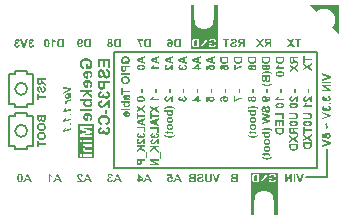
<source format=gbo>
G04 #@! TF.GenerationSoftware,KiCad,Pcbnew,7.0.9*
G04 #@! TF.CreationDate,2024-05-28T21:08:52+09:00*
G04 #@! TF.ProjectId,Geekble_Mini_ESP32C3,4765656b-626c-4655-9f4d-696e695f4553,1*
G04 #@! TF.SameCoordinates,Original*
G04 #@! TF.FileFunction,Legend,Bot*
G04 #@! TF.FilePolarity,Positive*
%FSLAX46Y46*%
G04 Gerber Fmt 4.6, Leading zero omitted, Abs format (unit mm)*
G04 Created by KiCad (PCBNEW 7.0.9) date 2024-05-28 21:08:52*
%MOMM*%
%LPD*%
G01*
G04 APERTURE LIST*
%ADD10C,0.153000*%
%ADD11C,0.000000*%
%ADD12C,0.140000*%
%ADD13O,1.624000X3.148000*%
%ADD14C,1.116000*%
%ADD15C,1.300000*%
%ADD16C,0.750000*%
%ADD17O,2.200000X1.100000*%
%ADD18O,1.700000X1.100000*%
G04 APERTURE END LIST*
D10*
X33571990Y-36618010D02*
X33063990Y-36618010D01*
X33063990Y-39158010D02*
X33571990Y-39158010D01*
X32047990Y-36618010D02*
X31539990Y-36618010D01*
X33063990Y-39412010D02*
X33063990Y-39158010D01*
X31539990Y-36618010D02*
X31539990Y-39158010D01*
X33063990Y-36618010D02*
X33063990Y-36364010D01*
X33063990Y-34332010D02*
G75*
G03*
X33063990Y-34332010I-508000J0D01*
G01*
X33571990Y-39158010D02*
X33571990Y-36618010D01*
X58463990Y-41825010D02*
X56685990Y-41825010D01*
X33063990Y-37888010D02*
G75*
G03*
X33063990Y-37888010I-508000J0D01*
G01*
X33571990Y-33062010D02*
X33063990Y-33062010D01*
X32047990Y-35856010D02*
X32047990Y-35602010D01*
X32047990Y-33062010D02*
X31539990Y-33062010D01*
D11*
G36*
X49192990Y-30014010D02*
G01*
X46906990Y-30014010D01*
X46906990Y-27220009D01*
X49192990Y-27220009D01*
X49192990Y-30014010D01*
G37*
D10*
X32047990Y-39412010D02*
X33063990Y-39412010D01*
X33063990Y-32808010D02*
X32047990Y-32808010D01*
X33063990Y-33062010D02*
X33063990Y-32808010D01*
X32047990Y-32808010D02*
X32047990Y-33062010D01*
X32047990Y-39412010D02*
X32047990Y-39158010D01*
X31539990Y-33062010D02*
X31539990Y-35602010D01*
X33063990Y-35602010D02*
X33571990Y-35602010D01*
X33063990Y-35856010D02*
X33063990Y-35602010D01*
D11*
G36*
X59479990Y-29773240D02*
G01*
X59473370Y-29773240D01*
X59473370Y-29766630D01*
X59466760Y-29766630D01*
X59466760Y-29760010D01*
X59460150Y-29760010D01*
X59460150Y-29753400D01*
X59453530Y-29753400D01*
X59453530Y-29746780D01*
X59446920Y-29746780D01*
X59446920Y-29740170D01*
X59440300Y-29740170D01*
X59440300Y-29733550D01*
X59433690Y-29733550D01*
X59433690Y-29726940D01*
X59427070Y-29726940D01*
X59427070Y-29720320D01*
X59420460Y-29720320D01*
X59420460Y-29713710D01*
X59413840Y-29713710D01*
X59413840Y-29707100D01*
X59407230Y-29707100D01*
X59407230Y-29700480D01*
X59400610Y-29700480D01*
X59400610Y-29693870D01*
X59394000Y-29693870D01*
X59394000Y-29687250D01*
X59387390Y-29687250D01*
X59387390Y-29680640D01*
X59380770Y-29680640D01*
X59380770Y-29674020D01*
X59374150Y-29674020D01*
X59374150Y-29667410D01*
X59367540Y-29667410D01*
X59367540Y-29660790D01*
X59360930Y-29660790D01*
X59360930Y-29654180D01*
X59354310Y-29654180D01*
X59354310Y-29647560D01*
X59347700Y-29647560D01*
X59347700Y-29640950D01*
X59341080Y-29640950D01*
X59341080Y-29634340D01*
X59334470Y-29634340D01*
X59334470Y-29627720D01*
X59327850Y-29627720D01*
X59327850Y-29621100D01*
X59321240Y-29621100D01*
X59321240Y-29614490D01*
X59314620Y-29614490D01*
X59314620Y-29607880D01*
X59308010Y-29607880D01*
X59308010Y-29601260D01*
X59301400Y-29601260D01*
X59301400Y-29594650D01*
X59294780Y-29594650D01*
X59294780Y-29588030D01*
X59288170Y-29588030D01*
X59288170Y-29581420D01*
X59281550Y-29581420D01*
X59281550Y-29574800D01*
X59274940Y-29574800D01*
X59274940Y-29568190D01*
X59268320Y-29568190D01*
X59268320Y-29561570D01*
X59261710Y-29561570D01*
X59261710Y-29554960D01*
X59255090Y-29554960D01*
X59255090Y-29548350D01*
X59248480Y-29548350D01*
X59248480Y-29541730D01*
X59241860Y-29541730D01*
X59241860Y-29535120D01*
X59235250Y-29535120D01*
X59235250Y-29528500D01*
X59228640Y-29528500D01*
X59228640Y-29521890D01*
X59222020Y-29521890D01*
X59222020Y-29515270D01*
X59215400Y-29515270D01*
X59215400Y-29508660D01*
X59208790Y-29508660D01*
X59208790Y-29502040D01*
X59202180Y-29502040D01*
X59202180Y-29495430D01*
X59195560Y-29495430D01*
X59195560Y-29488810D01*
X59188950Y-29488810D01*
X59188950Y-29482200D01*
X59182330Y-29482200D01*
X59182330Y-29475590D01*
X59175720Y-29475590D01*
X59175720Y-29468970D01*
X59169100Y-29468970D01*
X59169100Y-29462350D01*
X59162490Y-29462350D01*
X59162490Y-29455740D01*
X59155870Y-29455740D01*
X59155870Y-29449130D01*
X59149260Y-29449130D01*
X59149260Y-29442510D01*
X59142650Y-29442510D01*
X59142650Y-29435900D01*
X59136030Y-29435900D01*
X59136030Y-29429280D01*
X59129420Y-29429280D01*
X59129420Y-29422670D01*
X59122800Y-29422670D01*
X59122800Y-29416050D01*
X59116190Y-29416050D01*
X59116190Y-29409440D01*
X59109570Y-29409440D01*
X59109570Y-29402820D01*
X59102960Y-29402820D01*
X59102960Y-29396210D01*
X59096340Y-29396210D01*
X59096340Y-29389600D01*
X59089730Y-29389600D01*
X59089730Y-29382980D01*
X59083110Y-29382980D01*
X59083110Y-29376370D01*
X59076500Y-29376370D01*
X59076500Y-29369750D01*
X59069890Y-29369750D01*
X59069890Y-29363140D01*
X59063270Y-29363140D01*
X59063270Y-29356520D01*
X59056650Y-29356520D01*
X59056650Y-29349910D01*
X59050040Y-29349910D01*
X59050040Y-29343290D01*
X59043430Y-29343290D01*
X59043430Y-29336680D01*
X59036810Y-29336680D01*
X59036810Y-29330060D01*
X59030200Y-29330060D01*
X59030200Y-29323450D01*
X59023580Y-29323450D01*
X59023580Y-29316840D01*
X59016970Y-29316840D01*
X59016970Y-29310220D01*
X59010350Y-29310220D01*
X59010350Y-29303600D01*
X59003740Y-29303600D01*
X59003740Y-29296990D01*
X58997120Y-29296990D01*
X58997120Y-29290380D01*
X58990510Y-29290380D01*
X58990510Y-29283760D01*
X58983900Y-29283760D01*
X58983900Y-29277150D01*
X58977280Y-29277150D01*
X58977280Y-29270530D01*
X58970670Y-29270530D01*
X58970670Y-29263920D01*
X58964050Y-29263920D01*
X58964050Y-29257300D01*
X58957440Y-29257300D01*
X58957440Y-29250690D01*
X58950820Y-29250690D01*
X58950820Y-29244070D01*
X58944210Y-29244070D01*
X58944210Y-29237460D01*
X58937590Y-29237460D01*
X58937590Y-29230850D01*
X58930980Y-29230850D01*
X58930980Y-29224230D01*
X58924360Y-29224230D01*
X58924360Y-29217620D01*
X58917750Y-29217620D01*
X58917750Y-29211000D01*
X58911140Y-29211000D01*
X58911140Y-29204390D01*
X58904520Y-29204390D01*
X58904520Y-29197770D01*
X58897900Y-29197770D01*
X58897900Y-29191160D01*
X58891290Y-29191160D01*
X58891290Y-29184540D01*
X58884680Y-29184540D01*
X58884680Y-29177930D01*
X58878060Y-29177930D01*
X58878060Y-29171310D01*
X58871450Y-29171310D01*
X58871450Y-29164700D01*
X58864830Y-29164700D01*
X58864830Y-29151470D01*
X58871450Y-29151470D01*
X58871450Y-29144850D01*
X58878060Y-29144850D01*
X58878060Y-29138240D01*
X58884680Y-29138240D01*
X58884680Y-29118400D01*
X58891290Y-29118400D01*
X58891290Y-29111780D01*
X58897900Y-29111780D01*
X58897900Y-29105170D01*
X58904520Y-29105170D01*
X58904520Y-29098550D01*
X58911140Y-29098550D01*
X58911140Y-29091940D01*
X58917750Y-29091940D01*
X58917750Y-29085320D01*
X58924360Y-29085320D01*
X58924360Y-29078710D01*
X58930980Y-29078710D01*
X58930980Y-29072100D01*
X58937590Y-29072100D01*
X58937590Y-29065480D01*
X58944210Y-29065480D01*
X58944210Y-29058870D01*
X58950820Y-29058870D01*
X58950820Y-29039020D01*
X58964050Y-29039020D01*
X58964050Y-29032410D01*
X58970670Y-29032410D01*
X58970670Y-29012560D01*
X58977280Y-29012560D01*
X58977280Y-29005950D01*
X58983900Y-29005950D01*
X58983900Y-28999340D01*
X58990510Y-28999340D01*
X58990510Y-28979491D01*
X58997120Y-28979491D01*
X58997120Y-28972880D01*
X59003740Y-28972880D01*
X59003740Y-28966261D01*
X59010350Y-28966261D01*
X59010350Y-28959651D01*
X59016970Y-28959651D01*
X59016970Y-28946421D01*
X59023580Y-28946421D01*
X59023580Y-28926571D01*
X59030201Y-28926570D01*
X59030200Y-28919961D01*
X59036810Y-28919961D01*
X59036810Y-28900121D01*
X59043431Y-28900120D01*
X59043431Y-28886890D01*
X59050041Y-28886890D01*
X59050041Y-28880270D01*
X59056651Y-28880270D01*
X59056651Y-28860430D01*
X59063271Y-28860430D01*
X59063271Y-28853810D01*
X59069891Y-28853810D01*
X59069891Y-28827350D01*
X59076500Y-28827349D01*
X59076500Y-28807509D01*
X59089731Y-28807510D01*
X59089731Y-28774440D01*
X59096340Y-28774439D01*
X59096340Y-28734750D01*
X59109570Y-28734750D01*
X59109570Y-28695060D01*
X59116190Y-28695060D01*
X59116190Y-28688450D01*
X59122800Y-28688450D01*
X59122800Y-28635530D01*
X59129420Y-28635530D01*
X59129420Y-28344490D01*
X59122800Y-28344490D01*
X59122800Y-28291570D01*
X59116190Y-28291570D01*
X59116190Y-28284960D01*
X59109570Y-28284960D01*
X59109570Y-28245270D01*
X59096340Y-28245270D01*
X59096340Y-28205590D01*
X59089730Y-28205590D01*
X59089731Y-28172510D01*
X59076500Y-28172511D01*
X59076500Y-28152671D01*
X59069891Y-28152670D01*
X59069891Y-28126210D01*
X59063271Y-28126210D01*
X59063270Y-28119601D01*
X59056650Y-28119601D01*
X59056650Y-28106371D01*
X59056651Y-28099750D01*
X59050041Y-28099750D01*
X59050041Y-28093140D01*
X59043431Y-28093140D01*
X59043431Y-28079910D01*
X59036811Y-28079910D01*
X59036810Y-28060059D01*
X59030200Y-28060059D01*
X59030201Y-28053450D01*
X59023580Y-28053449D01*
X59023580Y-28033599D01*
X59016970Y-28033599D01*
X59016970Y-28020379D01*
X59010350Y-28020379D01*
X59010350Y-28013759D01*
X59003740Y-28013759D01*
X59003740Y-28007149D01*
X58997120Y-28007149D01*
X58997120Y-28000529D01*
X58990510Y-28000529D01*
X58990510Y-27980689D01*
X58983900Y-27980689D01*
X58983900Y-27974070D01*
X58977280Y-27974070D01*
X58977280Y-27967460D01*
X58970670Y-27967460D01*
X58970670Y-27947620D01*
X58964050Y-27947620D01*
X58964050Y-27941000D01*
X58950820Y-27941000D01*
X58950820Y-27927770D01*
X58937590Y-27927770D01*
X58937590Y-27907930D01*
X58930980Y-27907930D01*
X58930980Y-27901310D01*
X58924360Y-27901310D01*
X58924360Y-27894700D01*
X58917750Y-27894700D01*
X58917750Y-27888090D01*
X58911140Y-27888090D01*
X58911140Y-27881470D01*
X58904520Y-27881470D01*
X58904520Y-27874850D01*
X58897900Y-27874850D01*
X58897900Y-27868240D01*
X58891290Y-27868240D01*
X58891290Y-27861630D01*
X58884680Y-27861630D01*
X58884680Y-27855010D01*
X58878060Y-27855010D01*
X58878060Y-27848400D01*
X58871450Y-27848400D01*
X58871450Y-27841780D01*
X58864830Y-27841780D01*
X58864830Y-27835170D01*
X58858220Y-27835170D01*
X58858220Y-27828550D01*
X58851600Y-27828550D01*
X58851600Y-27821940D01*
X58844990Y-27821940D01*
X58844990Y-27815320D01*
X58838370Y-27815320D01*
X58838370Y-27808710D01*
X58831760Y-27808710D01*
X58831760Y-27802100D01*
X58825150Y-27802100D01*
X58825150Y-27795480D01*
X58818530Y-27795480D01*
X58818530Y-27788870D01*
X58811920Y-27788870D01*
X58811920Y-27782250D01*
X58805300Y-27782250D01*
X58805300Y-27775640D01*
X58798690Y-27775640D01*
X58798690Y-27769020D01*
X58792070Y-27769020D01*
X58792070Y-27762410D01*
X58772230Y-27762410D01*
X58772230Y-27749180D01*
X58759000Y-27749180D01*
X58759000Y-27735950D01*
X58752390Y-27735950D01*
X58752390Y-27729340D01*
X58732540Y-27729340D01*
X58732540Y-27722720D01*
X58725930Y-27722720D01*
X58725930Y-27716100D01*
X58719311Y-27716100D01*
X58719311Y-27709490D01*
X58699471Y-27709490D01*
X58699471Y-27702880D01*
X58692851Y-27702880D01*
X58692851Y-27696260D01*
X58686241Y-27696260D01*
X58686241Y-27689650D01*
X58679621Y-27689650D01*
X58679621Y-27683030D01*
X58666401Y-27683030D01*
X58666401Y-27676420D01*
X58646551Y-27676420D01*
X58646550Y-27669799D01*
X58639941Y-27669800D01*
X58639941Y-27663190D01*
X58620090Y-27663189D01*
X58620090Y-27656569D01*
X58606860Y-27656569D01*
X58606860Y-27649959D01*
X58600250Y-27649959D01*
X58600250Y-27643349D01*
X58580399Y-27643350D01*
X58580399Y-27636730D01*
X58573790Y-27636729D01*
X58573789Y-27630120D01*
X58547329Y-27630120D01*
X58547329Y-27623500D01*
X58527489Y-27623500D01*
X58527490Y-27610269D01*
X58494420Y-27610269D01*
X58494419Y-27603660D01*
X58454730Y-27603660D01*
X58454730Y-27590430D01*
X58415040Y-27590430D01*
X58415040Y-27583810D01*
X58408430Y-27583810D01*
X58408430Y-27577200D01*
X58355510Y-27577200D01*
X58355510Y-27570590D01*
X58064470Y-27570590D01*
X58064470Y-27577200D01*
X58011550Y-27577200D01*
X58011550Y-27583810D01*
X58004940Y-27583810D01*
X58004940Y-27590430D01*
X57965250Y-27590430D01*
X57965250Y-27603660D01*
X57925561Y-27603660D01*
X57925560Y-27610269D01*
X57892490Y-27610269D01*
X57892491Y-27623500D01*
X57872651Y-27623500D01*
X57872651Y-27630120D01*
X57846191Y-27630120D01*
X57846190Y-27636729D01*
X57839570Y-27636729D01*
X57839570Y-27643349D01*
X57819730Y-27643349D01*
X57819730Y-27649959D01*
X57813110Y-27649959D01*
X57813110Y-27656569D01*
X57799890Y-27656569D01*
X57799890Y-27663189D01*
X57780039Y-27663190D01*
X57780039Y-27669800D01*
X57773430Y-27669799D01*
X57773429Y-27676420D01*
X57753579Y-27676420D01*
X57753579Y-27683030D01*
X57740349Y-27683030D01*
X57740349Y-27689650D01*
X57733739Y-27689650D01*
X57733739Y-27696260D01*
X57727120Y-27696260D01*
X57727120Y-27702880D01*
X57720509Y-27702880D01*
X57720509Y-27709490D01*
X57700669Y-27709490D01*
X57700669Y-27716100D01*
X57694050Y-27716100D01*
X57694050Y-27722720D01*
X57687440Y-27722720D01*
X57687440Y-27729340D01*
X57667590Y-27729340D01*
X57667590Y-27735950D01*
X57660980Y-27735950D01*
X57660980Y-27749180D01*
X57647750Y-27749180D01*
X57647750Y-27762410D01*
X57627900Y-27762410D01*
X57627900Y-27769020D01*
X57621290Y-27769020D01*
X57621290Y-27775640D01*
X57614680Y-27775640D01*
X57614680Y-27782250D01*
X57608060Y-27782250D01*
X57608060Y-27788870D01*
X57601450Y-27788870D01*
X57601450Y-27795480D01*
X57594830Y-27795480D01*
X57594830Y-27802100D01*
X57588220Y-27802100D01*
X57588220Y-27808710D01*
X57581600Y-27808710D01*
X57581600Y-27815320D01*
X57574990Y-27815320D01*
X57574990Y-27821940D01*
X57555150Y-27821940D01*
X57555150Y-27828550D01*
X57548530Y-27828550D01*
X57548530Y-27835170D01*
X57535300Y-27835170D01*
X57535300Y-27828550D01*
X57528690Y-27828550D01*
X57528690Y-27821940D01*
X57522070Y-27821940D01*
X57522070Y-27815320D01*
X57515460Y-27815320D01*
X57515460Y-27808710D01*
X57508840Y-27808710D01*
X57508840Y-27802100D01*
X57502230Y-27802100D01*
X57502230Y-27795480D01*
X57495610Y-27795480D01*
X57495610Y-27788870D01*
X57489000Y-27788870D01*
X57489000Y-27782250D01*
X57482390Y-27782250D01*
X57482390Y-27775640D01*
X57475770Y-27775640D01*
X57475770Y-27769020D01*
X57469150Y-27769020D01*
X57469150Y-27762410D01*
X57462540Y-27762410D01*
X57462540Y-27755790D01*
X57455930Y-27755790D01*
X57455930Y-27749180D01*
X57449310Y-27749180D01*
X57449310Y-27742560D01*
X57442700Y-27742560D01*
X57442700Y-27735950D01*
X57436080Y-27735950D01*
X57436080Y-27729340D01*
X57429470Y-27729340D01*
X57429470Y-27722720D01*
X57422850Y-27722720D01*
X57422850Y-27716100D01*
X57416240Y-27716100D01*
X57416240Y-27709490D01*
X57409620Y-27709490D01*
X57409620Y-27702880D01*
X57403010Y-27702880D01*
X57403010Y-27696260D01*
X57396400Y-27696260D01*
X57396400Y-27689650D01*
X57389780Y-27689650D01*
X57389780Y-27683030D01*
X57383170Y-27683030D01*
X57383170Y-27676420D01*
X57376550Y-27676420D01*
X57376550Y-27669800D01*
X57369940Y-27669800D01*
X57369940Y-27663190D01*
X57363320Y-27663190D01*
X57363320Y-27656570D01*
X57356710Y-27656570D01*
X57356710Y-27649960D01*
X57350090Y-27649960D01*
X57350090Y-27643350D01*
X57343480Y-27643350D01*
X57343480Y-27636730D01*
X57336860Y-27636730D01*
X57336860Y-27630120D01*
X57330250Y-27630120D01*
X57330250Y-27623500D01*
X57323640Y-27623500D01*
X57323640Y-27616890D01*
X57317020Y-27616890D01*
X57317020Y-27610270D01*
X57310400Y-27610270D01*
X57310400Y-27603660D01*
X57303790Y-27603660D01*
X57303790Y-27597040D01*
X57297180Y-27597040D01*
X57297180Y-27590430D01*
X57290560Y-27590430D01*
X57290560Y-27583810D01*
X57283950Y-27583810D01*
X57283950Y-27577200D01*
X57277330Y-27577200D01*
X57277330Y-27570590D01*
X57270720Y-27570590D01*
X57270720Y-27563970D01*
X57264100Y-27563970D01*
X57264100Y-27557350D01*
X57257490Y-27557350D01*
X57257490Y-27550740D01*
X57250870Y-27550740D01*
X57250870Y-27544130D01*
X57244260Y-27544130D01*
X57244260Y-27537510D01*
X57237650Y-27537510D01*
X57237650Y-27530900D01*
X57231030Y-27530900D01*
X57231030Y-27524280D01*
X57224420Y-27524280D01*
X57224420Y-27517670D01*
X57217800Y-27517670D01*
X57217800Y-27511050D01*
X57211190Y-27511050D01*
X57211190Y-27504440D01*
X57204570Y-27504440D01*
X57204570Y-27497820D01*
X57197960Y-27497820D01*
X57197960Y-27491210D01*
X57191340Y-27491210D01*
X57191340Y-27484600D01*
X57184730Y-27484600D01*
X57184730Y-27477980D01*
X57178110Y-27477980D01*
X57178110Y-27471370D01*
X57171500Y-27471370D01*
X57171500Y-27464750D01*
X57164890Y-27464750D01*
X57164890Y-27458140D01*
X57158270Y-27458140D01*
X57158270Y-27451520D01*
X57151650Y-27451520D01*
X57151650Y-27444910D01*
X57145040Y-27444910D01*
X57145040Y-27438290D01*
X57138430Y-27438290D01*
X57138430Y-27431680D01*
X57131810Y-27431680D01*
X57131810Y-27425060D01*
X57125200Y-27425060D01*
X57125200Y-27418450D01*
X57118580Y-27418450D01*
X57118580Y-27411840D01*
X57111970Y-27411840D01*
X57111970Y-27405220D01*
X57105350Y-27405220D01*
X57105350Y-27398600D01*
X57098740Y-27398600D01*
X57098740Y-27391990D01*
X57092120Y-27391990D01*
X57092120Y-27385380D01*
X57085510Y-27385380D01*
X57085510Y-27378760D01*
X57078900Y-27378760D01*
X57078900Y-27372150D01*
X57072280Y-27372150D01*
X57072280Y-27365530D01*
X57065670Y-27365530D01*
X57065670Y-27358920D01*
X57059050Y-27358920D01*
X57059050Y-27352300D01*
X57052440Y-27352300D01*
X57052440Y-27345690D01*
X57045820Y-27345690D01*
X57045820Y-27339070D01*
X57039210Y-27339070D01*
X57039210Y-27332460D01*
X57032590Y-27332460D01*
X57032590Y-27325850D01*
X57025980Y-27325850D01*
X57025980Y-27319230D01*
X57019360Y-27319230D01*
X57019360Y-27312620D01*
X57012750Y-27312620D01*
X57012750Y-27306000D01*
X57006140Y-27306000D01*
X57006140Y-27299390D01*
X56999520Y-27299390D01*
X56999520Y-27292770D01*
X56992900Y-27292770D01*
X56992900Y-27286160D01*
X56986290Y-27286160D01*
X56986290Y-27279540D01*
X56979680Y-27279540D01*
X56979680Y-27272930D01*
X56973060Y-27272930D01*
X56973060Y-27266310D01*
X56966450Y-27266310D01*
X56966450Y-27259700D01*
X56959830Y-27259700D01*
X56959830Y-27253090D01*
X56953220Y-27253090D01*
X56953220Y-27246470D01*
X56946600Y-27246470D01*
X56946600Y-27239850D01*
X56939990Y-27239850D01*
X56939990Y-27233240D01*
X56933370Y-27233240D01*
X56933370Y-27226630D01*
X56926760Y-27226630D01*
X56926760Y-27220010D01*
X59479990Y-27220010D01*
X59479990Y-29773240D01*
G37*
D10*
X40429990Y-31220510D02*
X57574990Y-31220510D01*
X57574990Y-40999510D01*
X40429990Y-40999510D01*
X40429990Y-31220510D01*
X58463990Y-39412010D02*
X58463990Y-41825010D01*
X32047990Y-36364010D02*
X32047990Y-36618010D01*
X33571990Y-35602010D02*
X33571990Y-33062010D01*
G36*
X51986990Y-42333010D02*
G01*
X54272990Y-42333010D01*
X54272990Y-45000010D01*
X51986990Y-45000010D01*
X51986990Y-42333010D01*
G37*
X33063990Y-36364010D02*
X32047990Y-36364010D01*
X32047990Y-35602010D02*
X31539990Y-35602010D01*
X32047990Y-39158010D02*
X31539990Y-39158010D01*
X32047990Y-35856010D02*
X33063990Y-35856010D01*
D12*
G36*
X41056082Y-42242510D02*
G01*
X40905115Y-42242510D01*
X40846985Y-42078378D01*
X40565056Y-42078378D01*
X40503506Y-42242510D01*
X40348779Y-42242510D01*
X40461688Y-41958015D01*
X40610876Y-41958015D01*
X40803217Y-41958015D01*
X40707987Y-41706348D01*
X40610876Y-41958015D01*
X40461688Y-41958015D01*
X40631050Y-41531274D01*
X40781504Y-41531274D01*
X41056082Y-42242510D01*
G37*
G36*
X40311849Y-42040594D02*
G01*
X40181057Y-42023668D01*
X40179686Y-42033418D01*
X40177946Y-42042730D01*
X40175835Y-42051602D01*
X40173355Y-42060036D01*
X40170506Y-42068032D01*
X40167287Y-42075588D01*
X40163698Y-42082706D01*
X40159739Y-42089385D01*
X40155411Y-42095625D01*
X40150713Y-42101426D01*
X40147376Y-42105050D01*
X40142145Y-42110061D01*
X40136709Y-42114579D01*
X40131069Y-42118604D01*
X40123231Y-42123204D01*
X40115030Y-42126928D01*
X40106465Y-42129775D01*
X40099804Y-42131336D01*
X40092937Y-42132404D01*
X40085867Y-42132979D01*
X40081040Y-42133089D01*
X40073333Y-42132808D01*
X40065859Y-42131965D01*
X40058615Y-42130560D01*
X40051603Y-42128593D01*
X40044823Y-42126064D01*
X40038274Y-42122973D01*
X40031956Y-42119320D01*
X40025870Y-42115105D01*
X40020015Y-42110328D01*
X40014391Y-42104989D01*
X40010771Y-42101117D01*
X40005638Y-42094926D01*
X40001010Y-42088341D01*
X39996886Y-42081362D01*
X39993268Y-42073989D01*
X39990154Y-42066223D01*
X39987546Y-42058063D01*
X39985442Y-42049509D01*
X39983843Y-42040562D01*
X39982749Y-42031221D01*
X39982160Y-42021486D01*
X39982048Y-42014777D01*
X39982290Y-42005347D01*
X39983016Y-41996289D01*
X39984225Y-41987603D01*
X39985919Y-41979291D01*
X39988096Y-41971350D01*
X39990757Y-41963783D01*
X39993903Y-41956588D01*
X39997531Y-41949766D01*
X40001644Y-41943317D01*
X40006241Y-41937240D01*
X40009574Y-41933396D01*
X40014808Y-41928018D01*
X40020253Y-41923170D01*
X40025908Y-41918850D01*
X40031774Y-41915059D01*
X40037849Y-41911797D01*
X40044135Y-41909065D01*
X40050632Y-41906861D01*
X40057339Y-41905186D01*
X40064256Y-41904040D01*
X40071384Y-41903423D01*
X40076252Y-41903305D01*
X40084620Y-41903551D01*
X40091668Y-41904103D01*
X40099032Y-41904970D01*
X40106711Y-41906152D01*
X40114705Y-41907649D01*
X40123015Y-41909462D01*
X40131639Y-41911590D01*
X40138315Y-41913392D01*
X40123440Y-41804826D01*
X40113380Y-41804869D01*
X40103779Y-41804486D01*
X40094639Y-41803675D01*
X40085958Y-41802438D01*
X40077737Y-41800774D01*
X40069975Y-41798683D01*
X40062674Y-41796166D01*
X40055832Y-41793222D01*
X40049450Y-41789851D01*
X40043528Y-41786053D01*
X40039836Y-41783284D01*
X40033064Y-41777322D01*
X40027195Y-41770889D01*
X40022229Y-41763986D01*
X40018165Y-41756613D01*
X40015005Y-41748770D01*
X40012748Y-41740456D01*
X40011393Y-41731673D01*
X40010970Y-41724776D01*
X40010942Y-41722419D01*
X40011273Y-41714546D01*
X40012267Y-41707085D01*
X40013923Y-41700035D01*
X40016242Y-41693397D01*
X40019223Y-41687170D01*
X40022867Y-41681354D01*
X40027173Y-41675950D01*
X40032142Y-41670957D01*
X40037621Y-41666429D01*
X40043544Y-41662504D01*
X40049910Y-41659184D01*
X40056719Y-41656467D01*
X40063972Y-41654354D01*
X40071668Y-41652845D01*
X40079808Y-41651939D01*
X40088391Y-41651637D01*
X40096870Y-41651987D01*
X40105040Y-41653037D01*
X40112899Y-41654787D01*
X40120448Y-41657236D01*
X40127688Y-41660386D01*
X40134617Y-41664236D01*
X40141237Y-41668785D01*
X40147547Y-41674034D01*
X40153360Y-41679914D01*
X40158575Y-41686440D01*
X40163191Y-41693613D01*
X40167209Y-41701432D01*
X40170628Y-41709898D01*
X40172800Y-41716671D01*
X40174635Y-41723809D01*
X40176134Y-41731309D01*
X40177296Y-41739174D01*
X40301762Y-41719512D01*
X40300086Y-41711451D01*
X40298308Y-41703596D01*
X40296426Y-41695946D01*
X40294442Y-41688503D01*
X40292355Y-41681264D01*
X40290165Y-41674232D01*
X40287873Y-41667405D01*
X40285477Y-41660784D01*
X40282979Y-41654369D01*
X40279038Y-41645131D01*
X40274866Y-41636357D01*
X40270463Y-41628045D01*
X40265828Y-41620196D01*
X40262610Y-41615221D01*
X40257523Y-41608027D01*
X40252073Y-41601128D01*
X40246259Y-41594523D01*
X40240082Y-41588213D01*
X40233541Y-41582197D01*
X40226636Y-41576476D01*
X40219368Y-41571049D01*
X40211736Y-41565917D01*
X40203740Y-41561080D01*
X40195380Y-41556536D01*
X40189606Y-41553671D01*
X40180692Y-41549669D01*
X40171584Y-41546060D01*
X40162280Y-41542845D01*
X40152780Y-41540023D01*
X40143086Y-41537595D01*
X40133195Y-41535561D01*
X40123110Y-41533921D01*
X40116278Y-41533046D01*
X40109359Y-41532346D01*
X40102353Y-41531821D01*
X40095261Y-41531471D01*
X40088081Y-41531296D01*
X40084459Y-41531274D01*
X40072175Y-41531517D01*
X40060200Y-41532244D01*
X40048533Y-41533456D01*
X40037175Y-41535153D01*
X40026126Y-41537335D01*
X40015384Y-41540002D01*
X40004952Y-41543153D01*
X39994828Y-41546790D01*
X39985013Y-41550911D01*
X39975506Y-41555517D01*
X39966307Y-41560608D01*
X39957418Y-41566184D01*
X39948836Y-41572245D01*
X39940564Y-41578791D01*
X39932600Y-41585821D01*
X39924944Y-41593336D01*
X39918940Y-41599736D01*
X39913323Y-41606239D01*
X39908094Y-41612847D01*
X39903252Y-41619559D01*
X39898798Y-41626375D01*
X39894730Y-41633295D01*
X39891051Y-41640320D01*
X39887758Y-41647448D01*
X39884853Y-41654681D01*
X39882335Y-41662018D01*
X39880205Y-41669459D01*
X39878462Y-41677005D01*
X39877106Y-41684654D01*
X39876137Y-41692408D01*
X39875556Y-41700266D01*
X39875363Y-41708228D01*
X39875759Y-41719433D01*
X39876947Y-41730350D01*
X39878927Y-41740980D01*
X39881699Y-41751323D01*
X39885264Y-41761379D01*
X39889620Y-41771148D01*
X39894768Y-41780629D01*
X39900709Y-41789824D01*
X39907442Y-41798731D01*
X39914966Y-41807351D01*
X39923283Y-41815684D01*
X39932392Y-41823729D01*
X39942293Y-41831488D01*
X39952986Y-41838959D01*
X39964471Y-41846143D01*
X39970510Y-41849627D01*
X39976748Y-41853040D01*
X39969277Y-41854836D01*
X39961996Y-41856889D01*
X39954905Y-41859201D01*
X39948004Y-41861770D01*
X39941292Y-41864597D01*
X39934769Y-41867682D01*
X39928437Y-41871024D01*
X39922294Y-41874625D01*
X39916341Y-41878483D01*
X39910577Y-41882599D01*
X39905003Y-41886973D01*
X39899619Y-41891604D01*
X39894425Y-41896494D01*
X39889420Y-41901641D01*
X39884604Y-41907046D01*
X39879979Y-41912708D01*
X39875569Y-41918554D01*
X39871444Y-41924551D01*
X39867603Y-41930698D01*
X39864047Y-41936997D01*
X39860775Y-41943446D01*
X39857788Y-41950047D01*
X39855085Y-41956798D01*
X39852666Y-41963700D01*
X39850533Y-41970753D01*
X39848683Y-41977957D01*
X39847119Y-41985313D01*
X39845838Y-41992819D01*
X39844843Y-42000475D01*
X39844131Y-42008283D01*
X39843705Y-42016242D01*
X39843562Y-42024352D01*
X39843827Y-42036125D01*
X39844623Y-42047679D01*
X39845949Y-42059013D01*
X39847805Y-42070129D01*
X39850191Y-42081026D01*
X39853107Y-42091703D01*
X39856554Y-42102162D01*
X39860531Y-42112401D01*
X39865038Y-42122422D01*
X39870076Y-42132223D01*
X39875644Y-42141806D01*
X39881742Y-42151169D01*
X39888370Y-42160313D01*
X39895529Y-42169238D01*
X39903218Y-42177944D01*
X39911437Y-42186431D01*
X39920031Y-42194547D01*
X39928884Y-42202139D01*
X39937999Y-42209208D01*
X39947373Y-42215753D01*
X39957008Y-42221774D01*
X39966904Y-42227272D01*
X39977060Y-42232246D01*
X39987476Y-42236697D01*
X39998153Y-42240623D01*
X40009091Y-42244027D01*
X40020289Y-42246907D01*
X40031747Y-42249263D01*
X40043466Y-42251095D01*
X40055445Y-42252404D01*
X40067685Y-42253190D01*
X40080185Y-42253452D01*
X40092004Y-42253222D01*
X40103570Y-42252533D01*
X40114882Y-42251384D01*
X40125941Y-42249776D01*
X40136745Y-42247708D01*
X40147296Y-42245181D01*
X40157593Y-42242194D01*
X40167636Y-42238748D01*
X40177425Y-42234843D01*
X40186961Y-42230477D01*
X40196243Y-42225653D01*
X40205271Y-42220369D01*
X40214045Y-42214625D01*
X40222565Y-42208422D01*
X40230832Y-42201760D01*
X40238845Y-42194638D01*
X40246503Y-42187124D01*
X40253749Y-42179328D01*
X40260581Y-42171250D01*
X40267002Y-42162891D01*
X40273009Y-42154250D01*
X40278603Y-42145326D01*
X40283785Y-42136121D01*
X40288554Y-42126635D01*
X40292911Y-42116866D01*
X40296855Y-42106815D01*
X40300385Y-42096483D01*
X40303504Y-42085869D01*
X40306209Y-42074973D01*
X40308502Y-42063795D01*
X40310382Y-42052335D01*
X40311849Y-42040594D01*
G37*
G36*
X56065443Y-30812510D02*
G01*
X56065443Y-30221637D01*
X56274539Y-30221637D01*
X56274539Y-30101274D01*
X55714442Y-30101274D01*
X55714442Y-30221637D01*
X55923025Y-30221637D01*
X55923025Y-30812510D01*
X56065443Y-30812510D01*
G37*
G36*
X55697345Y-30812510D02*
G01*
X55453541Y-30442530D01*
X55674776Y-30101274D01*
X55508423Y-30101274D01*
X55368911Y-30314132D01*
X55228545Y-30101274D01*
X55063559Y-30101274D01*
X55285136Y-30441676D01*
X55042017Y-30812510D01*
X55213670Y-30812510D01*
X55369766Y-30571613D01*
X55526716Y-30812510D01*
X55697345Y-30812510D01*
G37*
G36*
X33644494Y-30635994D02*
G01*
X33513702Y-30619068D01*
X33512331Y-30628818D01*
X33510590Y-30638130D01*
X33508480Y-30647002D01*
X33506000Y-30655436D01*
X33503151Y-30663432D01*
X33499932Y-30670988D01*
X33496343Y-30678106D01*
X33492384Y-30684785D01*
X33488056Y-30691025D01*
X33483358Y-30696826D01*
X33480021Y-30700450D01*
X33474790Y-30705461D01*
X33469354Y-30709979D01*
X33463714Y-30714004D01*
X33455876Y-30718604D01*
X33447675Y-30722328D01*
X33439110Y-30725175D01*
X33432448Y-30726736D01*
X33425582Y-30727804D01*
X33418512Y-30728379D01*
X33413685Y-30728489D01*
X33405978Y-30728208D01*
X33398504Y-30727365D01*
X33391260Y-30725960D01*
X33384248Y-30723993D01*
X33377468Y-30721464D01*
X33370919Y-30718373D01*
X33364601Y-30714720D01*
X33358515Y-30710505D01*
X33352660Y-30705728D01*
X33347036Y-30700389D01*
X33343416Y-30696517D01*
X33338283Y-30690326D01*
X33333655Y-30683741D01*
X33329531Y-30676762D01*
X33325913Y-30669389D01*
X33322799Y-30661623D01*
X33320191Y-30653463D01*
X33318087Y-30644909D01*
X33316488Y-30635962D01*
X33315394Y-30626621D01*
X33314805Y-30616886D01*
X33314693Y-30610177D01*
X33314935Y-30600747D01*
X33315661Y-30591689D01*
X33316870Y-30583003D01*
X33318564Y-30574691D01*
X33320741Y-30566750D01*
X33323402Y-30559183D01*
X33326547Y-30551988D01*
X33330176Y-30545166D01*
X33334289Y-30538717D01*
X33338886Y-30532640D01*
X33342219Y-30528796D01*
X33347453Y-30523418D01*
X33352898Y-30518570D01*
X33358553Y-30514250D01*
X33364418Y-30510459D01*
X33370494Y-30507197D01*
X33376780Y-30504465D01*
X33383277Y-30502261D01*
X33389984Y-30500586D01*
X33396901Y-30499440D01*
X33404029Y-30498823D01*
X33408897Y-30498705D01*
X33417265Y-30498951D01*
X33424313Y-30499503D01*
X33431677Y-30500370D01*
X33439356Y-30501552D01*
X33447350Y-30503049D01*
X33455659Y-30504862D01*
X33464284Y-30506990D01*
X33470959Y-30508792D01*
X33456085Y-30400226D01*
X33446025Y-30400269D01*
X33436424Y-30399886D01*
X33427283Y-30399075D01*
X33418603Y-30397838D01*
X33410381Y-30396174D01*
X33402620Y-30394083D01*
X33395319Y-30391566D01*
X33388477Y-30388622D01*
X33382095Y-30385251D01*
X33376173Y-30381453D01*
X33372481Y-30378684D01*
X33365709Y-30372722D01*
X33359840Y-30366289D01*
X33354874Y-30359386D01*
X33350810Y-30352013D01*
X33347650Y-30344170D01*
X33345393Y-30335856D01*
X33344038Y-30327073D01*
X33343615Y-30320176D01*
X33343587Y-30317819D01*
X33343918Y-30309946D01*
X33344912Y-30302485D01*
X33346568Y-30295435D01*
X33348887Y-30288797D01*
X33351868Y-30282570D01*
X33355512Y-30276754D01*
X33359818Y-30271350D01*
X33364787Y-30266357D01*
X33370266Y-30261829D01*
X33376189Y-30257904D01*
X33382555Y-30254584D01*
X33389364Y-30251867D01*
X33396617Y-30249754D01*
X33404313Y-30248245D01*
X33412453Y-30247339D01*
X33421036Y-30247037D01*
X33429515Y-30247387D01*
X33437684Y-30248437D01*
X33445544Y-30250187D01*
X33453093Y-30252636D01*
X33460333Y-30255786D01*
X33467262Y-30259636D01*
X33473882Y-30264185D01*
X33480192Y-30269434D01*
X33486005Y-30275314D01*
X33491219Y-30281840D01*
X33495836Y-30289013D01*
X33499853Y-30296832D01*
X33503273Y-30305298D01*
X33505445Y-30312071D01*
X33507280Y-30319209D01*
X33508779Y-30326709D01*
X33509941Y-30334574D01*
X33634407Y-30314912D01*
X33632731Y-30306851D01*
X33630953Y-30298996D01*
X33629071Y-30291346D01*
X33627087Y-30283903D01*
X33625000Y-30276664D01*
X33622810Y-30269632D01*
X33620517Y-30262805D01*
X33618122Y-30256184D01*
X33615623Y-30249769D01*
X33611683Y-30240531D01*
X33607511Y-30231757D01*
X33603108Y-30223445D01*
X33598473Y-30215596D01*
X33595255Y-30210621D01*
X33590168Y-30203427D01*
X33584718Y-30196528D01*
X33578904Y-30189923D01*
X33572727Y-30183613D01*
X33566186Y-30177597D01*
X33559281Y-30171876D01*
X33552012Y-30166449D01*
X33544380Y-30161317D01*
X33536385Y-30156480D01*
X33528025Y-30151936D01*
X33522250Y-30149071D01*
X33513337Y-30145069D01*
X33504228Y-30141460D01*
X33494924Y-30138245D01*
X33485425Y-30135423D01*
X33475730Y-30132995D01*
X33465840Y-30130961D01*
X33455755Y-30129321D01*
X33448923Y-30128446D01*
X33442004Y-30127746D01*
X33434998Y-30127221D01*
X33427906Y-30126871D01*
X33420726Y-30126696D01*
X33417104Y-30126674D01*
X33404820Y-30126917D01*
X33392845Y-30127644D01*
X33381178Y-30128856D01*
X33369820Y-30130553D01*
X33358770Y-30132735D01*
X33348029Y-30135402D01*
X33337597Y-30138553D01*
X33327473Y-30142190D01*
X33317657Y-30146311D01*
X33308151Y-30150917D01*
X33298952Y-30156008D01*
X33290063Y-30161584D01*
X33281481Y-30167645D01*
X33273209Y-30174191D01*
X33265244Y-30181221D01*
X33257589Y-30188736D01*
X33251585Y-30195136D01*
X33245968Y-30201639D01*
X33240739Y-30208247D01*
X33235897Y-30214959D01*
X33231443Y-30221775D01*
X33227375Y-30228695D01*
X33223695Y-30235720D01*
X33220403Y-30242848D01*
X33217498Y-30250081D01*
X33214980Y-30257418D01*
X33212850Y-30264859D01*
X33211106Y-30272405D01*
X33209751Y-30280054D01*
X33208782Y-30287808D01*
X33208201Y-30295666D01*
X33208008Y-30303628D01*
X33208404Y-30314833D01*
X33209592Y-30325750D01*
X33211572Y-30336380D01*
X33214344Y-30346723D01*
X33217909Y-30356779D01*
X33222265Y-30366548D01*
X33227413Y-30376029D01*
X33233354Y-30385224D01*
X33240087Y-30394131D01*
X33247611Y-30402751D01*
X33255928Y-30411084D01*
X33265037Y-30419129D01*
X33274938Y-30426888D01*
X33285631Y-30434359D01*
X33297116Y-30441543D01*
X33303155Y-30445027D01*
X33309393Y-30448440D01*
X33301922Y-30450236D01*
X33294641Y-30452289D01*
X33287550Y-30454601D01*
X33280648Y-30457170D01*
X33273937Y-30459997D01*
X33267414Y-30463082D01*
X33261082Y-30466424D01*
X33254939Y-30470025D01*
X33248986Y-30473883D01*
X33243222Y-30477999D01*
X33237648Y-30482373D01*
X33232264Y-30487004D01*
X33227069Y-30491894D01*
X33222065Y-30497041D01*
X33217249Y-30502446D01*
X33212624Y-30508108D01*
X33208214Y-30513954D01*
X33204089Y-30519951D01*
X33200248Y-30526098D01*
X33196692Y-30532397D01*
X33193420Y-30538846D01*
X33190432Y-30545447D01*
X33187730Y-30552198D01*
X33185311Y-30559100D01*
X33183178Y-30566153D01*
X33181328Y-30573357D01*
X33179764Y-30580713D01*
X33178483Y-30588219D01*
X33177487Y-30595875D01*
X33176776Y-30603683D01*
X33176349Y-30611642D01*
X33176207Y-30619752D01*
X33176472Y-30631525D01*
X33177268Y-30643079D01*
X33178593Y-30654413D01*
X33180449Y-30665529D01*
X33182836Y-30676426D01*
X33185752Y-30687103D01*
X33189199Y-30697562D01*
X33193176Y-30707801D01*
X33197683Y-30717822D01*
X33202721Y-30727623D01*
X33208289Y-30737206D01*
X33214387Y-30746569D01*
X33221015Y-30755713D01*
X33228174Y-30764638D01*
X33235863Y-30773344D01*
X33244082Y-30781831D01*
X33252676Y-30789947D01*
X33261529Y-30797539D01*
X33270643Y-30804608D01*
X33280018Y-30811153D01*
X33289653Y-30817174D01*
X33299549Y-30822672D01*
X33309705Y-30827646D01*
X33320121Y-30832097D01*
X33330798Y-30836023D01*
X33341736Y-30839427D01*
X33352933Y-30842307D01*
X33364392Y-30844663D01*
X33376111Y-30846495D01*
X33388090Y-30847804D01*
X33400329Y-30848590D01*
X33412830Y-30848852D01*
X33424649Y-30848622D01*
X33436215Y-30847933D01*
X33447527Y-30846784D01*
X33458586Y-30845176D01*
X33469390Y-30843108D01*
X33479941Y-30840581D01*
X33490238Y-30837594D01*
X33500281Y-30834148D01*
X33510070Y-30830243D01*
X33519606Y-30825877D01*
X33528888Y-30821053D01*
X33537916Y-30815769D01*
X33546690Y-30810025D01*
X33555210Y-30803822D01*
X33563477Y-30797160D01*
X33571490Y-30790038D01*
X33579148Y-30782524D01*
X33586394Y-30774728D01*
X33593226Y-30766650D01*
X33599646Y-30758291D01*
X33605654Y-30749650D01*
X33611248Y-30740726D01*
X33616430Y-30731521D01*
X33621199Y-30722035D01*
X33625556Y-30712266D01*
X33629499Y-30702215D01*
X33633030Y-30691883D01*
X33636149Y-30681269D01*
X33638854Y-30670373D01*
X33641147Y-30659195D01*
X33643027Y-30647735D01*
X33644494Y-30635994D01*
G37*
G36*
X32885045Y-30837910D02*
G01*
X33137055Y-30126674D01*
X32982669Y-30126674D01*
X32804347Y-30651894D01*
X32631668Y-30126674D01*
X32480701Y-30126674D01*
X32733053Y-30837910D01*
X32885045Y-30837910D01*
G37*
G36*
X32446336Y-30635994D02*
G01*
X32315544Y-30619068D01*
X32314173Y-30628818D01*
X32312433Y-30638130D01*
X32310322Y-30647002D01*
X32307843Y-30655436D01*
X32304993Y-30663432D01*
X32301774Y-30670988D01*
X32298185Y-30678106D01*
X32294226Y-30684785D01*
X32289898Y-30691025D01*
X32285200Y-30696826D01*
X32281863Y-30700450D01*
X32276632Y-30705461D01*
X32271196Y-30709979D01*
X32265556Y-30714004D01*
X32257718Y-30718604D01*
X32249517Y-30722328D01*
X32240953Y-30725175D01*
X32234291Y-30726736D01*
X32227425Y-30727804D01*
X32220354Y-30728379D01*
X32215527Y-30728489D01*
X32207821Y-30728208D01*
X32200346Y-30727365D01*
X32193103Y-30725960D01*
X32186091Y-30723993D01*
X32179310Y-30721464D01*
X32172761Y-30718373D01*
X32166443Y-30714720D01*
X32160357Y-30710505D01*
X32154502Y-30705728D01*
X32148879Y-30700389D01*
X32145258Y-30696517D01*
X32140125Y-30690326D01*
X32135497Y-30683741D01*
X32131374Y-30676762D01*
X32127755Y-30669389D01*
X32124642Y-30661623D01*
X32122033Y-30653463D01*
X32119929Y-30644909D01*
X32118330Y-30635962D01*
X32117236Y-30626621D01*
X32116647Y-30616886D01*
X32116535Y-30610177D01*
X32116777Y-30600747D01*
X32117503Y-30591689D01*
X32118713Y-30583003D01*
X32120406Y-30574691D01*
X32122583Y-30566750D01*
X32125245Y-30559183D01*
X32128390Y-30551988D01*
X32132019Y-30545166D01*
X32136131Y-30538717D01*
X32140728Y-30532640D01*
X32144061Y-30528796D01*
X32149296Y-30523418D01*
X32154740Y-30518570D01*
X32160395Y-30514250D01*
X32166261Y-30510459D01*
X32172337Y-30507197D01*
X32178623Y-30504465D01*
X32185119Y-30502261D01*
X32191826Y-30500586D01*
X32198743Y-30499440D01*
X32205871Y-30498823D01*
X32210740Y-30498705D01*
X32219107Y-30498951D01*
X32226156Y-30499503D01*
X32233519Y-30500370D01*
X32241198Y-30501552D01*
X32249192Y-30503049D01*
X32257502Y-30504862D01*
X32266126Y-30506990D01*
X32272802Y-30508792D01*
X32257927Y-30400226D01*
X32247867Y-30400269D01*
X32238266Y-30399886D01*
X32229126Y-30399075D01*
X32220445Y-30397838D01*
X32212224Y-30396174D01*
X32204463Y-30394083D01*
X32197161Y-30391566D01*
X32190319Y-30388622D01*
X32183938Y-30385251D01*
X32178016Y-30381453D01*
X32174323Y-30378684D01*
X32167551Y-30372722D01*
X32161682Y-30366289D01*
X32156716Y-30359386D01*
X32152653Y-30352013D01*
X32149492Y-30344170D01*
X32147235Y-30335856D01*
X32145881Y-30327073D01*
X32145457Y-30320176D01*
X32145429Y-30317819D01*
X32145760Y-30309946D01*
X32146754Y-30302485D01*
X32148410Y-30295435D01*
X32150729Y-30288797D01*
X32153710Y-30282570D01*
X32157354Y-30276754D01*
X32161661Y-30271350D01*
X32166629Y-30266357D01*
X32172108Y-30261829D01*
X32178031Y-30257904D01*
X32184397Y-30254584D01*
X32191206Y-30251867D01*
X32198459Y-30249754D01*
X32206156Y-30248245D01*
X32214295Y-30247339D01*
X32222879Y-30247037D01*
X32231358Y-30247387D01*
X32239527Y-30248437D01*
X32247386Y-30250187D01*
X32254935Y-30252636D01*
X32262175Y-30255786D01*
X32269105Y-30259636D01*
X32275724Y-30264185D01*
X32282034Y-30269434D01*
X32287847Y-30275314D01*
X32293062Y-30281840D01*
X32297678Y-30289013D01*
X32301696Y-30296832D01*
X32305115Y-30305298D01*
X32307287Y-30312071D01*
X32309122Y-30319209D01*
X32310621Y-30326709D01*
X32311783Y-30334574D01*
X32436249Y-30314912D01*
X32434573Y-30306851D01*
X32432795Y-30298996D01*
X32430914Y-30291346D01*
X32428929Y-30283903D01*
X32426842Y-30276664D01*
X32424652Y-30269632D01*
X32422360Y-30262805D01*
X32419964Y-30256184D01*
X32417466Y-30249769D01*
X32413525Y-30240531D01*
X32409353Y-30231757D01*
X32404950Y-30223445D01*
X32400315Y-30215596D01*
X32397097Y-30210621D01*
X32392010Y-30203427D01*
X32386560Y-30196528D01*
X32380746Y-30189923D01*
X32374569Y-30183613D01*
X32368028Y-30177597D01*
X32361123Y-30171876D01*
X32353855Y-30166449D01*
X32346223Y-30161317D01*
X32338227Y-30156480D01*
X32329868Y-30151936D01*
X32324093Y-30149071D01*
X32315179Y-30145069D01*
X32306071Y-30141460D01*
X32296767Y-30138245D01*
X32287267Y-30135423D01*
X32277573Y-30132995D01*
X32267683Y-30130961D01*
X32257597Y-30129321D01*
X32250765Y-30128446D01*
X32243846Y-30127746D01*
X32236840Y-30127221D01*
X32229748Y-30126871D01*
X32222568Y-30126696D01*
X32218946Y-30126674D01*
X32206662Y-30126917D01*
X32194687Y-30127644D01*
X32183020Y-30128856D01*
X32171662Y-30130553D01*
X32160613Y-30132735D01*
X32149872Y-30135402D01*
X32139439Y-30138553D01*
X32129315Y-30142190D01*
X32119500Y-30146311D01*
X32109993Y-30150917D01*
X32100795Y-30156008D01*
X32091905Y-30161584D01*
X32083324Y-30167645D01*
X32075051Y-30174191D01*
X32067087Y-30181221D01*
X32059431Y-30188736D01*
X32053427Y-30195136D01*
X32047811Y-30201639D01*
X32042581Y-30208247D01*
X32037739Y-30214959D01*
X32033285Y-30221775D01*
X32029218Y-30228695D01*
X32025538Y-30235720D01*
X32022245Y-30242848D01*
X32019340Y-30250081D01*
X32016822Y-30257418D01*
X32014692Y-30264859D01*
X32012949Y-30272405D01*
X32011593Y-30280054D01*
X32010625Y-30287808D01*
X32010044Y-30295666D01*
X32009850Y-30303628D01*
X32010246Y-30314833D01*
X32011434Y-30325750D01*
X32013414Y-30336380D01*
X32016186Y-30346723D01*
X32019751Y-30356779D01*
X32024107Y-30366548D01*
X32029256Y-30376029D01*
X32035196Y-30385224D01*
X32041929Y-30394131D01*
X32049454Y-30402751D01*
X32057770Y-30411084D01*
X32066879Y-30419129D01*
X32076780Y-30426888D01*
X32087473Y-30434359D01*
X32098958Y-30441543D01*
X32104998Y-30445027D01*
X32111235Y-30448440D01*
X32103765Y-30450236D01*
X32096484Y-30452289D01*
X32089392Y-30454601D01*
X32082491Y-30457170D01*
X32075779Y-30459997D01*
X32069257Y-30463082D01*
X32062924Y-30466424D01*
X32056781Y-30470025D01*
X32050828Y-30473883D01*
X32045064Y-30477999D01*
X32039490Y-30482373D01*
X32034106Y-30487004D01*
X32028912Y-30491894D01*
X32023907Y-30497041D01*
X32019092Y-30502446D01*
X32014466Y-30508108D01*
X32010056Y-30513954D01*
X32005931Y-30519951D01*
X32002090Y-30526098D01*
X31998534Y-30532397D01*
X31995262Y-30538846D01*
X31992275Y-30545447D01*
X31989572Y-30552198D01*
X31987154Y-30559100D01*
X31985020Y-30566153D01*
X31983171Y-30573357D01*
X31981606Y-30580713D01*
X31980326Y-30588219D01*
X31979330Y-30595875D01*
X31978618Y-30603683D01*
X31978192Y-30611642D01*
X31978049Y-30619752D01*
X31978315Y-30631525D01*
X31979110Y-30643079D01*
X31980436Y-30654413D01*
X31982292Y-30665529D01*
X31984678Y-30676426D01*
X31987594Y-30687103D01*
X31991041Y-30697562D01*
X31995018Y-30707801D01*
X31999526Y-30717822D01*
X32004563Y-30727623D01*
X32010131Y-30737206D01*
X32016229Y-30746569D01*
X32022858Y-30755713D01*
X32030016Y-30764638D01*
X32037705Y-30773344D01*
X32045925Y-30781831D01*
X32054518Y-30789947D01*
X32063372Y-30797539D01*
X32072486Y-30804608D01*
X32081860Y-30811153D01*
X32091495Y-30817174D01*
X32101391Y-30822672D01*
X32111547Y-30827646D01*
X32121963Y-30832097D01*
X32132640Y-30836023D01*
X32143578Y-30839427D01*
X32154776Y-30842307D01*
X32166234Y-30844663D01*
X32177953Y-30846495D01*
X32189932Y-30847804D01*
X32202172Y-30848590D01*
X32214672Y-30848852D01*
X32226492Y-30848622D01*
X32238057Y-30847933D01*
X32249370Y-30846784D01*
X32260428Y-30845176D01*
X32271232Y-30843108D01*
X32281783Y-30840581D01*
X32292080Y-30837594D01*
X32302123Y-30834148D01*
X32311912Y-30830243D01*
X32321448Y-30825877D01*
X32330730Y-30821053D01*
X32339758Y-30815769D01*
X32348532Y-30810025D01*
X32357053Y-30803822D01*
X32365319Y-30797160D01*
X32373332Y-30790038D01*
X32380990Y-30782524D01*
X32388236Y-30774728D01*
X32395069Y-30766650D01*
X32401489Y-30758291D01*
X32407496Y-30749650D01*
X32413091Y-30740726D01*
X32418273Y-30731521D01*
X32423042Y-30722035D01*
X32427398Y-30712266D01*
X32431342Y-30702215D01*
X32434873Y-30691883D01*
X32437991Y-30681269D01*
X32440696Y-30670373D01*
X32442989Y-30659195D01*
X32444869Y-30647735D01*
X32446336Y-30635994D01*
G37*
G36*
X43596082Y-42242510D02*
G01*
X43445115Y-42242510D01*
X43386985Y-42078378D01*
X43105056Y-42078378D01*
X43043506Y-42242510D01*
X42888779Y-42242510D01*
X43001688Y-41958015D01*
X43150876Y-41958015D01*
X43343217Y-41958015D01*
X43247987Y-41706348D01*
X43150876Y-41958015D01*
X43001688Y-41958015D01*
X43171050Y-41531274D01*
X43321504Y-41531274D01*
X43596082Y-42242510D01*
G37*
G36*
X42870656Y-41980413D02*
G01*
X42870656Y-42100262D01*
X42582229Y-42100262D01*
X42582229Y-42242510D01*
X42451437Y-42242510D01*
X42451437Y-42100262D01*
X42363901Y-42100262D01*
X42363901Y-41979900D01*
X42451437Y-41979900D01*
X42451437Y-41748064D01*
X42582229Y-41748064D01*
X42582229Y-41979900D01*
X42744138Y-41979900D01*
X42582229Y-41748064D01*
X42451437Y-41748064D01*
X42451437Y-41542216D01*
X42564791Y-41542216D01*
X42870656Y-41980413D01*
G37*
G36*
X38516082Y-42242510D02*
G01*
X38365115Y-42242510D01*
X38306985Y-42078378D01*
X38025056Y-42078378D01*
X37963506Y-42242510D01*
X37808779Y-42242510D01*
X37921688Y-41958015D01*
X38070876Y-41958015D01*
X38263217Y-41958015D01*
X38167987Y-41706348D01*
X38070876Y-41958015D01*
X37921688Y-41958015D01*
X38091050Y-41531274D01*
X38241504Y-41531274D01*
X38516082Y-42242510D01*
G37*
G36*
X37310743Y-42111205D02*
G01*
X37310743Y-42242510D01*
X37784501Y-42242510D01*
X37783419Y-42233713D01*
X37782097Y-42224974D01*
X37780534Y-42216295D01*
X37778731Y-42207674D01*
X37776687Y-42199113D01*
X37774403Y-42190609D01*
X37771879Y-42182165D01*
X37769114Y-42173780D01*
X37766108Y-42165453D01*
X37762863Y-42157185D01*
X37759376Y-42148976D01*
X37755650Y-42140825D01*
X37751683Y-42132733D01*
X37747475Y-42124700D01*
X37743027Y-42116726D01*
X37738339Y-42108811D01*
X37733237Y-42100743D01*
X37727549Y-42092352D01*
X37721275Y-42083640D01*
X37714414Y-42074606D01*
X37706967Y-42065250D01*
X37698933Y-42055573D01*
X37690313Y-42045573D01*
X37681107Y-42035251D01*
X37676284Y-42029970D01*
X37671314Y-42024608D01*
X37666198Y-42019165D01*
X37660935Y-42013642D01*
X37655526Y-42008039D01*
X37649970Y-42002355D01*
X37644267Y-41996590D01*
X37638418Y-41990745D01*
X37632422Y-41984820D01*
X37626280Y-41978814D01*
X37619991Y-41972728D01*
X37613555Y-41966561D01*
X37606973Y-41960314D01*
X37600244Y-41953986D01*
X37593369Y-41947578D01*
X37586347Y-41941089D01*
X37580699Y-41935864D01*
X37575190Y-41930745D01*
X37569818Y-41925733D01*
X37564585Y-41920827D01*
X37559491Y-41916027D01*
X37549716Y-41906748D01*
X37540494Y-41897895D01*
X37531826Y-41889468D01*
X37523710Y-41881467D01*
X37516147Y-41873893D01*
X37509137Y-41866744D01*
X37502681Y-41860021D01*
X37496777Y-41853725D01*
X37491426Y-41847854D01*
X37486628Y-41842410D01*
X37480468Y-41835043D01*
X37475552Y-41828634D01*
X37474190Y-41826710D01*
X37469210Y-41818930D01*
X37464720Y-41811167D01*
X37460719Y-41803422D01*
X37457208Y-41795695D01*
X37454187Y-41787987D01*
X37451656Y-41780296D01*
X37449615Y-41772624D01*
X37448064Y-41764969D01*
X37447003Y-41757332D01*
X37446431Y-41749714D01*
X37446322Y-41744645D01*
X37446536Y-41736428D01*
X37447176Y-41728574D01*
X37448243Y-41721085D01*
X37449736Y-41713958D01*
X37451657Y-41707196D01*
X37454881Y-41698745D01*
X37458864Y-41690940D01*
X37463606Y-41683782D01*
X37469106Y-41677271D01*
X37470600Y-41675744D01*
X37476958Y-41670094D01*
X37483893Y-41665197D01*
X37491405Y-41661054D01*
X37499494Y-41657664D01*
X37508160Y-41655027D01*
X37515038Y-41653544D01*
X37522241Y-41652485D01*
X37529768Y-41651849D01*
X37537620Y-41651637D01*
X37545417Y-41651860D01*
X37552907Y-41652527D01*
X37560091Y-41653639D01*
X37566968Y-41655196D01*
X37573539Y-41657197D01*
X37581823Y-41660558D01*
X37589562Y-41664709D01*
X37596756Y-41669651D01*
X37603405Y-41675384D01*
X37604982Y-41676941D01*
X37610894Y-41683790D01*
X37614897Y-41689615D01*
X37618530Y-41696028D01*
X37621793Y-41703030D01*
X37624687Y-41710622D01*
X37627211Y-41718802D01*
X37629365Y-41727572D01*
X37631150Y-41736931D01*
X37632565Y-41746878D01*
X37633303Y-41753837D01*
X37633876Y-41761058D01*
X37768601Y-41747722D01*
X37767802Y-41740552D01*
X37766904Y-41733510D01*
X37765904Y-41726595D01*
X37764805Y-41719809D01*
X37762304Y-41706619D01*
X37759400Y-41693942D01*
X37756095Y-41681775D01*
X37752388Y-41670121D01*
X37748279Y-41658978D01*
X37743767Y-41648346D01*
X37738854Y-41638226D01*
X37733538Y-41628618D01*
X37727821Y-41619521D01*
X37721701Y-41610936D01*
X37715180Y-41602862D01*
X37708256Y-41595300D01*
X37700931Y-41588249D01*
X37693203Y-41581710D01*
X37685129Y-41575603D01*
X37676809Y-41569890D01*
X37668241Y-41564570D01*
X37659426Y-41559645D01*
X37650364Y-41555113D01*
X37641054Y-41550976D01*
X37631498Y-41547233D01*
X37621695Y-41543883D01*
X37611644Y-41540928D01*
X37601347Y-41538367D01*
X37590802Y-41536200D01*
X37580010Y-41534427D01*
X37568971Y-41533047D01*
X37557685Y-41532062D01*
X37546152Y-41531471D01*
X37534372Y-41531274D01*
X37521510Y-41531493D01*
X37508996Y-41532151D01*
X37496831Y-41533246D01*
X37485015Y-41534779D01*
X37473547Y-41536751D01*
X37462428Y-41539160D01*
X37451658Y-41542008D01*
X37441236Y-41545294D01*
X37431163Y-41549018D01*
X37421438Y-41553180D01*
X37412062Y-41557780D01*
X37403035Y-41562818D01*
X37394356Y-41568295D01*
X37386026Y-41574209D01*
X37378044Y-41580562D01*
X37370412Y-41587352D01*
X37363186Y-41594448D01*
X37356427Y-41601759D01*
X37350134Y-41609285D01*
X37344307Y-41617026D01*
X37338946Y-41624983D01*
X37334051Y-41633154D01*
X37329623Y-41641540D01*
X37325660Y-41650141D01*
X37322164Y-41658958D01*
X37319134Y-41667989D01*
X37316570Y-41677235D01*
X37314472Y-41686697D01*
X37312841Y-41696373D01*
X37311675Y-41706265D01*
X37310976Y-41716371D01*
X37310743Y-41726693D01*
X37310893Y-41735534D01*
X37311344Y-41744296D01*
X37312095Y-41752981D01*
X37313147Y-41761587D01*
X37314500Y-41770115D01*
X37316153Y-41778565D01*
X37318106Y-41786937D01*
X37320360Y-41795231D01*
X37322915Y-41803446D01*
X37325770Y-41811584D01*
X37327840Y-41816965D01*
X37331220Y-41825017D01*
X37334949Y-41833144D01*
X37339026Y-41841346D01*
X37343452Y-41849623D01*
X37348226Y-41857975D01*
X37353349Y-41866403D01*
X37358821Y-41874905D01*
X37362662Y-41880616D01*
X37366659Y-41886359D01*
X37370810Y-41892136D01*
X37375117Y-41897946D01*
X37379578Y-41903790D01*
X37381867Y-41906724D01*
X37386828Y-41912799D01*
X37392481Y-41919355D01*
X37398826Y-41926391D01*
X37405861Y-41933909D01*
X37410935Y-41939187D01*
X37416317Y-41944680D01*
X37422006Y-41950386D01*
X37428002Y-41956306D01*
X37434305Y-41962439D01*
X37440915Y-41968787D01*
X37447833Y-41975348D01*
X37455058Y-41982122D01*
X37462590Y-41989111D01*
X37470429Y-41996313D01*
X37478239Y-42003448D01*
X37485683Y-42010279D01*
X37492761Y-42016805D01*
X37499473Y-42023027D01*
X37505818Y-42028944D01*
X37511798Y-42034557D01*
X37517412Y-42039865D01*
X37522660Y-42044868D01*
X37529846Y-42051802D01*
X37536208Y-42058052D01*
X37541747Y-42063615D01*
X37547851Y-42069968D01*
X37551469Y-42073933D01*
X37556653Y-42079892D01*
X37561520Y-42085801D01*
X37566070Y-42091660D01*
X37570302Y-42097468D01*
X37574217Y-42103227D01*
X37578497Y-42110071D01*
X37579166Y-42111205D01*
X37310743Y-42111205D01*
G37*
G36*
X38444958Y-30812510D02*
G01*
X38177048Y-30812510D01*
X38167319Y-30812451D01*
X38157838Y-30812274D01*
X38148604Y-30811981D01*
X38139616Y-30811569D01*
X38130876Y-30811040D01*
X38122383Y-30810394D01*
X38114137Y-30809630D01*
X38106138Y-30808748D01*
X38098386Y-30807749D01*
X38090882Y-30806632D01*
X38083624Y-30805398D01*
X38076614Y-30804046D01*
X38069850Y-30802577D01*
X38060169Y-30800153D01*
X38051043Y-30797464D01*
X38047136Y-30796177D01*
X38039473Y-30793508D01*
X38032012Y-30790714D01*
X38024752Y-30787794D01*
X38017694Y-30784749D01*
X38010838Y-30781578D01*
X38004184Y-30778281D01*
X37997731Y-30774859D01*
X37991480Y-30771311D01*
X37985431Y-30767638D01*
X37979583Y-30763839D01*
X37973937Y-30759915D01*
X37965846Y-30753793D01*
X37958209Y-30747389D01*
X37951026Y-30740702D01*
X37944981Y-30734581D01*
X37939114Y-30728229D01*
X37933424Y-30721646D01*
X37927913Y-30714832D01*
X37922579Y-30707787D01*
X37917422Y-30700511D01*
X37912443Y-30693003D01*
X37907642Y-30685265D01*
X37903019Y-30677296D01*
X37898573Y-30669095D01*
X37894304Y-30660663D01*
X37890214Y-30652001D01*
X37886301Y-30643107D01*
X37882566Y-30633982D01*
X37879008Y-30624626D01*
X37875628Y-30615039D01*
X37872999Y-30606995D01*
X37870539Y-30598762D01*
X37868249Y-30590341D01*
X37866128Y-30581732D01*
X37864178Y-30572934D01*
X37862396Y-30563949D01*
X37860785Y-30554774D01*
X37859343Y-30545412D01*
X37858071Y-30535861D01*
X37856968Y-30526121D01*
X37856035Y-30516194D01*
X37855272Y-30506078D01*
X37854678Y-30495774D01*
X37854254Y-30485281D01*
X37854000Y-30474600D01*
X37853915Y-30463731D01*
X37853963Y-30457063D01*
X38001120Y-30457063D01*
X38001177Y-30467229D01*
X38001347Y-30477125D01*
X38001631Y-30486752D01*
X38002028Y-30496108D01*
X38002539Y-30505195D01*
X38003164Y-30514012D01*
X38003901Y-30522559D01*
X38004753Y-30530836D01*
X38005718Y-30538844D01*
X38006797Y-30546582D01*
X38007989Y-30554050D01*
X38009294Y-30561248D01*
X38010714Y-30568176D01*
X38013055Y-30578063D01*
X38015652Y-30587342D01*
X38017481Y-30593200D01*
X38020349Y-30601593D01*
X38023367Y-30609515D01*
X38026536Y-30616964D01*
X38029855Y-30623942D01*
X38033324Y-30630448D01*
X38036943Y-30636483D01*
X38042003Y-30643794D01*
X38047330Y-30650267D01*
X38052924Y-30655901D01*
X38058793Y-30660886D01*
X38065031Y-30665497D01*
X38071637Y-30669734D01*
X38078612Y-30673596D01*
X38085956Y-30677085D01*
X38093668Y-30680200D01*
X38101749Y-30682941D01*
X38110199Y-30685308D01*
X38113641Y-30686136D01*
X38121302Y-30687632D01*
X38130001Y-30688914D01*
X38137204Y-30689736D01*
X38144991Y-30690437D01*
X38153361Y-30691018D01*
X38162314Y-30691479D01*
X38171850Y-30691819D01*
X38181969Y-30692040D01*
X38189039Y-30692120D01*
X38196368Y-30692147D01*
X38302540Y-30692147D01*
X38302540Y-30221637D01*
X38238597Y-30221637D01*
X38233214Y-30221644D01*
X38222784Y-30221697D01*
X38212801Y-30221804D01*
X38203265Y-30221964D01*
X38194177Y-30222178D01*
X38185536Y-30222445D01*
X38177343Y-30222766D01*
X38169597Y-30223140D01*
X38162299Y-30223567D01*
X38155448Y-30224048D01*
X38146011Y-30224870D01*
X38137580Y-30225811D01*
X38130157Y-30226873D01*
X38121825Y-30228476D01*
X38116879Y-30229629D01*
X38109669Y-30231593D01*
X38102708Y-30233840D01*
X38095997Y-30236370D01*
X38089535Y-30239182D01*
X38083322Y-30242276D01*
X38077359Y-30245653D01*
X38069796Y-30250595D01*
X38062677Y-30256040D01*
X38056001Y-30261986D01*
X38054388Y-30263544D01*
X38048164Y-30270156D01*
X38043734Y-30275514D01*
X38039509Y-30281215D01*
X38035488Y-30287259D01*
X38031671Y-30293645D01*
X38028058Y-30300374D01*
X38024650Y-30307446D01*
X38021447Y-30314860D01*
X38018447Y-30322617D01*
X38015652Y-30330716D01*
X38013893Y-30336379D01*
X38011466Y-30345431D01*
X38009294Y-30355154D01*
X38007989Y-30362008D01*
X38006797Y-30369160D01*
X38005718Y-30376610D01*
X38004753Y-30384358D01*
X38003901Y-30392404D01*
X38003164Y-30400747D01*
X38002539Y-30409388D01*
X38002028Y-30418327D01*
X38001631Y-30427565D01*
X38001347Y-30437099D01*
X38001177Y-30446932D01*
X38001120Y-30457063D01*
X37853963Y-30457063D01*
X37854005Y-30451353D01*
X37854275Y-30439226D01*
X37854726Y-30427348D01*
X37855357Y-30415720D01*
X37856169Y-30404342D01*
X37857160Y-30393214D01*
X37858333Y-30382335D01*
X37859685Y-30371706D01*
X37861218Y-30361327D01*
X37862931Y-30351198D01*
X37864824Y-30341318D01*
X37866898Y-30331688D01*
X37869152Y-30322308D01*
X37871586Y-30313178D01*
X37874201Y-30304298D01*
X37876996Y-30295667D01*
X37879964Y-30287223D01*
X37883097Y-30278944D01*
X37886396Y-30270831D01*
X37889861Y-30262884D01*
X37893492Y-30255102D01*
X37897288Y-30247486D01*
X37901249Y-30240035D01*
X37905377Y-30232750D01*
X37909670Y-30225631D01*
X37914128Y-30218677D01*
X37918752Y-30211889D01*
X37923542Y-30205267D01*
X37928498Y-30198810D01*
X37933619Y-30192519D01*
X37938906Y-30186393D01*
X37944358Y-30180433D01*
X37949962Y-30174647D01*
X37955703Y-30169085D01*
X37961582Y-30163748D01*
X37967599Y-30158635D01*
X37973753Y-30153746D01*
X37980045Y-30149082D01*
X37986475Y-30144642D01*
X37993042Y-30140426D01*
X37999746Y-30136435D01*
X38006588Y-30132669D01*
X38013568Y-30129126D01*
X38020685Y-30125809D01*
X38027940Y-30122715D01*
X38035333Y-30119846D01*
X38042863Y-30117201D01*
X38050530Y-30114781D01*
X38059554Y-30112367D01*
X38069314Y-30110191D01*
X38076229Y-30108872D01*
X38083472Y-30107658D01*
X38091042Y-30106550D01*
X38098939Y-30105548D01*
X38107164Y-30104651D01*
X38115716Y-30103860D01*
X38124595Y-30103174D01*
X38133801Y-30102593D01*
X38143335Y-30102118D01*
X38153196Y-30101749D01*
X38163384Y-30101485D01*
X38173899Y-30101327D01*
X38184742Y-30101274D01*
X38444958Y-30101274D01*
X38444958Y-30812510D01*
G37*
G36*
X37563835Y-30101525D02*
G01*
X37575757Y-30102279D01*
X37587407Y-30103534D01*
X37598785Y-30105292D01*
X37609890Y-30107552D01*
X37620722Y-30110314D01*
X37631282Y-30113579D01*
X37641570Y-30117346D01*
X37651585Y-30121614D01*
X37661328Y-30126386D01*
X37670798Y-30131659D01*
X37679995Y-30137434D01*
X37688921Y-30143712D01*
X37697573Y-30150492D01*
X37705954Y-30157775D01*
X37714061Y-30165559D01*
X37721763Y-30173733D01*
X37728968Y-30182226D01*
X37735676Y-30191038D01*
X37741887Y-30200170D01*
X37747601Y-30209621D01*
X37752818Y-30219391D01*
X37757538Y-30229480D01*
X37761762Y-30239888D01*
X37765489Y-30250616D01*
X37768718Y-30261663D01*
X37771451Y-30273029D01*
X37773687Y-30284714D01*
X37775426Y-30296719D01*
X37776668Y-30309043D01*
X37777414Y-30321686D01*
X37777662Y-30334648D01*
X37777426Y-30347068D01*
X37776719Y-30359193D01*
X37775540Y-30371025D01*
X37773890Y-30382563D01*
X37771768Y-30393807D01*
X37769175Y-30404757D01*
X37766110Y-30415413D01*
X37762574Y-30425775D01*
X37758566Y-30435844D01*
X37754087Y-30445619D01*
X37749136Y-30455099D01*
X37743714Y-30464286D01*
X37737820Y-30473179D01*
X37731455Y-30481779D01*
X37724618Y-30490084D01*
X37717310Y-30498096D01*
X37709676Y-30505694D01*
X37701864Y-30512802D01*
X37693872Y-30519420D01*
X37685702Y-30525547D01*
X37677352Y-30531184D01*
X37668824Y-30536332D01*
X37660116Y-30540988D01*
X37651230Y-30545155D01*
X37642164Y-30548832D01*
X37632920Y-30552018D01*
X37623497Y-30554714D01*
X37613894Y-30556920D01*
X37604113Y-30558636D01*
X37594153Y-30559861D01*
X37584013Y-30560597D01*
X37573695Y-30560842D01*
X37564241Y-30560611D01*
X37554987Y-30559917D01*
X37545932Y-30558762D01*
X37537075Y-30557144D01*
X37528418Y-30555065D01*
X37519960Y-30552523D01*
X37511700Y-30549519D01*
X37503640Y-30546053D01*
X37495779Y-30542124D01*
X37488116Y-30537734D01*
X37480653Y-30532881D01*
X37473389Y-30527567D01*
X37466324Y-30521790D01*
X37459458Y-30515551D01*
X37452790Y-30508849D01*
X37446322Y-30501686D01*
X37446856Y-30509267D01*
X37447431Y-30516685D01*
X37448047Y-30523941D01*
X37448705Y-30531034D01*
X37449404Y-30537965D01*
X37450927Y-30551341D01*
X37452615Y-30564068D01*
X37454469Y-30576145D01*
X37456489Y-30587573D01*
X37458674Y-30598353D01*
X37461025Y-30608483D01*
X37463541Y-30617963D01*
X37466224Y-30626795D01*
X37469071Y-30634978D01*
X37472085Y-30642511D01*
X37475264Y-30649395D01*
X37478608Y-30655630D01*
X37483936Y-30663766D01*
X37487640Y-30668527D01*
X37493381Y-30675094D01*
X37499344Y-30680969D01*
X37505530Y-30686154D01*
X37511939Y-30690647D01*
X37518569Y-30694448D01*
X37525423Y-30697559D01*
X37532498Y-30699978D01*
X37539796Y-30701706D01*
X37547316Y-30702743D01*
X37555059Y-30703089D01*
X37561164Y-30702923D01*
X37568948Y-30702189D01*
X37576327Y-30700866D01*
X37583299Y-30698956D01*
X37589866Y-30696459D01*
X37596026Y-30693373D01*
X37603155Y-30688690D01*
X37608402Y-30684282D01*
X37610864Y-30681852D01*
X37615426Y-30676520D01*
X37619508Y-30670558D01*
X37623109Y-30663965D01*
X37626229Y-30656741D01*
X37628869Y-30648887D01*
X37631027Y-30640403D01*
X37632331Y-30633626D01*
X37633363Y-30626494D01*
X37764155Y-30640514D01*
X37762217Y-30651748D01*
X37759993Y-30662628D01*
X37757484Y-30673152D01*
X37754688Y-30683320D01*
X37751607Y-30693134D01*
X37748239Y-30702592D01*
X37744586Y-30711695D01*
X37740647Y-30720442D01*
X37736422Y-30728834D01*
X37731912Y-30736871D01*
X37727115Y-30744553D01*
X37722033Y-30751879D01*
X37716665Y-30758850D01*
X37711011Y-30765466D01*
X37705071Y-30771726D01*
X37698845Y-30777632D01*
X37692352Y-30783180D01*
X37685611Y-30788371D01*
X37678621Y-30793203D01*
X37671383Y-30797678D01*
X37663896Y-30801794D01*
X37656161Y-30805553D01*
X37648178Y-30808954D01*
X37639946Y-30811997D01*
X37631465Y-30814681D01*
X37622737Y-30817008D01*
X37613759Y-30818977D01*
X37604534Y-30820588D01*
X37595059Y-30821841D01*
X37585337Y-30822736D01*
X37575366Y-30823273D01*
X37565146Y-30823452D01*
X37558008Y-30823368D01*
X37550954Y-30823116D01*
X37543984Y-30822697D01*
X37537099Y-30822111D01*
X37523583Y-30820434D01*
X37510404Y-30818087D01*
X37497563Y-30815070D01*
X37485060Y-30811382D01*
X37472895Y-30807024D01*
X37461068Y-30801995D01*
X37449579Y-30796295D01*
X37438428Y-30789925D01*
X37427615Y-30782885D01*
X37417140Y-30775174D01*
X37407002Y-30766792D01*
X37397203Y-30757740D01*
X37387742Y-30748018D01*
X37383138Y-30742905D01*
X37378618Y-30737625D01*
X37374211Y-30732155D01*
X37369943Y-30726475D01*
X37365816Y-30720584D01*
X37361828Y-30714482D01*
X37357981Y-30708170D01*
X37354273Y-30701647D01*
X37350705Y-30694913D01*
X37347277Y-30687969D01*
X37343989Y-30680813D01*
X37340841Y-30673447D01*
X37337833Y-30665871D01*
X37334965Y-30658084D01*
X37332236Y-30650086D01*
X37329648Y-30641877D01*
X37327199Y-30633457D01*
X37324891Y-30624827D01*
X37322722Y-30615986D01*
X37320693Y-30606935D01*
X37318805Y-30597673D01*
X37317056Y-30588200D01*
X37315447Y-30578516D01*
X37313977Y-30568621D01*
X37312648Y-30558516D01*
X37311459Y-30548201D01*
X37310410Y-30537674D01*
X37309500Y-30526937D01*
X37308731Y-30515989D01*
X37308101Y-30504830D01*
X37307611Y-30493461D01*
X37307262Y-30481881D01*
X37307052Y-30470090D01*
X37306982Y-30458089D01*
X37307049Y-30446290D01*
X37307250Y-30434701D01*
X37307586Y-30423321D01*
X37308056Y-30412151D01*
X37308660Y-30401191D01*
X37309398Y-30390441D01*
X37310271Y-30379900D01*
X37311277Y-30369569D01*
X37312418Y-30359448D01*
X37313694Y-30349536D01*
X37315103Y-30339834D01*
X37315418Y-30337897D01*
X37458461Y-30337897D01*
X37458565Y-30344106D01*
X37459112Y-30353065D01*
X37460128Y-30361598D01*
X37461613Y-30369703D01*
X37463566Y-30377382D01*
X37465988Y-30384633D01*
X37468880Y-30391458D01*
X37472240Y-30397857D01*
X37476068Y-30403828D01*
X37480366Y-30409373D01*
X37485132Y-30414491D01*
X37490242Y-30419136D01*
X37497390Y-30424617D01*
X37504924Y-30429287D01*
X37512842Y-30433144D01*
X37521144Y-30436190D01*
X37529832Y-30438423D01*
X37536600Y-30439565D01*
X37543584Y-30440250D01*
X37550785Y-30440479D01*
X37558233Y-30440241D01*
X37565447Y-30439529D01*
X37572426Y-30438342D01*
X37579171Y-30436680D01*
X37585682Y-30434543D01*
X37593998Y-30430956D01*
X37601897Y-30426524D01*
X37607548Y-30422646D01*
X37612965Y-30418293D01*
X37618147Y-30413466D01*
X37619799Y-30411747D01*
X37624438Y-30406231D01*
X37628606Y-30400175D01*
X37632302Y-30393577D01*
X37635526Y-30386438D01*
X37638279Y-30378759D01*
X37640559Y-30370538D01*
X37642368Y-30361776D01*
X37643705Y-30352474D01*
X37644570Y-30342631D01*
X37644885Y-30335768D01*
X37644989Y-30328664D01*
X37644965Y-30325137D01*
X37644602Y-30314931D01*
X37643803Y-30305286D01*
X37642568Y-30296203D01*
X37640898Y-30287683D01*
X37638792Y-30279724D01*
X37636250Y-30272328D01*
X37633272Y-30265493D01*
X37629858Y-30259220D01*
X37626009Y-30253510D01*
X37620199Y-30246770D01*
X37618637Y-30245224D01*
X37612143Y-30239529D01*
X37605253Y-30234621D01*
X37597968Y-30230497D01*
X37590288Y-30227160D01*
X37582212Y-30224607D01*
X37573741Y-30222840D01*
X37564875Y-30221858D01*
X37557966Y-30221637D01*
X37553066Y-30221757D01*
X37545858Y-30222384D01*
X37538817Y-30223550D01*
X37531945Y-30225253D01*
X37525241Y-30227495D01*
X37518705Y-30230274D01*
X37512338Y-30233592D01*
X37506139Y-30237447D01*
X37500108Y-30241840D01*
X37494246Y-30246772D01*
X37488552Y-30252241D01*
X37484908Y-30256142D01*
X37479883Y-30262356D01*
X37475387Y-30269007D01*
X37471420Y-30276093D01*
X37467982Y-30283614D01*
X37465073Y-30291572D01*
X37462693Y-30299966D01*
X37460841Y-30308795D01*
X37459519Y-30318060D01*
X37458726Y-30327760D01*
X37458461Y-30337897D01*
X37315418Y-30337897D01*
X37316647Y-30330342D01*
X37318325Y-30321060D01*
X37320137Y-30311987D01*
X37322084Y-30303124D01*
X37324164Y-30294470D01*
X37326379Y-30286027D01*
X37328728Y-30277793D01*
X37331212Y-30269769D01*
X37333829Y-30261954D01*
X37336581Y-30254349D01*
X37339467Y-30246954D01*
X37342488Y-30239769D01*
X37345642Y-30232793D01*
X37348931Y-30226027D01*
X37352354Y-30219471D01*
X37355912Y-30213124D01*
X37359603Y-30206987D01*
X37363429Y-30201060D01*
X37367389Y-30195343D01*
X37375712Y-30184537D01*
X37384453Y-30174454D01*
X37393495Y-30165022D01*
X37402838Y-30156241D01*
X37412481Y-30148109D01*
X37422425Y-30140629D01*
X37432669Y-30133799D01*
X37443213Y-30127619D01*
X37454059Y-30122090D01*
X37465204Y-30117211D01*
X37476651Y-30112983D01*
X37488398Y-30109405D01*
X37500445Y-30106478D01*
X37512793Y-30104202D01*
X37525441Y-30102575D01*
X37538390Y-30101600D01*
X37551640Y-30101274D01*
X37563835Y-30101525D01*
G37*
G36*
X43034990Y-35729010D02*
G01*
X42665010Y-35955398D01*
X42323754Y-35749966D01*
X42323754Y-35904437D01*
X42536612Y-36033983D01*
X42323754Y-36164324D01*
X42323754Y-36317525D01*
X42664156Y-36111775D01*
X43034990Y-36337528D01*
X43034990Y-36178135D01*
X42794093Y-36033190D01*
X43034990Y-35887450D01*
X43034990Y-35729010D01*
G37*
G36*
X43034990Y-36549311D02*
G01*
X42444117Y-36549311D01*
X42444117Y-36355150D01*
X42323754Y-36355150D01*
X42323754Y-36875241D01*
X42444117Y-36875241D01*
X42444117Y-36681557D01*
X43034990Y-36681557D01*
X43034990Y-36549311D01*
G37*
G36*
X43034990Y-36963987D02*
G01*
X42870858Y-37017964D01*
X42870858Y-37279756D01*
X43034990Y-37336909D01*
X43034990Y-37480585D01*
X42323754Y-37218476D01*
X42323754Y-37147035D01*
X42498828Y-37147035D01*
X42750495Y-37237209D01*
X42750495Y-37058606D01*
X42498828Y-37147035D01*
X42323754Y-37147035D01*
X42323754Y-37078769D01*
X43034990Y-36823804D01*
X43034990Y-36963987D01*
G37*
G36*
X43034990Y-37550597D02*
G01*
X42323754Y-37550597D01*
X42323754Y-37682684D01*
X42914627Y-37682684D01*
X42914627Y-38011312D01*
X43034990Y-38011312D01*
X43034990Y-37550597D01*
G37*
G36*
X42833074Y-38070529D02*
G01*
X42816148Y-38191979D01*
X42825898Y-38193252D01*
X42835210Y-38194868D01*
X42844082Y-38196828D01*
X42852516Y-38199130D01*
X42860512Y-38201776D01*
X42868068Y-38204766D01*
X42875186Y-38208098D01*
X42881865Y-38211774D01*
X42888105Y-38215793D01*
X42893906Y-38220155D01*
X42897530Y-38223254D01*
X42902541Y-38228112D01*
X42907059Y-38233159D01*
X42911084Y-38238396D01*
X42915684Y-38245674D01*
X42919408Y-38253290D01*
X42922255Y-38261242D01*
X42923816Y-38267428D01*
X42924884Y-38273804D01*
X42925459Y-38280370D01*
X42925569Y-38284852D01*
X42925288Y-38292008D01*
X42924445Y-38298949D01*
X42923040Y-38305675D01*
X42921073Y-38312186D01*
X42918544Y-38318482D01*
X42915453Y-38324563D01*
X42911800Y-38330430D01*
X42907585Y-38336081D01*
X42902808Y-38341518D01*
X42897469Y-38346740D01*
X42893597Y-38350102D01*
X42887406Y-38354868D01*
X42880821Y-38359166D01*
X42873842Y-38362994D01*
X42866469Y-38366354D01*
X42858703Y-38369246D01*
X42850543Y-38371668D01*
X42841989Y-38373621D01*
X42833042Y-38375106D01*
X42823701Y-38376122D01*
X42813966Y-38376669D01*
X42807257Y-38376773D01*
X42797827Y-38376548D01*
X42788769Y-38375874D01*
X42780083Y-38374751D01*
X42771771Y-38373179D01*
X42763830Y-38371157D01*
X42756263Y-38368686D01*
X42749068Y-38365765D01*
X42742246Y-38362395D01*
X42735797Y-38358576D01*
X42729720Y-38354308D01*
X42725876Y-38351213D01*
X42720498Y-38346353D01*
X42715650Y-38341297D01*
X42711330Y-38336046D01*
X42707539Y-38330599D01*
X42704277Y-38324957D01*
X42701545Y-38319120D01*
X42699341Y-38313088D01*
X42697666Y-38306860D01*
X42696520Y-38300437D01*
X42695903Y-38293818D01*
X42695785Y-38289297D01*
X42696031Y-38281528D01*
X42696583Y-38274983D01*
X42697450Y-38268145D01*
X42698632Y-38261014D01*
X42700129Y-38253591D01*
X42701942Y-38245875D01*
X42704070Y-38237867D01*
X42705872Y-38231668D01*
X42597306Y-38245480D01*
X42597349Y-38254822D01*
X42596966Y-38263737D01*
X42596155Y-38272225D01*
X42594918Y-38280285D01*
X42593254Y-38287919D01*
X42591163Y-38295126D01*
X42588646Y-38301906D01*
X42585702Y-38308259D01*
X42582331Y-38314185D01*
X42578533Y-38319684D01*
X42575764Y-38323113D01*
X42569802Y-38329401D01*
X42563369Y-38334851D01*
X42556466Y-38339462D01*
X42549093Y-38343235D01*
X42541250Y-38346170D01*
X42532936Y-38348266D01*
X42524153Y-38349524D01*
X42517256Y-38349917D01*
X42514899Y-38349943D01*
X42507026Y-38349635D01*
X42499565Y-38348712D01*
X42492515Y-38347175D01*
X42485877Y-38345021D01*
X42479650Y-38342253D01*
X42473834Y-38338869D01*
X42468430Y-38334871D01*
X42463437Y-38330257D01*
X42458909Y-38325169D01*
X42454984Y-38319670D01*
X42451664Y-38313758D01*
X42448947Y-38307435D01*
X42446834Y-38300701D01*
X42445325Y-38293554D01*
X42444419Y-38285996D01*
X42444117Y-38278026D01*
X42444467Y-38270152D01*
X42445517Y-38262567D01*
X42447267Y-38255269D01*
X42449716Y-38248258D01*
X42452866Y-38241536D01*
X42456716Y-38235101D01*
X42461265Y-38228954D01*
X42466514Y-38223095D01*
X42472394Y-38217698D01*
X42478920Y-38212855D01*
X42486093Y-38208569D01*
X42493912Y-38204838D01*
X42502378Y-38201663D01*
X42509151Y-38199646D01*
X42516289Y-38197942D01*
X42523789Y-38196551D01*
X42531654Y-38195471D01*
X42511992Y-38079896D01*
X42503931Y-38081452D01*
X42496076Y-38083103D01*
X42488426Y-38084850D01*
X42480983Y-38086693D01*
X42473744Y-38088631D01*
X42466712Y-38090664D01*
X42459885Y-38092793D01*
X42453264Y-38095017D01*
X42446849Y-38097337D01*
X42437611Y-38100996D01*
X42428837Y-38104870D01*
X42420525Y-38108959D01*
X42412676Y-38113263D01*
X42407701Y-38116251D01*
X42400507Y-38120975D01*
X42393608Y-38126035D01*
X42387003Y-38131434D01*
X42380693Y-38137170D01*
X42374677Y-38143244D01*
X42368956Y-38149656D01*
X42363529Y-38156405D01*
X42358397Y-38163492D01*
X42353560Y-38170916D01*
X42349016Y-38178678D01*
X42346151Y-38184041D01*
X42342149Y-38192318D01*
X42338540Y-38200776D01*
X42335325Y-38209415D01*
X42332503Y-38218236D01*
X42330075Y-38227238D01*
X42328041Y-38236422D01*
X42326401Y-38245787D01*
X42325526Y-38252131D01*
X42324826Y-38258556D01*
X42324301Y-38265061D01*
X42323951Y-38271647D01*
X42323776Y-38278313D01*
X42323754Y-38281677D01*
X42323997Y-38293083D01*
X42324724Y-38304203D01*
X42325936Y-38315037D01*
X42327633Y-38325583D01*
X42329815Y-38335844D01*
X42332482Y-38345818D01*
X42335633Y-38355505D01*
X42339270Y-38364906D01*
X42343391Y-38374020D01*
X42347997Y-38382848D01*
X42353088Y-38391389D01*
X42358664Y-38399644D01*
X42364725Y-38407612D01*
X42371271Y-38415294D01*
X42378301Y-38422689D01*
X42385816Y-38429798D01*
X42392216Y-38435373D01*
X42398719Y-38440589D01*
X42405327Y-38445444D01*
X42412039Y-38449940D01*
X42418855Y-38454077D01*
X42425775Y-38457854D01*
X42432800Y-38461271D01*
X42439928Y-38464328D01*
X42447161Y-38467026D01*
X42454498Y-38469363D01*
X42461939Y-38471342D01*
X42469485Y-38472960D01*
X42477134Y-38474219D01*
X42484888Y-38475118D01*
X42492746Y-38475658D01*
X42500708Y-38475838D01*
X42511913Y-38475470D01*
X42522830Y-38474367D01*
X42533460Y-38472528D01*
X42543803Y-38469954D01*
X42553859Y-38466644D01*
X42563628Y-38462599D01*
X42573109Y-38457818D01*
X42582304Y-38452302D01*
X42591211Y-38446050D01*
X42599831Y-38439063D01*
X42608164Y-38431340D01*
X42616209Y-38422882D01*
X42623968Y-38413688D01*
X42631439Y-38403759D01*
X42638623Y-38393095D01*
X42642107Y-38387486D01*
X42645520Y-38381694D01*
X42647316Y-38388631D01*
X42649369Y-38395392D01*
X42651681Y-38401977D01*
X42654250Y-38408386D01*
X42657077Y-38414618D01*
X42660162Y-38420674D01*
X42663504Y-38426555D01*
X42667105Y-38432259D01*
X42670963Y-38437787D01*
X42675079Y-38443139D01*
X42679453Y-38448314D01*
X42684084Y-38453314D01*
X42688974Y-38458138D01*
X42694121Y-38462785D01*
X42699526Y-38467256D01*
X42705188Y-38471551D01*
X42711034Y-38475646D01*
X42717031Y-38479477D01*
X42723178Y-38483043D01*
X42729477Y-38486346D01*
X42735926Y-38489384D01*
X42742527Y-38492158D01*
X42749278Y-38494667D01*
X42756180Y-38496913D01*
X42763233Y-38498894D01*
X42770437Y-38500611D01*
X42777793Y-38502065D01*
X42785299Y-38503253D01*
X42792955Y-38504178D01*
X42800763Y-38504838D01*
X42808722Y-38505235D01*
X42816832Y-38505367D01*
X42828605Y-38505121D01*
X42840159Y-38504382D01*
X42851493Y-38503151D01*
X42862609Y-38501428D01*
X42873506Y-38499212D01*
X42884183Y-38496504D01*
X42894642Y-38493303D01*
X42904881Y-38489610D01*
X42914902Y-38485425D01*
X42924703Y-38480747D01*
X42934286Y-38475577D01*
X42943649Y-38469914D01*
X42952793Y-38463759D01*
X42961718Y-38457112D01*
X42970424Y-38449972D01*
X42978911Y-38442340D01*
X42987027Y-38434360D01*
X42994619Y-38426139D01*
X43001688Y-38417676D01*
X43008233Y-38408971D01*
X43014254Y-38400024D01*
X43019752Y-38390835D01*
X43024726Y-38381405D01*
X43029177Y-38371732D01*
X43033103Y-38361818D01*
X43036507Y-38351662D01*
X43039387Y-38341264D01*
X43041743Y-38330624D01*
X43043575Y-38319742D01*
X43044884Y-38308619D01*
X43045670Y-38297253D01*
X43045932Y-38285646D01*
X43045702Y-38274671D01*
X43045013Y-38263931D01*
X43043864Y-38253427D01*
X43042256Y-38243158D01*
X43040188Y-38233126D01*
X43037661Y-38223329D01*
X43034674Y-38213767D01*
X43031228Y-38204441D01*
X43027323Y-38195351D01*
X43022957Y-38186497D01*
X43018133Y-38177878D01*
X43012849Y-38169495D01*
X43007105Y-38161347D01*
X43000902Y-38153435D01*
X42994240Y-38145759D01*
X42987118Y-38138319D01*
X42979604Y-38131207D01*
X42971808Y-38124479D01*
X42963730Y-38118135D01*
X42955371Y-38112173D01*
X42946730Y-38106595D01*
X42937806Y-38101400D01*
X42928601Y-38096588D01*
X42919115Y-38092160D01*
X42909346Y-38088115D01*
X42899295Y-38084453D01*
X42888963Y-38081174D01*
X42878349Y-38078278D01*
X42867453Y-38075766D01*
X42856275Y-38073637D01*
X42844815Y-38071892D01*
X42833074Y-38070529D01*
G37*
G36*
X42903685Y-39004819D02*
G01*
X43034990Y-39004819D01*
X43034990Y-38564901D01*
X43026193Y-38565906D01*
X43017454Y-38567134D01*
X43008775Y-38568585D01*
X43000154Y-38570259D01*
X42991593Y-38572157D01*
X42983089Y-38574278D01*
X42974645Y-38576622D01*
X42966260Y-38579189D01*
X42957933Y-38581980D01*
X42949665Y-38584994D01*
X42941456Y-38588231D01*
X42933305Y-38591691D01*
X42925213Y-38595375D01*
X42917180Y-38599282D01*
X42909206Y-38603412D01*
X42901291Y-38607766D01*
X42893223Y-38612503D01*
X42884832Y-38617785D01*
X42876120Y-38623611D01*
X42867086Y-38629982D01*
X42857730Y-38636897D01*
X42848053Y-38644357D01*
X42838053Y-38652361D01*
X42827731Y-38660910D01*
X42822450Y-38665388D01*
X42817088Y-38670003D01*
X42811645Y-38674754D01*
X42806122Y-38679641D01*
X42800519Y-38684664D01*
X42794835Y-38689823D01*
X42789070Y-38695118D01*
X42783225Y-38700550D01*
X42777300Y-38706117D01*
X42771294Y-38711821D01*
X42765208Y-38717661D01*
X42759041Y-38723637D01*
X42752794Y-38729749D01*
X42746466Y-38735997D01*
X42740058Y-38742381D01*
X42733569Y-38748901D01*
X42728344Y-38754146D01*
X42723225Y-38759262D01*
X42718213Y-38764249D01*
X42713307Y-38769108D01*
X42708507Y-38773839D01*
X42699228Y-38782916D01*
X42690375Y-38791479D01*
X42681948Y-38799528D01*
X42673947Y-38807064D01*
X42666373Y-38814087D01*
X42659224Y-38820596D01*
X42652501Y-38826591D01*
X42646205Y-38832073D01*
X42640334Y-38837042D01*
X42634890Y-38841497D01*
X42627523Y-38847217D01*
X42621114Y-38851782D01*
X42619190Y-38853046D01*
X42611410Y-38857671D01*
X42603647Y-38861841D01*
X42595902Y-38865556D01*
X42588175Y-38868816D01*
X42580467Y-38871621D01*
X42572776Y-38873971D01*
X42565104Y-38875866D01*
X42557449Y-38877307D01*
X42549812Y-38878292D01*
X42542194Y-38878823D01*
X42537125Y-38878924D01*
X42528908Y-38878726D01*
X42521054Y-38878131D01*
X42513565Y-38877141D01*
X42506438Y-38875754D01*
X42499676Y-38873971D01*
X42491225Y-38870977D01*
X42483420Y-38867278D01*
X42476262Y-38862875D01*
X42469751Y-38857767D01*
X42468224Y-38856380D01*
X42462574Y-38850477D01*
X42457677Y-38844037D01*
X42453534Y-38837062D01*
X42450144Y-38829550D01*
X42447507Y-38821503D01*
X42446024Y-38815116D01*
X42444965Y-38808428D01*
X42444329Y-38801438D01*
X42444117Y-38794147D01*
X42444340Y-38786907D01*
X42445007Y-38779952D01*
X42446119Y-38773282D01*
X42447676Y-38766896D01*
X42449677Y-38760794D01*
X42453038Y-38753102D01*
X42457189Y-38745916D01*
X42462131Y-38739235D01*
X42467864Y-38733061D01*
X42469421Y-38731597D01*
X42476270Y-38726107D01*
X42482095Y-38722390D01*
X42488508Y-38719017D01*
X42495510Y-38715987D01*
X42503102Y-38713300D01*
X42511282Y-38710956D01*
X42520052Y-38708956D01*
X42529411Y-38707299D01*
X42539358Y-38705985D01*
X42546317Y-38705299D01*
X42553538Y-38704767D01*
X42540202Y-38579665D01*
X42533032Y-38580407D01*
X42525990Y-38581241D01*
X42519075Y-38582169D01*
X42512289Y-38583190D01*
X42499099Y-38585513D01*
X42486422Y-38588209D01*
X42474255Y-38591278D01*
X42462601Y-38594720D01*
X42451458Y-38598536D01*
X42440826Y-38602725D01*
X42430706Y-38607287D01*
X42421098Y-38612223D01*
X42412001Y-38617532D01*
X42403416Y-38623215D01*
X42395342Y-38629270D01*
X42387780Y-38635700D01*
X42380729Y-38642502D01*
X42374190Y-38649678D01*
X42368083Y-38657175D01*
X42362370Y-38664901D01*
X42357050Y-38672857D01*
X42352125Y-38681042D01*
X42347593Y-38689457D01*
X42343456Y-38698101D01*
X42339713Y-38706975D01*
X42336363Y-38716078D01*
X42333408Y-38725411D01*
X42330847Y-38734973D01*
X42328680Y-38744764D01*
X42326907Y-38754785D01*
X42325527Y-38765036D01*
X42324542Y-38775516D01*
X42323951Y-38786225D01*
X42323754Y-38797164D01*
X42323973Y-38809107D01*
X42324631Y-38820727D01*
X42325726Y-38832023D01*
X42327259Y-38842995D01*
X42329231Y-38853644D01*
X42331640Y-38863969D01*
X42334488Y-38873970D01*
X42337774Y-38883647D01*
X42341498Y-38893001D01*
X42345660Y-38902031D01*
X42350260Y-38910737D01*
X42355298Y-38919120D01*
X42360775Y-38927178D01*
X42366689Y-38934913D01*
X42373042Y-38942325D01*
X42379832Y-38949413D01*
X42386928Y-38956122D01*
X42394239Y-38962398D01*
X42401765Y-38968242D01*
X42409506Y-38973653D01*
X42417463Y-38978631D01*
X42425634Y-38983176D01*
X42434020Y-38987288D01*
X42442621Y-38990967D01*
X42451438Y-38994214D01*
X42460469Y-38997027D01*
X42469715Y-38999408D01*
X42479177Y-39001356D01*
X42488853Y-39002871D01*
X42498745Y-39003953D01*
X42508851Y-39004603D01*
X42519173Y-39004819D01*
X42528014Y-39004679D01*
X42536776Y-39004261D01*
X42545461Y-39003563D01*
X42554067Y-39002586D01*
X42562595Y-39001331D01*
X42571045Y-38999796D01*
X42579417Y-38997982D01*
X42587711Y-38995889D01*
X42595926Y-38993517D01*
X42604064Y-38990866D01*
X42609445Y-38988943D01*
X42617497Y-38985805D01*
X42625624Y-38982342D01*
X42633826Y-38978556D01*
X42642103Y-38974447D01*
X42650455Y-38970013D01*
X42658883Y-38965256D01*
X42667385Y-38960175D01*
X42673096Y-38956608D01*
X42678839Y-38952897D01*
X42684616Y-38949042D01*
X42690426Y-38945044D01*
X42696270Y-38940901D01*
X42699204Y-38938776D01*
X42705279Y-38934168D01*
X42711835Y-38928919D01*
X42718871Y-38923028D01*
X42726389Y-38916495D01*
X42731667Y-38911783D01*
X42737160Y-38906786D01*
X42742866Y-38901504D01*
X42748786Y-38895936D01*
X42754919Y-38890083D01*
X42761267Y-38883945D01*
X42767828Y-38877521D01*
X42774602Y-38870812D01*
X42781591Y-38863818D01*
X42788793Y-38856539D01*
X42795928Y-38849287D01*
X42802759Y-38842375D01*
X42809285Y-38835803D01*
X42815507Y-38829570D01*
X42821424Y-38823678D01*
X42827037Y-38818125D01*
X42832345Y-38812912D01*
X42837348Y-38808039D01*
X42844282Y-38801366D01*
X42850532Y-38795458D01*
X42856095Y-38790315D01*
X42862448Y-38784647D01*
X42866413Y-38781288D01*
X42872372Y-38776474D01*
X42878281Y-38771955D01*
X42884140Y-38767730D01*
X42889948Y-38763800D01*
X42895707Y-38760164D01*
X42902551Y-38756190D01*
X42903685Y-38755569D01*
X42903685Y-39004819D01*
G37*
G36*
X43034990Y-39116585D02*
G01*
X42323754Y-39116585D01*
X42323754Y-39248830D01*
X42638168Y-39248830D01*
X42323754Y-39515861D01*
X42323754Y-39693511D01*
X42600726Y-39447118D01*
X43034990Y-39706846D01*
X43034990Y-39535864D01*
X42703821Y-39355991D01*
X42821106Y-39248830D01*
X43034990Y-39248830D01*
X43034990Y-39116585D01*
G37*
G36*
X43231947Y-39696527D02*
G01*
X43144410Y-39696527D01*
X43144410Y-40218046D01*
X43231947Y-40218046D01*
X43231947Y-39696527D01*
G37*
G36*
X43034990Y-40409826D02*
G01*
X42761438Y-40409826D01*
X42761438Y-40496031D01*
X42761428Y-40501596D01*
X42761349Y-40512477D01*
X42761191Y-40523027D01*
X42760955Y-40533246D01*
X42760640Y-40543134D01*
X42760246Y-40552690D01*
X42759773Y-40561916D01*
X42759221Y-40570810D01*
X42758591Y-40579373D01*
X42757881Y-40587605D01*
X42757093Y-40595505D01*
X42756226Y-40603075D01*
X42755281Y-40610313D01*
X42754256Y-40617220D01*
X42753153Y-40623796D01*
X42751350Y-40633040D01*
X42750258Y-40637400D01*
X42748372Y-40643923D01*
X42746189Y-40650423D01*
X42743708Y-40656902D01*
X42740930Y-40663357D01*
X42737854Y-40669791D01*
X42734480Y-40676202D01*
X42730809Y-40682591D01*
X42726841Y-40688957D01*
X42722575Y-40695301D01*
X42718011Y-40701623D01*
X42714795Y-40705784D01*
X42709694Y-40711854D01*
X42704259Y-40717717D01*
X42698490Y-40723374D01*
X42692388Y-40728824D01*
X42685952Y-40734067D01*
X42679182Y-40739105D01*
X42672079Y-40743935D01*
X42664642Y-40748559D01*
X42656872Y-40752977D01*
X42648768Y-40757188D01*
X42643174Y-40759841D01*
X42634483Y-40763500D01*
X42625431Y-40766773D01*
X42616018Y-40769661D01*
X42606245Y-40772165D01*
X42599529Y-40773620D01*
X42592653Y-40774903D01*
X42585616Y-40776016D01*
X42578419Y-40776957D01*
X42571062Y-40777727D01*
X42563545Y-40778327D01*
X42555867Y-40778754D01*
X42548030Y-40779011D01*
X42540031Y-40779097D01*
X42529659Y-40778949D01*
X42519528Y-40778504D01*
X42509639Y-40777763D01*
X42499992Y-40776725D01*
X42490587Y-40775391D01*
X42481423Y-40773761D01*
X42472502Y-40771834D01*
X42463821Y-40769611D01*
X42455383Y-40767091D01*
X42447187Y-40764275D01*
X42439232Y-40761163D01*
X42431519Y-40757754D01*
X42424048Y-40754048D01*
X42416818Y-40750047D01*
X42409830Y-40745748D01*
X42403084Y-40741154D01*
X42396605Y-40736339D01*
X42390417Y-40731380D01*
X42384519Y-40726277D01*
X42378914Y-40721031D01*
X42373599Y-40715641D01*
X42368575Y-40710107D01*
X42363843Y-40704428D01*
X42359402Y-40698606D01*
X42355252Y-40692641D01*
X42351393Y-40686531D01*
X42347825Y-40680277D01*
X42344549Y-40673880D01*
X42341563Y-40667339D01*
X42338869Y-40660653D01*
X42336466Y-40653824D01*
X42334354Y-40646851D01*
X42333071Y-40641958D01*
X42331301Y-40633386D01*
X42330224Y-40626850D01*
X42329230Y-40619656D01*
X42328319Y-40611805D01*
X42327491Y-40603297D01*
X42326746Y-40594131D01*
X42326083Y-40584308D01*
X42325504Y-40573827D01*
X42325007Y-40562690D01*
X42324593Y-40550894D01*
X42324262Y-40538442D01*
X42324127Y-40531969D01*
X42324013Y-40525332D01*
X42323920Y-40518530D01*
X42323847Y-40511565D01*
X42323796Y-40504434D01*
X42323765Y-40497140D01*
X42323754Y-40489681D01*
X42323754Y-40409826D01*
X42444117Y-40409826D01*
X42444117Y-40473647D01*
X42444136Y-40482390D01*
X42444192Y-40490760D01*
X42444286Y-40498757D01*
X42444416Y-40506381D01*
X42444585Y-40513631D01*
X42444790Y-40520507D01*
X42445169Y-40530123D01*
X42445632Y-40538898D01*
X42446179Y-40546833D01*
X42446810Y-40553928D01*
X42447782Y-40562082D01*
X42448904Y-40568743D01*
X42450732Y-40576623D01*
X42453136Y-40584152D01*
X42456117Y-40591328D01*
X42459675Y-40598152D01*
X42463811Y-40604624D01*
X42468523Y-40610744D01*
X42473813Y-40616511D01*
X42479679Y-40621926D01*
X42481231Y-40623216D01*
X42487694Y-40627964D01*
X42494569Y-40632057D01*
X42501855Y-40635495D01*
X42509553Y-40638278D01*
X42517662Y-40640406D01*
X42526182Y-40641880D01*
X42535114Y-40642698D01*
X42542083Y-40642882D01*
X42549659Y-40642649D01*
X42557000Y-40641950D01*
X42564106Y-40640784D01*
X42570977Y-40639152D01*
X42577613Y-40637053D01*
X42584013Y-40634488D01*
X42590179Y-40631457D01*
X42596110Y-40627959D01*
X42601730Y-40624050D01*
X42606966Y-40619783D01*
X42611817Y-40615159D01*
X42616284Y-40610178D01*
X42620366Y-40604840D01*
X42624063Y-40599145D01*
X42627376Y-40593092D01*
X42630304Y-40586682D01*
X42630966Y-40584985D01*
X42633407Y-40577183D01*
X42635016Y-40570271D01*
X42636436Y-40562448D01*
X42637667Y-40553716D01*
X42638382Y-40547390D01*
X42639013Y-40540659D01*
X42639560Y-40533523D01*
X42640023Y-40525983D01*
X42640401Y-40518039D01*
X42640696Y-40509691D01*
X42640906Y-40500938D01*
X42641033Y-40491781D01*
X42641075Y-40482220D01*
X42641075Y-40409826D01*
X42444117Y-40409826D01*
X42323754Y-40409826D01*
X42323754Y-40277581D01*
X43034990Y-40277581D01*
X43034990Y-40409826D01*
G37*
G36*
X43524958Y-30812510D02*
G01*
X43257048Y-30812510D01*
X43247319Y-30812451D01*
X43237838Y-30812274D01*
X43228604Y-30811981D01*
X43219616Y-30811569D01*
X43210876Y-30811040D01*
X43202383Y-30810394D01*
X43194137Y-30809630D01*
X43186138Y-30808748D01*
X43178386Y-30807749D01*
X43170882Y-30806632D01*
X43163624Y-30805398D01*
X43156614Y-30804046D01*
X43149850Y-30802577D01*
X43140169Y-30800153D01*
X43131043Y-30797464D01*
X43127136Y-30796177D01*
X43119473Y-30793508D01*
X43112012Y-30790714D01*
X43104752Y-30787794D01*
X43097694Y-30784749D01*
X43090838Y-30781578D01*
X43084184Y-30778281D01*
X43077731Y-30774859D01*
X43071480Y-30771311D01*
X43065431Y-30767638D01*
X43059583Y-30763839D01*
X43053937Y-30759915D01*
X43045846Y-30753793D01*
X43038209Y-30747389D01*
X43031026Y-30740702D01*
X43024981Y-30734581D01*
X43019114Y-30728229D01*
X43013424Y-30721646D01*
X43007913Y-30714832D01*
X43002579Y-30707787D01*
X42997422Y-30700511D01*
X42992443Y-30693003D01*
X42987642Y-30685265D01*
X42983019Y-30677296D01*
X42978573Y-30669095D01*
X42974304Y-30660663D01*
X42970214Y-30652001D01*
X42966301Y-30643107D01*
X42962566Y-30633982D01*
X42959008Y-30624626D01*
X42955628Y-30615039D01*
X42952999Y-30606995D01*
X42950539Y-30598762D01*
X42948249Y-30590341D01*
X42946128Y-30581732D01*
X42944178Y-30572934D01*
X42942396Y-30563949D01*
X42940785Y-30554774D01*
X42939343Y-30545412D01*
X42938071Y-30535861D01*
X42936968Y-30526121D01*
X42936035Y-30516194D01*
X42935272Y-30506078D01*
X42934678Y-30495774D01*
X42934254Y-30485281D01*
X42934000Y-30474600D01*
X42933915Y-30463731D01*
X42933963Y-30457063D01*
X43081120Y-30457063D01*
X43081177Y-30467229D01*
X43081347Y-30477125D01*
X43081631Y-30486752D01*
X43082028Y-30496108D01*
X43082539Y-30505195D01*
X43083164Y-30514012D01*
X43083901Y-30522559D01*
X43084753Y-30530836D01*
X43085718Y-30538844D01*
X43086797Y-30546582D01*
X43087989Y-30554050D01*
X43089294Y-30561248D01*
X43090714Y-30568176D01*
X43093055Y-30578063D01*
X43095652Y-30587342D01*
X43097481Y-30593200D01*
X43100349Y-30601593D01*
X43103367Y-30609515D01*
X43106536Y-30616964D01*
X43109855Y-30623942D01*
X43113324Y-30630448D01*
X43116943Y-30636483D01*
X43122003Y-30643794D01*
X43127330Y-30650267D01*
X43132924Y-30655901D01*
X43138793Y-30660886D01*
X43145031Y-30665497D01*
X43151637Y-30669734D01*
X43158612Y-30673596D01*
X43165956Y-30677085D01*
X43173668Y-30680200D01*
X43181749Y-30682941D01*
X43190199Y-30685308D01*
X43193641Y-30686136D01*
X43201302Y-30687632D01*
X43210001Y-30688914D01*
X43217204Y-30689736D01*
X43224991Y-30690437D01*
X43233361Y-30691018D01*
X43242314Y-30691479D01*
X43251850Y-30691819D01*
X43261969Y-30692040D01*
X43269039Y-30692120D01*
X43276368Y-30692147D01*
X43382540Y-30692147D01*
X43382540Y-30221637D01*
X43318597Y-30221637D01*
X43313214Y-30221644D01*
X43302784Y-30221697D01*
X43292801Y-30221804D01*
X43283265Y-30221964D01*
X43274177Y-30222178D01*
X43265536Y-30222445D01*
X43257343Y-30222766D01*
X43249597Y-30223140D01*
X43242299Y-30223567D01*
X43235448Y-30224048D01*
X43226011Y-30224870D01*
X43217580Y-30225811D01*
X43210157Y-30226873D01*
X43201825Y-30228476D01*
X43196879Y-30229629D01*
X43189669Y-30231593D01*
X43182708Y-30233840D01*
X43175997Y-30236370D01*
X43169535Y-30239182D01*
X43163322Y-30242276D01*
X43157359Y-30245653D01*
X43149796Y-30250595D01*
X43142677Y-30256040D01*
X43136001Y-30261986D01*
X43134388Y-30263544D01*
X43128164Y-30270156D01*
X43123734Y-30275514D01*
X43119509Y-30281215D01*
X43115488Y-30287259D01*
X43111671Y-30293645D01*
X43108058Y-30300374D01*
X43104650Y-30307446D01*
X43101447Y-30314860D01*
X43098447Y-30322617D01*
X43095652Y-30330716D01*
X43093893Y-30336379D01*
X43091466Y-30345431D01*
X43089294Y-30355154D01*
X43087989Y-30362008D01*
X43086797Y-30369160D01*
X43085718Y-30376610D01*
X43084753Y-30384358D01*
X43083901Y-30392404D01*
X43083164Y-30400747D01*
X43082539Y-30409388D01*
X43082028Y-30418327D01*
X43081631Y-30427565D01*
X43081347Y-30437099D01*
X43081177Y-30446932D01*
X43081120Y-30457063D01*
X42933963Y-30457063D01*
X42934005Y-30451353D01*
X42934275Y-30439226D01*
X42934726Y-30427348D01*
X42935357Y-30415720D01*
X42936169Y-30404342D01*
X42937160Y-30393214D01*
X42938333Y-30382335D01*
X42939685Y-30371706D01*
X42941218Y-30361327D01*
X42942931Y-30351198D01*
X42944824Y-30341318D01*
X42946898Y-30331688D01*
X42949152Y-30322308D01*
X42951586Y-30313178D01*
X42954201Y-30304298D01*
X42956996Y-30295667D01*
X42959964Y-30287223D01*
X42963097Y-30278944D01*
X42966396Y-30270831D01*
X42969861Y-30262884D01*
X42973492Y-30255102D01*
X42977288Y-30247486D01*
X42981249Y-30240035D01*
X42985377Y-30232750D01*
X42989670Y-30225631D01*
X42994128Y-30218677D01*
X42998752Y-30211889D01*
X43003542Y-30205267D01*
X43008498Y-30198810D01*
X43013619Y-30192519D01*
X43018906Y-30186393D01*
X43024358Y-30180433D01*
X43029962Y-30174647D01*
X43035703Y-30169085D01*
X43041582Y-30163748D01*
X43047599Y-30158635D01*
X43053753Y-30153746D01*
X43060045Y-30149082D01*
X43066475Y-30144642D01*
X43073042Y-30140426D01*
X43079746Y-30136435D01*
X43086588Y-30132669D01*
X43093568Y-30129126D01*
X43100685Y-30125809D01*
X43107940Y-30122715D01*
X43115333Y-30119846D01*
X43122863Y-30117201D01*
X43130530Y-30114781D01*
X43139554Y-30112367D01*
X43149314Y-30110191D01*
X43156229Y-30108872D01*
X43163472Y-30107658D01*
X43171042Y-30106550D01*
X43178939Y-30105548D01*
X43187164Y-30104651D01*
X43195716Y-30103860D01*
X43204595Y-30103174D01*
X43213801Y-30102593D01*
X43223335Y-30102118D01*
X43233196Y-30101749D01*
X43243384Y-30101485D01*
X43253899Y-30101327D01*
X43264742Y-30101274D01*
X43524958Y-30101274D01*
X43524958Y-30812510D01*
G37*
G36*
X42847062Y-30243521D02*
G01*
X42847062Y-30112216D01*
X42384930Y-30112216D01*
X42384930Y-30210695D01*
X42392097Y-30217983D01*
X42399278Y-30225658D01*
X42406474Y-30233718D01*
X42413685Y-30242164D01*
X42420911Y-30250997D01*
X42428151Y-30260215D01*
X42435406Y-30269819D01*
X42442675Y-30279810D01*
X42449959Y-30290186D01*
X42457258Y-30300949D01*
X42464572Y-30312097D01*
X42471900Y-30323631D01*
X42475570Y-30329543D01*
X42479243Y-30335552D01*
X42482920Y-30341657D01*
X42486601Y-30347858D01*
X42490285Y-30354156D01*
X42493974Y-30360551D01*
X42497665Y-30367042D01*
X42501361Y-30373630D01*
X42505030Y-30380268D01*
X42508646Y-30386932D01*
X42512206Y-30393624D01*
X42515711Y-30400341D01*
X42519162Y-30407085D01*
X42522558Y-30413855D01*
X42525900Y-30420651D01*
X42529186Y-30427474D01*
X42532418Y-30434324D01*
X42535595Y-30441199D01*
X42538717Y-30448101D01*
X42541784Y-30455030D01*
X42544797Y-30461985D01*
X42547755Y-30468966D01*
X42550658Y-30475974D01*
X42553506Y-30483008D01*
X42556300Y-30490068D01*
X42559039Y-30497155D01*
X42561723Y-30504268D01*
X42564352Y-30511407D01*
X42566927Y-30518573D01*
X42569447Y-30525765D01*
X42571912Y-30532984D01*
X42574322Y-30540229D01*
X42576678Y-30547501D01*
X42578978Y-30554798D01*
X42581224Y-30562122D01*
X42583416Y-30569473D01*
X42585552Y-30576850D01*
X42587634Y-30584253D01*
X42589661Y-30591683D01*
X42591633Y-30599139D01*
X42593536Y-30606573D01*
X42595378Y-30613957D01*
X42597159Y-30621292D01*
X42598878Y-30628578D01*
X42600535Y-30635814D01*
X42602131Y-30643001D01*
X42603666Y-30650138D01*
X42605139Y-30657226D01*
X42606551Y-30664264D01*
X42607902Y-30671254D01*
X42609191Y-30678193D01*
X42610418Y-30685083D01*
X42611584Y-30691924D01*
X42612689Y-30698716D01*
X42614714Y-30712150D01*
X42616493Y-30725387D01*
X42618026Y-30738426D01*
X42619314Y-30751268D01*
X42620356Y-30763911D01*
X42621152Y-30776357D01*
X42621702Y-30788606D01*
X42622007Y-30800656D01*
X42622065Y-30812510D01*
X42752345Y-30812510D01*
X42752079Y-30803378D01*
X42751708Y-30794236D01*
X42751233Y-30785083D01*
X42750654Y-30775919D01*
X42749970Y-30766744D01*
X42749181Y-30757558D01*
X42748288Y-30748361D01*
X42747290Y-30739153D01*
X42746188Y-30729933D01*
X42744982Y-30720703D01*
X42743670Y-30711462D01*
X42742255Y-30702210D01*
X42740734Y-30692947D01*
X42739110Y-30683672D01*
X42737381Y-30674387D01*
X42735547Y-30665091D01*
X42733609Y-30655783D01*
X42731566Y-30646465D01*
X42729418Y-30637136D01*
X42727167Y-30627795D01*
X42724810Y-30618444D01*
X42722349Y-30609081D01*
X42719784Y-30599708D01*
X42717114Y-30590323D01*
X42714340Y-30580928D01*
X42711461Y-30571521D01*
X42708477Y-30562104D01*
X42705389Y-30552675D01*
X42702197Y-30543236D01*
X42698900Y-30533785D01*
X42695498Y-30524323D01*
X42691992Y-30514851D01*
X42688396Y-30505393D01*
X42684726Y-30495999D01*
X42680981Y-30486668D01*
X42677161Y-30477400D01*
X42673266Y-30468195D01*
X42669296Y-30459054D01*
X42665251Y-30449975D01*
X42661132Y-30440960D01*
X42656938Y-30432007D01*
X42652669Y-30423118D01*
X42648325Y-30414292D01*
X42643907Y-30405529D01*
X42639414Y-30396829D01*
X42634845Y-30388192D01*
X42630203Y-30379618D01*
X42625485Y-30371108D01*
X42620692Y-30362660D01*
X42615825Y-30354276D01*
X42610883Y-30345955D01*
X42605866Y-30337696D01*
X42600774Y-30329501D01*
X42595608Y-30321369D01*
X42590367Y-30313301D01*
X42585050Y-30305295D01*
X42579660Y-30297352D01*
X42574194Y-30289473D01*
X42568653Y-30281657D01*
X42563038Y-30273903D01*
X42557348Y-30266213D01*
X42551583Y-30258586D01*
X42545743Y-30251022D01*
X42539829Y-30243521D01*
X42847062Y-30243521D01*
G37*
D10*
G36*
X34624490Y-33567090D02*
G01*
X34329053Y-33567090D01*
X34329053Y-33595984D01*
X34329122Y-33604951D01*
X34329330Y-33613453D01*
X34329675Y-33621489D01*
X34330159Y-33629058D01*
X34330781Y-33636163D01*
X34331826Y-33644910D01*
X34333116Y-33652829D01*
X34334652Y-33659921D01*
X34336918Y-33667620D01*
X34339092Y-33673225D01*
X34342397Y-33680125D01*
X34346352Y-33686909D01*
X34350959Y-33693576D01*
X34356216Y-33700126D01*
X34360891Y-33705282D01*
X34365983Y-33710363D01*
X34370453Y-33714450D01*
X34375979Y-33719148D01*
X34382559Y-33724456D01*
X34390194Y-33730374D01*
X34395870Y-33734658D01*
X34402015Y-33739214D01*
X34408629Y-33744040D01*
X34415711Y-33749138D01*
X34423262Y-33754507D01*
X34431283Y-33760147D01*
X34439772Y-33766058D01*
X34448730Y-33772241D01*
X34458156Y-33778694D01*
X34468052Y-33785419D01*
X34624490Y-33888342D01*
X34624490Y-34058629D01*
X34486004Y-33972460D01*
X34475836Y-33966173D01*
X34466064Y-33960048D01*
X34456688Y-33954087D01*
X34447707Y-33948289D01*
X34439121Y-33942654D01*
X34430930Y-33937181D01*
X34423135Y-33931872D01*
X34415735Y-33926725D01*
X34408731Y-33921742D01*
X34402122Y-33916921D01*
X34395908Y-33912264D01*
X34390090Y-33907769D01*
X34384667Y-33903437D01*
X34377274Y-33897245D01*
X34370770Y-33891420D01*
X34366730Y-33887617D01*
X34360748Y-33881673D01*
X34354859Y-33875445D01*
X34349063Y-33868931D01*
X34343361Y-33862131D01*
X34337751Y-33855046D01*
X34332235Y-33847676D01*
X34326812Y-33840020D01*
X34321482Y-33832078D01*
X34316245Y-33823851D01*
X34311102Y-33815338D01*
X34309242Y-33826762D01*
X34307081Y-33837824D01*
X34304620Y-33848523D01*
X34301858Y-33858861D01*
X34298796Y-33868837D01*
X34295434Y-33878450D01*
X34291771Y-33887702D01*
X34287807Y-33896592D01*
X34283543Y-33905120D01*
X34278978Y-33913285D01*
X34274113Y-33921089D01*
X34268947Y-33928531D01*
X34263480Y-33935611D01*
X34257713Y-33942329D01*
X34251646Y-33948685D01*
X34245278Y-33954679D01*
X34238650Y-33960331D01*
X34231803Y-33965618D01*
X34224738Y-33970541D01*
X34217453Y-33975099D01*
X34209949Y-33979293D01*
X34202226Y-33983121D01*
X34194284Y-33986585D01*
X34186122Y-33989685D01*
X34177742Y-33992420D01*
X34169143Y-33994790D01*
X34160325Y-33996796D01*
X34151287Y-33998436D01*
X34142031Y-33999713D01*
X34132555Y-34000624D01*
X34122861Y-34001171D01*
X34112947Y-34001354D01*
X34105095Y-34001233D01*
X34097354Y-34000873D01*
X34089724Y-34000272D01*
X34082205Y-33999430D01*
X34074796Y-33998348D01*
X34067499Y-33997026D01*
X34060312Y-33995463D01*
X34053236Y-33993660D01*
X34046271Y-33991616D01*
X34039417Y-33989332D01*
X34032674Y-33986808D01*
X34026041Y-33984043D01*
X34019520Y-33981038D01*
X34013109Y-33977792D01*
X34006809Y-33974306D01*
X34000620Y-33970579D01*
X33994603Y-33966652D01*
X33988820Y-33962565D01*
X33983271Y-33958317D01*
X33977956Y-33953909D01*
X33970421Y-33946997D01*
X33963412Y-33939724D01*
X33956929Y-33932091D01*
X33950972Y-33924097D01*
X33945541Y-33915742D01*
X33940636Y-33907026D01*
X33936256Y-33897950D01*
X33932403Y-33888513D01*
X33930084Y-33881882D01*
X33927915Y-33874766D01*
X33925895Y-33867168D01*
X33924025Y-33859085D01*
X33922305Y-33850519D01*
X33920734Y-33841470D01*
X33919313Y-33831937D01*
X33918041Y-33821921D01*
X33916919Y-33811421D01*
X33915947Y-33800437D01*
X33915124Y-33788970D01*
X33914451Y-33777020D01*
X33913928Y-33764586D01*
X33913554Y-33751668D01*
X33913329Y-33738267D01*
X33913273Y-33731385D01*
X33913254Y-33724382D01*
X33913254Y-33567090D01*
X34033617Y-33567090D01*
X34033617Y-33678220D01*
X34033627Y-33688764D01*
X34033655Y-33698766D01*
X34033701Y-33708228D01*
X34033767Y-33717148D01*
X34033851Y-33725528D01*
X34033954Y-33733366D01*
X34034075Y-33740664D01*
X34034293Y-33750596D01*
X34034552Y-33759311D01*
X34034854Y-33766809D01*
X34035321Y-33774912D01*
X34036011Y-33781999D01*
X34037667Y-33790430D01*
X34039815Y-33798370D01*
X34042454Y-33805817D01*
X34045585Y-33812774D01*
X34049208Y-33819239D01*
X34053321Y-33825212D01*
X34057927Y-33830694D01*
X34063024Y-33835684D01*
X34068578Y-33840132D01*
X34074554Y-33843986D01*
X34080952Y-33847248D01*
X34087772Y-33849917D01*
X34095014Y-33851993D01*
X34102678Y-33853475D01*
X34110765Y-33854365D01*
X34119273Y-33854661D01*
X34126889Y-33854434D01*
X34134180Y-33853753D01*
X34141144Y-33852618D01*
X34149391Y-33850560D01*
X34157129Y-33847793D01*
X34164358Y-33844316D01*
X34171077Y-33840129D01*
X34173616Y-33838290D01*
X34179547Y-33833314D01*
X34184886Y-33827795D01*
X34189631Y-33821733D01*
X34193785Y-33815129D01*
X34197345Y-33807982D01*
X34200313Y-33800293D01*
X34201810Y-33794840D01*
X34203160Y-33788035D01*
X34204363Y-33779878D01*
X34205418Y-33770368D01*
X34206040Y-33763277D01*
X34206596Y-33755584D01*
X34207087Y-33747291D01*
X34207512Y-33738396D01*
X34207872Y-33728901D01*
X34208167Y-33718804D01*
X34208396Y-33708107D01*
X34208560Y-33696808D01*
X34208658Y-33684908D01*
X34208690Y-33672407D01*
X34208690Y-33567090D01*
X34033617Y-33567090D01*
X33913254Y-33567090D01*
X33913254Y-33424843D01*
X34624490Y-33424843D01*
X34624490Y-33567090D01*
G37*
G36*
X34394706Y-34095387D02*
G01*
X34383764Y-34233873D01*
X34392087Y-34235533D01*
X34400129Y-34237394D01*
X34407891Y-34239455D01*
X34415372Y-34241716D01*
X34422573Y-34244178D01*
X34429493Y-34246840D01*
X34436133Y-34249702D01*
X34442492Y-34252765D01*
X34448571Y-34256028D01*
X34457163Y-34261299D01*
X34465124Y-34267020D01*
X34472454Y-34273192D01*
X34479153Y-34279814D01*
X34483268Y-34284480D01*
X34488951Y-34291895D01*
X34494075Y-34299779D01*
X34498641Y-34308132D01*
X34502647Y-34316954D01*
X34506094Y-34326244D01*
X34508982Y-34336003D01*
X34510597Y-34342770D01*
X34511963Y-34349745D01*
X34513081Y-34356928D01*
X34513951Y-34364320D01*
X34514572Y-34371920D01*
X34514944Y-34379729D01*
X34515069Y-34387746D01*
X34514957Y-34396205D01*
X34514623Y-34404399D01*
X34514065Y-34412329D01*
X34513284Y-34419995D01*
X34512280Y-34427396D01*
X34511054Y-34434533D01*
X34509604Y-34441405D01*
X34507011Y-34451217D01*
X34503916Y-34460435D01*
X34500319Y-34469057D01*
X34496220Y-34477084D01*
X34491619Y-34484517D01*
X34486517Y-34491354D01*
X34481047Y-34497587D01*
X34475409Y-34503207D01*
X34469603Y-34508214D01*
X34463628Y-34512607D01*
X34457485Y-34516388D01*
X34451174Y-34519556D01*
X34444695Y-34522110D01*
X34438047Y-34524052D01*
X34431231Y-34525380D01*
X34424246Y-34526095D01*
X34419496Y-34526232D01*
X34411982Y-34525873D01*
X34404827Y-34524796D01*
X34398031Y-34523001D01*
X34391594Y-34520488D01*
X34385515Y-34517257D01*
X34379796Y-34513309D01*
X34377609Y-34511528D01*
X34372321Y-34506403D01*
X34367250Y-34500218D01*
X34363350Y-34494507D01*
X34359589Y-34488117D01*
X34355966Y-34481048D01*
X34352483Y-34473301D01*
X34349138Y-34464875D01*
X34347518Y-34460408D01*
X34345076Y-34453129D01*
X34342958Y-34446361D01*
X34340592Y-34438473D01*
X34337981Y-34429463D01*
X34336103Y-34422834D01*
X34334115Y-34415707D01*
X34332018Y-34408081D01*
X34329812Y-34399957D01*
X34327496Y-34391335D01*
X34325070Y-34382215D01*
X34322535Y-34372597D01*
X34319890Y-34362480D01*
X34317136Y-34351865D01*
X34315718Y-34346371D01*
X34313878Y-34339289D01*
X34312014Y-34332340D01*
X34310125Y-34325525D01*
X34308211Y-34318842D01*
X34304309Y-34305877D01*
X34300309Y-34293445D01*
X34296210Y-34281546D01*
X34292012Y-34270180D01*
X34287715Y-34259347D01*
X34283319Y-34249046D01*
X34278824Y-34239279D01*
X34274231Y-34230045D01*
X34269538Y-34221343D01*
X34264747Y-34213175D01*
X34259857Y-34205539D01*
X34254868Y-34198437D01*
X34249781Y-34191867D01*
X34244594Y-34185830D01*
X34237142Y-34177963D01*
X34229487Y-34170603D01*
X34221631Y-34163751D01*
X34213574Y-34157407D01*
X34205314Y-34151569D01*
X34196853Y-34146240D01*
X34188191Y-34141418D01*
X34179326Y-34137104D01*
X34170260Y-34133297D01*
X34160993Y-34129998D01*
X34151523Y-34127206D01*
X34141852Y-34124922D01*
X34131979Y-34123146D01*
X34121905Y-34121877D01*
X34111628Y-34121115D01*
X34101150Y-34120862D01*
X34091018Y-34121129D01*
X34081009Y-34121932D01*
X34071123Y-34123269D01*
X34061360Y-34125141D01*
X34051720Y-34127549D01*
X34042204Y-34130491D01*
X34032811Y-34133968D01*
X34023541Y-34137980D01*
X34014394Y-34142527D01*
X34008365Y-34145856D01*
X34002390Y-34149422D01*
X33999423Y-34151294D01*
X33993571Y-34155225D01*
X33987896Y-34159365D01*
X33982399Y-34163714D01*
X33977080Y-34168274D01*
X33971938Y-34173043D01*
X33966974Y-34178022D01*
X33962187Y-34183210D01*
X33957578Y-34188609D01*
X33953147Y-34194216D01*
X33948894Y-34200034D01*
X33944818Y-34206062D01*
X33940919Y-34212299D01*
X33937199Y-34218745D01*
X33933656Y-34225402D01*
X33930291Y-34232268D01*
X33927103Y-34239344D01*
X33924101Y-34246638D01*
X33921293Y-34254117D01*
X33918678Y-34261780D01*
X33916257Y-34269627D01*
X33914030Y-34277659D01*
X33911996Y-34285874D01*
X33910156Y-34294275D01*
X33908510Y-34302859D01*
X33907057Y-34311628D01*
X33905798Y-34320581D01*
X33904733Y-34329719D01*
X33903862Y-34339041D01*
X33903184Y-34348547D01*
X33902700Y-34358237D01*
X33902409Y-34368112D01*
X33902312Y-34378172D01*
X33902371Y-34386399D01*
X33902545Y-34394499D01*
X33902837Y-34402471D01*
X33903245Y-34410314D01*
X33903769Y-34418029D01*
X33904410Y-34425616D01*
X33905167Y-34433074D01*
X33906042Y-34440405D01*
X33907032Y-34447607D01*
X33908139Y-34454681D01*
X33909363Y-34461626D01*
X33910703Y-34468444D01*
X33912160Y-34475133D01*
X33915423Y-34488127D01*
X33919152Y-34500607D01*
X33923348Y-34512575D01*
X33928009Y-34524030D01*
X33933137Y-34534972D01*
X33938731Y-34545402D01*
X33944791Y-34555318D01*
X33951317Y-34564721D01*
X33958310Y-34573612D01*
X33961981Y-34577864D01*
X33969595Y-34586014D01*
X33977520Y-34593666D01*
X33985757Y-34600819D01*
X33994305Y-34607474D01*
X34003164Y-34613631D01*
X34012334Y-34619290D01*
X34021816Y-34624450D01*
X34031608Y-34629113D01*
X34041712Y-34633277D01*
X34052127Y-34636943D01*
X34062854Y-34640110D01*
X34073891Y-34642780D01*
X34085240Y-34644951D01*
X34096900Y-34646624D01*
X34108871Y-34647799D01*
X34121154Y-34648475D01*
X34121154Y-34506057D01*
X34111572Y-34504173D01*
X34102511Y-34501920D01*
X34093969Y-34499297D01*
X34085947Y-34496304D01*
X34078446Y-34492941D01*
X34071464Y-34489209D01*
X34065002Y-34485107D01*
X34059060Y-34480636D01*
X34053638Y-34475795D01*
X34048735Y-34470584D01*
X34045756Y-34466905D01*
X34041631Y-34460998D01*
X34037912Y-34454563D01*
X34034599Y-34447599D01*
X34031691Y-34440105D01*
X34029189Y-34432083D01*
X34027093Y-34423532D01*
X34025402Y-34414452D01*
X34024118Y-34404843D01*
X34023239Y-34394705D01*
X34022878Y-34387652D01*
X34022698Y-34380365D01*
X34022675Y-34376633D01*
X34022773Y-34369001D01*
X34023065Y-34361577D01*
X34023553Y-34354361D01*
X34024235Y-34347354D01*
X34025113Y-34340555D01*
X34026795Y-34330748D01*
X34028916Y-34321409D01*
X34031475Y-34312540D01*
X34034473Y-34304139D01*
X34037910Y-34296207D01*
X34041786Y-34288744D01*
X34046101Y-34281749D01*
X34047637Y-34279522D01*
X34052926Y-34273020D01*
X34058750Y-34267621D01*
X34065108Y-34263323D01*
X34072000Y-34260127D01*
X34079426Y-34258034D01*
X34087387Y-34257042D01*
X34090721Y-34256954D01*
X34098190Y-34257471D01*
X34105317Y-34259024D01*
X34112102Y-34261612D01*
X34118544Y-34265235D01*
X34124644Y-34269893D01*
X34130402Y-34275587D01*
X34132609Y-34278154D01*
X34136805Y-34283865D01*
X34141058Y-34290931D01*
X34145368Y-34299352D01*
X34148273Y-34305719D01*
X34151204Y-34312689D01*
X34154160Y-34320261D01*
X34157141Y-34328436D01*
X34160148Y-34337213D01*
X34163180Y-34346592D01*
X34166237Y-34356574D01*
X34169320Y-34367158D01*
X34172428Y-34378344D01*
X34175562Y-34390133D01*
X34178720Y-34402525D01*
X34180309Y-34408946D01*
X34183476Y-34421728D01*
X34186651Y-34434087D01*
X34189834Y-34446022D01*
X34193025Y-34457534D01*
X34196224Y-34468622D01*
X34199431Y-34479287D01*
X34202646Y-34489528D01*
X34205869Y-34499347D01*
X34209101Y-34508741D01*
X34212340Y-34517712D01*
X34215587Y-34526260D01*
X34218842Y-34534385D01*
X34222105Y-34542086D01*
X34225376Y-34549363D01*
X34228655Y-34556217D01*
X34231942Y-34562648D01*
X34235309Y-34568782D01*
X34238827Y-34574747D01*
X34242495Y-34580542D01*
X34248281Y-34588916D01*
X34254406Y-34596909D01*
X34260871Y-34604520D01*
X34267676Y-34611749D01*
X34274820Y-34618597D01*
X34282304Y-34625063D01*
X34290127Y-34631147D01*
X34298290Y-34636850D01*
X34303921Y-34640439D01*
X34312668Y-34645481D01*
X34321790Y-34650026D01*
X34328081Y-34652781D01*
X34334538Y-34655316D01*
X34341163Y-34657630D01*
X34347954Y-34659724D01*
X34354913Y-34661597D01*
X34362038Y-34663250D01*
X34369330Y-34664682D01*
X34376789Y-34665895D01*
X34384416Y-34666886D01*
X34392209Y-34667658D01*
X34400169Y-34668209D01*
X34408296Y-34668539D01*
X34416590Y-34668650D01*
X34424168Y-34668518D01*
X34431686Y-34668123D01*
X34439144Y-34667465D01*
X34446542Y-34666544D01*
X34453879Y-34665360D01*
X34461157Y-34663913D01*
X34468375Y-34662203D01*
X34475532Y-34660229D01*
X34482629Y-34657993D01*
X34489666Y-34655493D01*
X34496643Y-34652730D01*
X34503560Y-34649704D01*
X34510417Y-34646415D01*
X34517214Y-34642862D01*
X34523950Y-34639047D01*
X34530627Y-34634968D01*
X34537167Y-34630649D01*
X34543492Y-34626113D01*
X34549605Y-34621358D01*
X34555503Y-34616386D01*
X34561188Y-34611196D01*
X34566659Y-34605789D01*
X34571916Y-34600163D01*
X34576960Y-34594320D01*
X34581790Y-34588260D01*
X34586406Y-34581981D01*
X34590808Y-34575485D01*
X34594997Y-34568771D01*
X34598972Y-34561839D01*
X34602734Y-34554690D01*
X34606281Y-34547323D01*
X34609615Y-34539738D01*
X34612741Y-34531926D01*
X34615666Y-34523878D01*
X34618389Y-34515593D01*
X34620910Y-34507072D01*
X34623229Y-34498315D01*
X34625347Y-34489321D01*
X34627263Y-34480090D01*
X34628977Y-34470624D01*
X34630490Y-34460920D01*
X34631801Y-34450981D01*
X34632910Y-34440805D01*
X34633818Y-34430392D01*
X34634524Y-34419743D01*
X34635028Y-34408858D01*
X34635331Y-34397736D01*
X34635432Y-34386378D01*
X34635372Y-34378083D01*
X34635192Y-34369908D01*
X34634892Y-34361855D01*
X34634473Y-34353923D01*
X34633933Y-34346112D01*
X34633274Y-34338423D01*
X34632495Y-34330855D01*
X34631595Y-34323408D01*
X34630576Y-34316082D01*
X34629438Y-34308877D01*
X34628179Y-34301794D01*
X34626800Y-34294832D01*
X34625302Y-34287991D01*
X34623683Y-34281271D01*
X34620087Y-34268195D01*
X34616011Y-34255604D01*
X34611456Y-34243498D01*
X34606421Y-34231877D01*
X34600906Y-34220740D01*
X34594912Y-34210089D01*
X34588439Y-34199922D01*
X34581486Y-34190240D01*
X34574053Y-34181043D01*
X34566140Y-34172314D01*
X34557787Y-34164034D01*
X34548995Y-34156205D01*
X34539763Y-34148826D01*
X34530092Y-34141897D01*
X34519981Y-34135418D01*
X34509431Y-34129389D01*
X34498442Y-34123811D01*
X34487013Y-34118682D01*
X34475145Y-34114004D01*
X34462837Y-34109776D01*
X34450089Y-34105998D01*
X34436903Y-34102670D01*
X34430145Y-34101175D01*
X34423277Y-34099792D01*
X34416299Y-34098522D01*
X34409211Y-34097365D01*
X34402013Y-34096320D01*
X34394706Y-34095387D01*
G37*
G36*
X34624490Y-34943227D02*
G01*
X34033617Y-34943227D01*
X34033617Y-34734131D01*
X33913254Y-34734131D01*
X33913254Y-35294229D01*
X34033617Y-35294229D01*
X34033617Y-35085645D01*
X34624490Y-35085645D01*
X34624490Y-34943227D01*
G37*
D12*
G36*
X49158730Y-42242510D02*
G01*
X49410739Y-41531274D01*
X49256354Y-41531274D01*
X49078032Y-42056494D01*
X48905352Y-41531274D01*
X48754386Y-41531274D01*
X49006737Y-42242510D01*
X49158730Y-42242510D01*
G37*
G36*
X48686511Y-41531274D02*
G01*
X48544093Y-41531274D01*
X48544093Y-41917325D01*
X48544072Y-41928548D01*
X48544010Y-41939268D01*
X48543906Y-41949482D01*
X48543761Y-41959191D01*
X48543575Y-41968395D01*
X48543347Y-41977095D01*
X48543078Y-41985289D01*
X48542767Y-41992979D01*
X48542416Y-42000164D01*
X48541810Y-42009994D01*
X48541111Y-42018688D01*
X48540319Y-42026247D01*
X48539119Y-42034558D01*
X48538792Y-42036320D01*
X48536871Y-42044374D01*
X48534505Y-42052126D01*
X48531694Y-42059573D01*
X48528438Y-42066718D01*
X48524738Y-42073558D01*
X48520592Y-42080095D01*
X48516002Y-42086329D01*
X48510967Y-42092259D01*
X48505487Y-42097885D01*
X48499563Y-42103208D01*
X48495366Y-42106588D01*
X48488671Y-42111324D01*
X48481538Y-42115594D01*
X48473965Y-42119399D01*
X48465954Y-42122737D01*
X48457504Y-42125610D01*
X48448615Y-42128016D01*
X48439288Y-42129957D01*
X48429521Y-42131432D01*
X48419316Y-42132442D01*
X48412269Y-42132856D01*
X48405027Y-42133063D01*
X48401333Y-42133089D01*
X48393863Y-42132991D01*
X48386626Y-42132699D01*
X48379624Y-42132211D01*
X48369559Y-42131114D01*
X48360019Y-42129578D01*
X48351006Y-42127604D01*
X48342518Y-42125191D01*
X48334557Y-42122339D01*
X48327121Y-42119048D01*
X48320211Y-42115318D01*
X48313827Y-42111150D01*
X48309864Y-42108127D01*
X48304310Y-42103316D01*
X48299189Y-42098306D01*
X48294500Y-42093097D01*
X48290245Y-42087691D01*
X48285244Y-42080173D01*
X48281012Y-42072304D01*
X48277550Y-42064081D01*
X48274858Y-42055506D01*
X48272934Y-42046578D01*
X48271804Y-42039326D01*
X48270784Y-42031227D01*
X48269876Y-42022280D01*
X48269079Y-42012485D01*
X48268610Y-42005485D01*
X48268190Y-41998108D01*
X48267819Y-41990354D01*
X48267498Y-41982224D01*
X48267226Y-41973717D01*
X48267004Y-41964833D01*
X48266831Y-41955572D01*
X48266707Y-41945935D01*
X48266633Y-41935922D01*
X48266608Y-41925531D01*
X48266608Y-41531274D01*
X48124361Y-41531274D01*
X48124361Y-41904160D01*
X48124373Y-41912079D01*
X48124407Y-41919852D01*
X48124463Y-41927479D01*
X48124543Y-41934959D01*
X48124645Y-41942292D01*
X48124770Y-41949478D01*
X48124918Y-41956518D01*
X48125088Y-41963412D01*
X48125497Y-41976759D01*
X48125996Y-41989519D01*
X48126586Y-42001694D01*
X48127268Y-42013281D01*
X48128040Y-42024283D01*
X48128903Y-42034698D01*
X48129856Y-42044527D01*
X48130901Y-42053769D01*
X48132036Y-42062425D01*
X48133262Y-42070495D01*
X48134579Y-42077978D01*
X48135987Y-42084875D01*
X48138308Y-42094636D01*
X48140974Y-42104109D01*
X48143986Y-42113294D01*
X48147343Y-42122189D01*
X48151046Y-42130797D01*
X48155095Y-42139115D01*
X48159489Y-42147146D01*
X48164229Y-42154887D01*
X48169315Y-42162341D01*
X48174746Y-42169505D01*
X48178559Y-42174122D01*
X48184546Y-42180788D01*
X48190903Y-42187197D01*
X48197629Y-42193347D01*
X48204725Y-42199238D01*
X48212191Y-42204871D01*
X48220026Y-42210246D01*
X48228231Y-42215362D01*
X48236806Y-42220219D01*
X48245750Y-42224818D01*
X48255064Y-42229159D01*
X48261479Y-42231909D01*
X48268079Y-42234518D01*
X48274930Y-42236958D01*
X48282030Y-42239230D01*
X48289379Y-42241334D01*
X48296979Y-42243270D01*
X48304828Y-42245037D01*
X48312927Y-42246635D01*
X48321276Y-42248066D01*
X48329874Y-42249328D01*
X48338723Y-42250422D01*
X48347821Y-42251348D01*
X48357169Y-42252105D01*
X48366767Y-42252694D01*
X48376614Y-42253115D01*
X48386711Y-42253367D01*
X48397058Y-42253452D01*
X48409478Y-42253360D01*
X48421518Y-42253086D01*
X48433178Y-42252628D01*
X48444460Y-42251988D01*
X48455362Y-42251164D01*
X48465884Y-42250158D01*
X48476028Y-42248968D01*
X48485792Y-42247596D01*
X48495176Y-42246040D01*
X48504182Y-42244302D01*
X48512808Y-42242381D01*
X48521054Y-42240276D01*
X48528922Y-42237989D01*
X48536410Y-42235518D01*
X48543518Y-42232865D01*
X48550247Y-42230029D01*
X48556680Y-42227025D01*
X48562942Y-42223914D01*
X48569033Y-42220694D01*
X48577848Y-42215662D01*
X48586279Y-42210386D01*
X48594326Y-42204867D01*
X48601987Y-42199104D01*
X48609264Y-42193098D01*
X48616156Y-42186848D01*
X48622664Y-42180355D01*
X48628787Y-42173619D01*
X48632655Y-42168992D01*
X48638147Y-42161908D01*
X48643276Y-42154761D01*
X48648041Y-42147551D01*
X48652442Y-42140277D01*
X48656480Y-42132941D01*
X48660154Y-42125541D01*
X48663464Y-42118079D01*
X48666411Y-42110553D01*
X48668994Y-42102964D01*
X48671213Y-42095312D01*
X48672491Y-42090175D01*
X48674189Y-42082319D01*
X48675777Y-42074008D01*
X48677255Y-42065243D01*
X48678625Y-42056024D01*
X48679884Y-42046351D01*
X48681034Y-42036224D01*
X48682075Y-42025642D01*
X48683006Y-42014606D01*
X48683827Y-42003117D01*
X48684539Y-41991173D01*
X48685141Y-41978775D01*
X48685634Y-41965923D01*
X48686018Y-41952617D01*
X48686291Y-41938856D01*
X48686387Y-41931806D01*
X48686456Y-41924642D01*
X48686497Y-41917364D01*
X48686511Y-41909973D01*
X48686511Y-41531274D01*
G37*
G36*
X48014427Y-42012726D02*
G01*
X47875942Y-42001784D01*
X47874282Y-42010107D01*
X47872421Y-42018149D01*
X47870360Y-42025911D01*
X47868099Y-42033392D01*
X47865637Y-42040593D01*
X47862975Y-42047513D01*
X47860112Y-42054153D01*
X47857050Y-42060512D01*
X47853786Y-42066591D01*
X47848516Y-42075183D01*
X47842795Y-42083144D01*
X47836623Y-42090474D01*
X47830000Y-42097173D01*
X47825335Y-42101288D01*
X47817920Y-42106971D01*
X47810036Y-42112095D01*
X47801683Y-42116661D01*
X47792861Y-42120667D01*
X47783571Y-42124114D01*
X47773811Y-42127002D01*
X47767045Y-42128617D01*
X47760070Y-42129983D01*
X47752886Y-42131101D01*
X47745494Y-42131971D01*
X47737894Y-42132592D01*
X47730086Y-42132964D01*
X47722069Y-42133089D01*
X47713610Y-42132977D01*
X47705415Y-42132643D01*
X47697485Y-42132085D01*
X47689820Y-42131304D01*
X47682418Y-42130300D01*
X47675282Y-42129074D01*
X47668410Y-42127624D01*
X47658597Y-42125031D01*
X47649380Y-42121936D01*
X47640758Y-42118339D01*
X47632730Y-42114240D01*
X47625298Y-42109639D01*
X47618461Y-42104537D01*
X47612228Y-42099067D01*
X47606608Y-42093429D01*
X47601601Y-42087623D01*
X47597207Y-42081648D01*
X47593427Y-42075505D01*
X47590259Y-42069194D01*
X47587704Y-42062715D01*
X47585763Y-42056067D01*
X47584435Y-42049251D01*
X47583719Y-42042266D01*
X47583583Y-42037516D01*
X47583942Y-42030002D01*
X47585019Y-42022847D01*
X47586814Y-42016051D01*
X47589327Y-42009614D01*
X47592557Y-42003535D01*
X47596506Y-41997816D01*
X47598287Y-41995629D01*
X47603411Y-41990341D01*
X47609597Y-41985270D01*
X47615308Y-41981370D01*
X47621698Y-41977609D01*
X47628767Y-41973986D01*
X47636514Y-41970503D01*
X47644939Y-41967158D01*
X47649407Y-41965538D01*
X47656686Y-41963096D01*
X47663454Y-41960978D01*
X47671342Y-41958612D01*
X47680352Y-41956001D01*
X47686981Y-41954123D01*
X47694108Y-41952135D01*
X47701734Y-41950038D01*
X47709857Y-41947832D01*
X47718479Y-41945516D01*
X47727599Y-41943090D01*
X47737218Y-41940555D01*
X47747334Y-41937910D01*
X47757949Y-41935156D01*
X47763444Y-41933738D01*
X47770526Y-41931898D01*
X47777474Y-41930034D01*
X47784290Y-41928145D01*
X47790972Y-41926231D01*
X47803937Y-41922329D01*
X47816369Y-41918329D01*
X47828269Y-41914230D01*
X47839635Y-41910032D01*
X47850468Y-41905735D01*
X47860768Y-41901339D01*
X47870536Y-41896844D01*
X47879770Y-41892251D01*
X47888471Y-41887558D01*
X47896640Y-41882767D01*
X47904275Y-41877877D01*
X47911378Y-41872888D01*
X47917948Y-41867801D01*
X47923984Y-41862614D01*
X47931852Y-41855162D01*
X47939211Y-41847507D01*
X47946064Y-41839651D01*
X47952408Y-41831594D01*
X47958245Y-41823334D01*
X47963575Y-41814873D01*
X47968396Y-41806211D01*
X47972711Y-41797346D01*
X47976518Y-41788280D01*
X47979817Y-41779013D01*
X47982608Y-41769543D01*
X47984892Y-41759872D01*
X47986669Y-41749999D01*
X47987938Y-41739925D01*
X47988699Y-41729648D01*
X47988953Y-41719170D01*
X47988685Y-41709038D01*
X47987883Y-41699029D01*
X47986546Y-41689143D01*
X47984673Y-41679380D01*
X47982266Y-41669740D01*
X47979324Y-41660224D01*
X47975847Y-41650831D01*
X47971835Y-41641561D01*
X47967288Y-41632414D01*
X47963959Y-41626385D01*
X47960393Y-41620410D01*
X47958520Y-41617443D01*
X47954590Y-41611591D01*
X47950450Y-41605916D01*
X47946100Y-41600419D01*
X47941541Y-41595100D01*
X47936772Y-41589958D01*
X47931793Y-41584994D01*
X47926604Y-41580207D01*
X47921206Y-41575598D01*
X47915598Y-41571167D01*
X47909780Y-41566914D01*
X47903753Y-41562838D01*
X47897516Y-41558939D01*
X47891069Y-41555219D01*
X47884413Y-41551676D01*
X47877547Y-41548311D01*
X47870471Y-41545123D01*
X47863176Y-41542121D01*
X47855698Y-41539313D01*
X47848035Y-41536698D01*
X47840188Y-41534277D01*
X47832156Y-41532050D01*
X47823940Y-41530016D01*
X47815540Y-41528176D01*
X47806955Y-41526530D01*
X47798186Y-41525077D01*
X47789233Y-41523818D01*
X47780096Y-41522753D01*
X47770774Y-41521882D01*
X47761268Y-41521204D01*
X47751577Y-41520720D01*
X47741702Y-41520429D01*
X47731643Y-41520332D01*
X47723415Y-41520391D01*
X47715315Y-41520565D01*
X47707344Y-41520857D01*
X47699501Y-41521265D01*
X47691786Y-41521789D01*
X47684199Y-41522430D01*
X47676740Y-41523187D01*
X47669410Y-41524062D01*
X47662208Y-41525052D01*
X47655134Y-41526159D01*
X47648188Y-41527383D01*
X47641371Y-41528723D01*
X47634682Y-41530180D01*
X47621688Y-41533443D01*
X47609207Y-41537172D01*
X47597239Y-41541368D01*
X47585784Y-41546029D01*
X47574842Y-41551157D01*
X47564413Y-41556751D01*
X47554497Y-41562811D01*
X47545093Y-41569337D01*
X47536203Y-41576330D01*
X47531950Y-41580001D01*
X47523800Y-41587615D01*
X47516149Y-41595540D01*
X47508995Y-41603777D01*
X47502340Y-41612325D01*
X47496183Y-41621184D01*
X47490525Y-41630354D01*
X47485364Y-41639836D01*
X47480702Y-41649628D01*
X47476538Y-41659732D01*
X47472872Y-41670147D01*
X47469704Y-41680874D01*
X47467035Y-41691911D01*
X47464864Y-41703260D01*
X47463191Y-41714920D01*
X47462016Y-41726891D01*
X47461340Y-41739174D01*
X47603758Y-41739174D01*
X47605641Y-41729592D01*
X47607895Y-41720531D01*
X47610518Y-41711989D01*
X47613511Y-41703967D01*
X47616873Y-41696466D01*
X47620605Y-41689484D01*
X47624707Y-41683022D01*
X47629179Y-41677080D01*
X47634020Y-41671658D01*
X47639230Y-41666755D01*
X47642910Y-41663776D01*
X47648816Y-41659651D01*
X47655252Y-41655932D01*
X47662216Y-41652619D01*
X47669709Y-41649711D01*
X47677731Y-41647209D01*
X47686283Y-41645113D01*
X47695363Y-41643422D01*
X47704972Y-41642138D01*
X47715110Y-41641259D01*
X47722162Y-41640898D01*
X47729450Y-41640718D01*
X47733182Y-41640695D01*
X47740814Y-41640793D01*
X47748238Y-41641085D01*
X47755453Y-41641573D01*
X47762460Y-41642255D01*
X47769259Y-41643133D01*
X47779067Y-41644815D01*
X47788405Y-41646936D01*
X47797275Y-41649495D01*
X47805676Y-41652493D01*
X47813608Y-41655930D01*
X47821071Y-41659806D01*
X47828066Y-41664121D01*
X47830293Y-41665657D01*
X47836794Y-41670946D01*
X47842194Y-41676770D01*
X47846492Y-41683128D01*
X47849687Y-41690020D01*
X47851781Y-41697446D01*
X47852773Y-41705407D01*
X47852861Y-41708741D01*
X47852343Y-41716210D01*
X47850790Y-41723337D01*
X47848203Y-41730122D01*
X47844579Y-41736564D01*
X47839921Y-41742664D01*
X47834228Y-41748422D01*
X47831661Y-41750629D01*
X47825950Y-41754825D01*
X47818884Y-41759078D01*
X47810462Y-41763388D01*
X47804095Y-41766293D01*
X47797125Y-41769224D01*
X47789553Y-41772180D01*
X47781379Y-41775161D01*
X47772602Y-41778168D01*
X47763223Y-41781200D01*
X47753241Y-41784257D01*
X47742657Y-41787340D01*
X47731470Y-41790448D01*
X47719681Y-41793582D01*
X47707290Y-41796740D01*
X47700869Y-41798329D01*
X47688086Y-41801496D01*
X47675728Y-41804671D01*
X47663793Y-41807854D01*
X47652281Y-41811045D01*
X47641193Y-41814244D01*
X47630528Y-41817451D01*
X47620286Y-41820666D01*
X47610468Y-41823889D01*
X47601073Y-41827121D01*
X47592102Y-41830360D01*
X47583554Y-41833607D01*
X47575430Y-41836862D01*
X47567729Y-41840125D01*
X47560451Y-41843396D01*
X47553597Y-41846675D01*
X47547166Y-41849962D01*
X47541032Y-41853329D01*
X47535068Y-41856847D01*
X47529273Y-41860515D01*
X47520898Y-41866301D01*
X47512906Y-41872426D01*
X47505295Y-41878891D01*
X47498065Y-41885696D01*
X47491218Y-41892840D01*
X47484752Y-41900324D01*
X47478667Y-41908147D01*
X47472965Y-41916310D01*
X47469375Y-41921941D01*
X47464334Y-41930688D01*
X47459788Y-41939810D01*
X47457033Y-41946101D01*
X47454499Y-41952558D01*
X47452185Y-41959183D01*
X47450091Y-41965974D01*
X47448218Y-41972933D01*
X47446565Y-41980058D01*
X47445132Y-41987350D01*
X47443920Y-41994809D01*
X47442928Y-42002436D01*
X47442157Y-42010229D01*
X47441606Y-42018189D01*
X47441275Y-42026316D01*
X47441165Y-42034610D01*
X47441297Y-42042188D01*
X47441691Y-42049706D01*
X47442349Y-42057164D01*
X47443270Y-42064562D01*
X47444454Y-42071899D01*
X47445901Y-42079177D01*
X47447612Y-42086395D01*
X47449585Y-42093552D01*
X47451822Y-42100649D01*
X47454322Y-42107686D01*
X47457085Y-42114663D01*
X47460111Y-42121580D01*
X47463400Y-42128437D01*
X47466952Y-42135234D01*
X47470768Y-42141970D01*
X47474846Y-42148647D01*
X47479165Y-42155187D01*
X47483702Y-42161512D01*
X47488456Y-42167625D01*
X47493428Y-42173523D01*
X47498618Y-42179208D01*
X47504026Y-42184679D01*
X47509651Y-42189936D01*
X47515494Y-42194980D01*
X47521555Y-42199810D01*
X47527834Y-42204426D01*
X47534330Y-42208828D01*
X47541044Y-42213017D01*
X47547975Y-42216992D01*
X47555125Y-42220754D01*
X47562492Y-42224301D01*
X47570076Y-42227635D01*
X47577888Y-42230761D01*
X47585937Y-42233686D01*
X47594221Y-42236409D01*
X47602742Y-42238930D01*
X47611500Y-42241249D01*
X47620494Y-42243367D01*
X47629724Y-42245283D01*
X47639191Y-42246997D01*
X47648894Y-42248510D01*
X47658834Y-42249821D01*
X47669010Y-42250930D01*
X47679422Y-42251838D01*
X47690071Y-42252544D01*
X47700957Y-42253048D01*
X47712078Y-42253351D01*
X47723437Y-42253452D01*
X47731732Y-42253392D01*
X47739906Y-42253212D01*
X47747960Y-42252912D01*
X47755891Y-42252493D01*
X47763702Y-42251953D01*
X47771392Y-42251294D01*
X47778960Y-42250515D01*
X47786407Y-42249615D01*
X47793733Y-42248596D01*
X47800937Y-42247458D01*
X47808021Y-42246199D01*
X47814983Y-42244820D01*
X47821824Y-42243322D01*
X47828544Y-42241703D01*
X47841620Y-42238107D01*
X47854211Y-42234031D01*
X47866317Y-42229476D01*
X47877938Y-42224441D01*
X47889074Y-42218926D01*
X47899726Y-42212932D01*
X47909893Y-42206459D01*
X47919575Y-42199506D01*
X47928772Y-42192073D01*
X47937501Y-42184160D01*
X47945780Y-42175807D01*
X47953610Y-42167015D01*
X47960989Y-42157783D01*
X47967918Y-42148112D01*
X47974396Y-42138001D01*
X47980425Y-42127451D01*
X47986004Y-42116462D01*
X47991132Y-42105033D01*
X47995810Y-42093165D01*
X48000039Y-42080857D01*
X48003817Y-42068109D01*
X48007145Y-42054923D01*
X48008640Y-42048165D01*
X48010022Y-42041297D01*
X48011292Y-42034319D01*
X48012450Y-42027231D01*
X48013495Y-42020033D01*
X48014427Y-42012726D01*
G37*
G36*
X47324735Y-42242510D02*
G01*
X47084693Y-42242510D01*
X47076285Y-42242443D01*
X47068074Y-42242371D01*
X47060059Y-42242293D01*
X47052240Y-42242210D01*
X47044618Y-42242122D01*
X47037192Y-42242029D01*
X47029963Y-42241930D01*
X47022930Y-42241826D01*
X47009453Y-42241601D01*
X46996761Y-42241355D01*
X46984854Y-42241088D01*
X46973733Y-42240800D01*
X46963397Y-42240490D01*
X46953847Y-42240159D01*
X46945082Y-42239806D01*
X46937103Y-42239432D01*
X46929909Y-42239037D01*
X46920590Y-42238404D01*
X46913039Y-42237722D01*
X46909509Y-42237307D01*
X46902555Y-42236353D01*
X46895743Y-42235236D01*
X46885790Y-42233256D01*
X46876156Y-42230909D01*
X46866841Y-42228195D01*
X46857844Y-42225114D01*
X46849165Y-42221667D01*
X46840806Y-42217853D01*
X46832764Y-42213673D01*
X46825042Y-42209126D01*
X46817638Y-42204212D01*
X46812871Y-42200743D01*
X46805959Y-42195271D01*
X46799333Y-42189477D01*
X46792992Y-42183361D01*
X46786937Y-42176924D01*
X46781167Y-42170166D01*
X46775683Y-42163086D01*
X46770484Y-42155684D01*
X46765571Y-42147961D01*
X46760943Y-42139916D01*
X46756601Y-42131550D01*
X46753889Y-42125834D01*
X46750149Y-42117222D01*
X46746803Y-42108565D01*
X46743850Y-42099863D01*
X46741291Y-42091116D01*
X46739125Y-42082324D01*
X46737354Y-42073487D01*
X46735976Y-42064605D01*
X46734992Y-42055677D01*
X46734401Y-42046705D01*
X46734204Y-42037687D01*
X46734323Y-42031020D01*
X46881409Y-42031020D01*
X46881722Y-42040060D01*
X46882660Y-42048630D01*
X46884222Y-42056729D01*
X46886410Y-42064359D01*
X46889223Y-42071518D01*
X46892661Y-42078207D01*
X46896725Y-42084426D01*
X46901413Y-42090175D01*
X46906558Y-42095433D01*
X46912077Y-42100177D01*
X46917970Y-42104408D01*
X46924237Y-42108127D01*
X46930878Y-42111333D01*
X46937894Y-42114026D01*
X46945283Y-42116205D01*
X46953046Y-42117872D01*
X46959096Y-42118874D01*
X46966905Y-42119742D01*
X46973915Y-42120306D01*
X46981914Y-42120794D01*
X46990901Y-42121207D01*
X47000877Y-42121546D01*
X47008077Y-42121729D01*
X47015717Y-42121879D01*
X47023796Y-42121996D01*
X47032314Y-42122080D01*
X47041272Y-42122130D01*
X47050670Y-42122147D01*
X47182487Y-42122147D01*
X47182487Y-41936131D01*
X47067596Y-41936131D01*
X47061582Y-41936141D01*
X47049955Y-41936220D01*
X47038861Y-41936378D01*
X47028299Y-41936614D01*
X47018271Y-41936929D01*
X47008775Y-41937323D01*
X46999813Y-41937796D01*
X46991383Y-41938348D01*
X46983486Y-41938978D01*
X46976123Y-41939687D01*
X46966076Y-41940899D01*
X46957229Y-41942288D01*
X46949581Y-41943854D01*
X46941249Y-41946219D01*
X46939446Y-41946850D01*
X46932500Y-41949610D01*
X46925982Y-41952743D01*
X46919891Y-41956251D01*
X46914228Y-41960132D01*
X46907749Y-41965510D01*
X46901939Y-41971472D01*
X46896797Y-41978019D01*
X46895850Y-41979385D01*
X46891567Y-41986498D01*
X46888036Y-41994078D01*
X46885256Y-42002126D01*
X46883573Y-42008900D01*
X46882371Y-42015974D01*
X46881650Y-42023347D01*
X46881409Y-42031020D01*
X46734323Y-42031020D01*
X46734340Y-42030099D01*
X46734746Y-42022634D01*
X46735424Y-42015294D01*
X46736373Y-42008078D01*
X46737594Y-42000986D01*
X46739085Y-41994018D01*
X46740847Y-41987174D01*
X46742881Y-41980455D01*
X46745186Y-41973860D01*
X46747762Y-41967389D01*
X46750609Y-41961043D01*
X46753727Y-41954820D01*
X46757116Y-41948722D01*
X46760777Y-41942748D01*
X46764708Y-41936899D01*
X46768911Y-41931173D01*
X46773345Y-41925613D01*
X46778013Y-41920260D01*
X46782914Y-41915115D01*
X46788049Y-41910176D01*
X46793418Y-41905444D01*
X46799020Y-41900919D01*
X46804857Y-41896602D01*
X46810927Y-41892491D01*
X46817231Y-41888588D01*
X46823768Y-41884891D01*
X46830540Y-41881402D01*
X46837545Y-41878119D01*
X46844784Y-41875044D01*
X46852256Y-41872175D01*
X46859963Y-41869514D01*
X46867903Y-41867059D01*
X46862271Y-41864349D01*
X46854101Y-41859974D01*
X46846264Y-41855230D01*
X46838762Y-41850117D01*
X46831592Y-41844634D01*
X46824757Y-41838781D01*
X46818255Y-41832558D01*
X46812086Y-41825966D01*
X46806251Y-41819004D01*
X46800750Y-41811673D01*
X46795582Y-41803971D01*
X46792353Y-41798682D01*
X46787899Y-41790628D01*
X46783914Y-41782429D01*
X46780397Y-41774086D01*
X46777350Y-41765599D01*
X46774771Y-41756968D01*
X46772662Y-41748193D01*
X46771021Y-41739273D01*
X46770146Y-41732506D01*
X46907397Y-41732506D01*
X46907725Y-41740889D01*
X46908711Y-41748855D01*
X46910354Y-41756404D01*
X46912654Y-41763537D01*
X46915611Y-41770253D01*
X46919226Y-41776552D01*
X46923497Y-41782435D01*
X46928426Y-41787900D01*
X46933886Y-41792898D01*
X46939838Y-41797378D01*
X46946282Y-41801340D01*
X46953217Y-41804784D01*
X46960643Y-41807709D01*
X46968561Y-41810116D01*
X46976971Y-41812004D01*
X46985872Y-41813375D01*
X46993713Y-41814064D01*
X47002197Y-41814532D01*
X47009851Y-41814833D01*
X47018610Y-41815093D01*
X47028476Y-41815310D01*
X47035667Y-41815432D01*
X47043350Y-41815535D01*
X47051524Y-41815619D01*
X47060191Y-41815684D01*
X47069348Y-41815731D01*
X47078997Y-41815759D01*
X47089138Y-41815768D01*
X47182487Y-41815768D01*
X47182487Y-41651637D01*
X47100764Y-41651637D01*
X47088507Y-41651647D01*
X47076871Y-41651675D01*
X47065854Y-41651721D01*
X47055457Y-41651787D01*
X47045679Y-41651871D01*
X47036522Y-41651974D01*
X47027984Y-41652095D01*
X47020066Y-41652236D01*
X47012768Y-41652395D01*
X47002982Y-41652668D01*
X46994591Y-41652984D01*
X46987595Y-41653341D01*
X46979033Y-41654031D01*
X46972520Y-41655006D01*
X46964318Y-41656745D01*
X46956665Y-41658986D01*
X46949563Y-41661729D01*
X46943012Y-41664975D01*
X46937010Y-41668723D01*
X46931559Y-41672973D01*
X46925520Y-41678992D01*
X46922281Y-41682949D01*
X46917591Y-41690031D01*
X46914476Y-41696135D01*
X46911927Y-41702629D01*
X46909945Y-41709513D01*
X46908529Y-41716787D01*
X46907680Y-41724452D01*
X46907397Y-41732506D01*
X46770146Y-41732506D01*
X46769849Y-41730209D01*
X46769145Y-41721000D01*
X46768911Y-41711648D01*
X46768996Y-41705871D01*
X46769441Y-41697341D01*
X46770268Y-41688973D01*
X46771477Y-41680767D01*
X46773067Y-41672724D01*
X46775039Y-41664843D01*
X46777393Y-41657124D01*
X46780128Y-41649568D01*
X46783245Y-41642174D01*
X46786744Y-41634942D01*
X46790624Y-41627872D01*
X46793360Y-41623251D01*
X46797623Y-41616539D01*
X46802079Y-41610091D01*
X46806728Y-41603909D01*
X46811568Y-41597990D01*
X46816601Y-41592336D01*
X46821826Y-41586946D01*
X46827244Y-41581821D01*
X46832854Y-41576961D01*
X46838656Y-41572365D01*
X46844651Y-41568033D01*
X46848745Y-41565273D01*
X46855015Y-41561360D01*
X46861438Y-41557721D01*
X46868014Y-41554356D01*
X46874744Y-41551264D01*
X46881626Y-41548445D01*
X46888662Y-41545900D01*
X46895851Y-41543629D01*
X46903194Y-41541631D01*
X46910690Y-41539906D01*
X46918339Y-41538455D01*
X46920945Y-41538013D01*
X46929262Y-41536772D01*
X46938328Y-41535657D01*
X46948142Y-41534668D01*
X46955100Y-41534079D01*
X46962391Y-41533546D01*
X46970015Y-41533070D01*
X46977971Y-41532649D01*
X46986259Y-41532284D01*
X46994881Y-41531976D01*
X47003835Y-41531723D01*
X47013121Y-41531527D01*
X47022740Y-41531387D01*
X47032692Y-41531302D01*
X47042976Y-41531274D01*
X47324735Y-41531274D01*
X47324735Y-42242510D01*
G37*
G36*
X43051562Y-31698291D02*
G01*
X42887430Y-31756421D01*
X42887430Y-32038350D01*
X43051562Y-32099900D01*
X43051562Y-32254627D01*
X42340326Y-31972356D01*
X42340326Y-31895419D01*
X42515400Y-31895419D01*
X42767067Y-31992530D01*
X42767067Y-31800189D01*
X42515400Y-31895419D01*
X42340326Y-31895419D01*
X42340326Y-31821902D01*
X43051562Y-31547325D01*
X43051562Y-31698291D01*
G37*
G36*
X42712823Y-32295893D02*
G01*
X42725186Y-32296077D01*
X42737305Y-32296384D01*
X42749182Y-32296814D01*
X42760817Y-32297367D01*
X42772208Y-32298043D01*
X42783356Y-32298842D01*
X42794262Y-32299763D01*
X42804925Y-32300808D01*
X42815346Y-32301975D01*
X42825523Y-32303266D01*
X42835458Y-32304679D01*
X42845150Y-32306215D01*
X42854599Y-32307874D01*
X42863806Y-32309656D01*
X42872770Y-32311560D01*
X42881491Y-32313588D01*
X42889969Y-32315738D01*
X42898204Y-32318012D01*
X42906197Y-32320408D01*
X42913947Y-32322927D01*
X42921454Y-32325569D01*
X42928718Y-32328334D01*
X42935740Y-32331222D01*
X42942519Y-32334233D01*
X42949055Y-32337366D01*
X42955348Y-32340623D01*
X42961399Y-32344002D01*
X42972772Y-32351129D01*
X42983174Y-32358748D01*
X42992780Y-32366790D01*
X43001766Y-32375143D01*
X43010133Y-32383807D01*
X43017880Y-32392782D01*
X43025008Y-32402068D01*
X43031515Y-32411666D01*
X43037403Y-32421575D01*
X43042671Y-32431795D01*
X43047319Y-32442326D01*
X43051348Y-32453169D01*
X43054757Y-32464323D01*
X43057545Y-32475788D01*
X43059715Y-32487564D01*
X43061264Y-32499651D01*
X43062194Y-32512050D01*
X43062504Y-32524760D01*
X43062221Y-32537364D01*
X43061374Y-32549617D01*
X43059961Y-32561519D01*
X43057984Y-32573070D01*
X43055441Y-32584269D01*
X43052334Y-32595117D01*
X43048661Y-32605613D01*
X43044424Y-32615759D01*
X43039621Y-32625553D01*
X43034253Y-32634996D01*
X43028321Y-32644087D01*
X43021823Y-32652827D01*
X43014761Y-32661216D01*
X43007133Y-32669254D01*
X42998941Y-32676940D01*
X42990183Y-32684275D01*
X42984581Y-32688535D01*
X42978758Y-32692660D01*
X42972714Y-32696649D01*
X42966451Y-32700504D01*
X42959966Y-32704223D01*
X42953262Y-32707807D01*
X42946337Y-32711255D01*
X42939191Y-32714569D01*
X42931826Y-32717747D01*
X42924240Y-32720790D01*
X42916433Y-32723697D01*
X42908406Y-32726470D01*
X42900159Y-32729107D01*
X42891691Y-32731609D01*
X42883003Y-32733976D01*
X42874095Y-32736207D01*
X42864966Y-32738303D01*
X42855617Y-32740264D01*
X42846047Y-32742090D01*
X42836257Y-32743781D01*
X42826246Y-32745336D01*
X42816016Y-32746756D01*
X42805564Y-32748041D01*
X42794893Y-32749190D01*
X42784001Y-32750204D01*
X42772888Y-32751083D01*
X42761556Y-32751827D01*
X42750002Y-32752436D01*
X42738229Y-32752909D01*
X42726235Y-32753247D01*
X42714021Y-32753450D01*
X42701586Y-32753518D01*
X42689131Y-32753451D01*
X42676899Y-32753249D01*
X42664891Y-32752914D01*
X42653105Y-32752444D01*
X42641543Y-32751840D01*
X42630203Y-32751102D01*
X42619087Y-32750229D01*
X42608194Y-32749222D01*
X42597523Y-32748081D01*
X42587076Y-32746806D01*
X42576852Y-32745396D01*
X42566851Y-32743853D01*
X42557073Y-32742175D01*
X42547518Y-32740362D01*
X42538186Y-32738416D01*
X42529077Y-32736335D01*
X42520191Y-32734120D01*
X42511529Y-32731771D01*
X42503089Y-32729288D01*
X42494873Y-32726670D01*
X42486879Y-32723918D01*
X42479109Y-32721032D01*
X42471561Y-32718012D01*
X42464237Y-32714857D01*
X42457136Y-32711568D01*
X42450257Y-32708145D01*
X42443602Y-32704588D01*
X42437170Y-32700896D01*
X42430961Y-32697071D01*
X42424975Y-32693111D01*
X42419212Y-32689016D01*
X42413672Y-32684788D01*
X42404791Y-32677391D01*
X42396482Y-32669646D01*
X42388746Y-32661555D01*
X42381584Y-32653116D01*
X42374994Y-32644329D01*
X42368977Y-32635196D01*
X42363534Y-32625715D01*
X42358663Y-32615887D01*
X42354365Y-32605712D01*
X42350641Y-32595189D01*
X42347489Y-32584319D01*
X42344910Y-32573102D01*
X42342905Y-32561537D01*
X42341472Y-32549625D01*
X42340613Y-32537366D01*
X42340326Y-32524760D01*
X42460689Y-32524760D01*
X42460749Y-32527795D01*
X42461417Y-32535194D01*
X42462829Y-32542327D01*
X42464984Y-32549193D01*
X42467881Y-32555791D01*
X42471522Y-32562122D01*
X42475906Y-32568186D01*
X42480177Y-32572869D01*
X42485384Y-32577344D01*
X42491525Y-32581610D01*
X42498602Y-32585668D01*
X42506613Y-32589518D01*
X42513236Y-32592268D01*
X42520384Y-32594901D01*
X42528058Y-32597417D01*
X42536258Y-32599816D01*
X42545352Y-32602046D01*
X42552150Y-32603411D01*
X42559538Y-32604679D01*
X42567515Y-32605849D01*
X42576081Y-32606922D01*
X42585236Y-32607897D01*
X42594980Y-32608774D01*
X42605313Y-32609554D01*
X42616235Y-32610237D01*
X42627746Y-32610822D01*
X42639846Y-32611309D01*
X42652535Y-32611699D01*
X42665813Y-32611992D01*
X42672673Y-32612102D01*
X42679681Y-32612187D01*
X42686835Y-32612248D01*
X42694137Y-32612284D01*
X42701586Y-32612297D01*
X42709051Y-32612283D01*
X42716379Y-32612242D01*
X42723570Y-32612173D01*
X42730624Y-32612078D01*
X42737541Y-32611954D01*
X42750965Y-32611626D01*
X42763841Y-32611188D01*
X42776170Y-32610640D01*
X42787951Y-32609983D01*
X42799184Y-32609216D01*
X42809870Y-32608340D01*
X42820008Y-32607354D01*
X42829598Y-32606259D01*
X42838641Y-32605054D01*
X42847136Y-32603740D01*
X42855083Y-32602316D01*
X42862483Y-32600782D01*
X42872556Y-32598277D01*
X42879687Y-32596243D01*
X42886396Y-32594054D01*
X42894689Y-32590891D01*
X42902233Y-32587450D01*
X42909029Y-32583731D01*
X42915077Y-32579735D01*
X42921585Y-32574349D01*
X42926924Y-32568528D01*
X42928767Y-32566093D01*
X42932853Y-32559831D01*
X42936197Y-32553317D01*
X42938797Y-32546554D01*
X42940655Y-32539540D01*
X42941769Y-32532275D01*
X42942141Y-32524760D01*
X42942083Y-32521725D01*
X42941429Y-32514317D01*
X42940049Y-32507169D01*
X42937943Y-32500279D01*
X42935110Y-32493648D01*
X42931551Y-32487276D01*
X42927266Y-32481163D01*
X42924182Y-32477661D01*
X42917874Y-32472080D01*
X42911775Y-32467843D01*
X42904741Y-32463809D01*
X42896772Y-32459978D01*
X42890182Y-32457238D01*
X42883066Y-32454613D01*
X42875424Y-32452101D01*
X42867256Y-32449704D01*
X42858130Y-32447474D01*
X42851310Y-32446109D01*
X42843901Y-32444841D01*
X42835903Y-32443671D01*
X42827315Y-32442598D01*
X42818139Y-32441623D01*
X42808374Y-32440746D01*
X42798020Y-32439966D01*
X42787076Y-32439283D01*
X42775544Y-32438698D01*
X42763422Y-32438211D01*
X42750712Y-32437821D01*
X42737412Y-32437528D01*
X42730541Y-32437418D01*
X42723523Y-32437333D01*
X42716358Y-32437272D01*
X42709046Y-32437236D01*
X42701586Y-32437223D01*
X42694131Y-32437237D01*
X42686812Y-32437278D01*
X42679628Y-32437347D01*
X42672580Y-32437442D01*
X42658890Y-32437716D01*
X42645743Y-32438100D01*
X42633138Y-32438592D01*
X42621075Y-32439195D01*
X42609555Y-32439907D01*
X42598577Y-32440728D01*
X42588141Y-32441659D01*
X42578247Y-32442700D01*
X42568896Y-32443850D01*
X42560087Y-32445109D01*
X42551820Y-32446478D01*
X42544096Y-32447957D01*
X42536914Y-32449545D01*
X42530274Y-32451243D01*
X42523143Y-32453276D01*
X42516433Y-32455466D01*
X42508141Y-32458629D01*
X42500597Y-32462070D01*
X42493801Y-32465789D01*
X42487753Y-32469785D01*
X42481245Y-32475171D01*
X42475906Y-32480992D01*
X42474063Y-32483427D01*
X42469977Y-32489689D01*
X42466633Y-32496203D01*
X42464033Y-32502966D01*
X42462175Y-32509980D01*
X42461061Y-32517245D01*
X42460689Y-32524760D01*
X42340326Y-32524760D01*
X42340609Y-32512135D01*
X42341456Y-32499862D01*
X42342869Y-32487943D01*
X42344846Y-32476375D01*
X42347389Y-32465161D01*
X42350496Y-32454299D01*
X42354169Y-32443790D01*
X42358406Y-32433633D01*
X42363209Y-32423829D01*
X42368576Y-32414377D01*
X42374509Y-32405279D01*
X42381007Y-32396532D01*
X42388069Y-32388139D01*
X42395697Y-32380098D01*
X42403889Y-32372410D01*
X42412647Y-32365074D01*
X42418248Y-32360814D01*
X42424068Y-32356689D01*
X42430107Y-32352700D01*
X42436363Y-32348845D01*
X42442839Y-32345126D01*
X42449532Y-32341542D01*
X42456444Y-32338094D01*
X42463574Y-32334780D01*
X42470923Y-32331602D01*
X42478490Y-32328559D01*
X42486276Y-32325652D01*
X42494279Y-32322879D01*
X42502502Y-32320242D01*
X42510942Y-32317740D01*
X42519601Y-32315373D01*
X42528479Y-32313142D01*
X42537575Y-32311046D01*
X42546889Y-32309085D01*
X42556421Y-32307259D01*
X42566172Y-32305568D01*
X42576142Y-32304013D01*
X42586329Y-32302593D01*
X42596736Y-32301308D01*
X42607360Y-32300159D01*
X42618203Y-32299145D01*
X42629264Y-32298265D01*
X42640544Y-32297522D01*
X42652042Y-32296913D01*
X42663758Y-32296440D01*
X42675693Y-32296102D01*
X42687847Y-32295899D01*
X42700218Y-32295831D01*
X42712823Y-32295893D01*
G37*
G36*
X44227562Y-31698291D02*
G01*
X44063430Y-31756421D01*
X44063430Y-32038350D01*
X44227562Y-32099900D01*
X44227562Y-32254627D01*
X43516326Y-31972356D01*
X43516326Y-31895419D01*
X43691400Y-31895419D01*
X43943067Y-31992530D01*
X43943067Y-31800189D01*
X43691400Y-31895419D01*
X43516326Y-31895419D01*
X43516326Y-31821902D01*
X44227562Y-31547325D01*
X44227562Y-31698291D01*
G37*
G36*
X44227562Y-32642045D02*
G01*
X44227562Y-32506979D01*
X43712942Y-32506979D01*
X43722066Y-32497622D01*
X43730888Y-32488058D01*
X43739409Y-32478286D01*
X43747627Y-32468308D01*
X43755544Y-32458122D01*
X43763159Y-32447730D01*
X43770472Y-32437130D01*
X43777483Y-32426324D01*
X43784192Y-32415310D01*
X43790600Y-32404090D01*
X43796705Y-32392662D01*
X43802509Y-32381028D01*
X43808010Y-32369186D01*
X43813210Y-32357137D01*
X43818108Y-32344881D01*
X43822705Y-32332419D01*
X43691400Y-32332419D01*
X43689165Y-32339058D01*
X43686693Y-32345770D01*
X43683982Y-32352554D01*
X43681035Y-32359411D01*
X43677849Y-32366339D01*
X43674425Y-32373339D01*
X43670764Y-32380412D01*
X43666865Y-32387557D01*
X43662729Y-32394773D01*
X43658354Y-32402062D01*
X43653742Y-32409423D01*
X43648892Y-32416857D01*
X43643804Y-32424362D01*
X43638479Y-32431939D01*
X43632916Y-32439589D01*
X43627115Y-32447311D01*
X43621112Y-32454916D01*
X43614987Y-32462217D01*
X43608738Y-32469213D01*
X43602367Y-32475905D01*
X43595873Y-32482293D01*
X43589256Y-32488375D01*
X43582516Y-32494154D01*
X43575653Y-32499627D01*
X43568667Y-32504797D01*
X43561559Y-32509661D01*
X43554327Y-32514221D01*
X43546973Y-32518477D01*
X43539495Y-32522428D01*
X43531895Y-32526074D01*
X43524172Y-32529416D01*
X43516326Y-32532454D01*
X43516326Y-32642045D01*
X44227562Y-32642045D01*
G37*
G36*
X45403562Y-31698291D02*
G01*
X45239430Y-31756421D01*
X45239430Y-32038350D01*
X45403562Y-32099900D01*
X45403562Y-32254627D01*
X44692326Y-31972356D01*
X44692326Y-31895419D01*
X44867400Y-31895419D01*
X45119067Y-31992530D01*
X45119067Y-31800189D01*
X44867400Y-31895419D01*
X44692326Y-31895419D01*
X44692326Y-31821902D01*
X45403562Y-31547325D01*
X45403562Y-31698291D01*
G37*
G36*
X45272257Y-32752663D02*
G01*
X45403562Y-32752663D01*
X45403562Y-32278905D01*
X45394765Y-32279987D01*
X45386026Y-32281309D01*
X45377347Y-32282872D01*
X45368726Y-32284675D01*
X45360165Y-32286719D01*
X45351661Y-32289003D01*
X45343217Y-32291527D01*
X45334832Y-32294292D01*
X45326505Y-32297298D01*
X45318237Y-32300543D01*
X45310028Y-32304030D01*
X45301877Y-32307756D01*
X45293785Y-32311723D01*
X45285752Y-32315931D01*
X45277778Y-32320379D01*
X45269863Y-32325067D01*
X45261795Y-32330169D01*
X45253404Y-32335857D01*
X45244692Y-32342131D01*
X45235658Y-32348992D01*
X45226302Y-32356439D01*
X45216625Y-32364473D01*
X45206625Y-32373093D01*
X45196303Y-32382299D01*
X45191022Y-32387122D01*
X45185660Y-32392092D01*
X45180217Y-32397208D01*
X45174694Y-32402471D01*
X45169091Y-32407880D01*
X45163407Y-32413436D01*
X45157642Y-32419139D01*
X45151797Y-32424988D01*
X45145872Y-32430984D01*
X45139866Y-32437126D01*
X45133780Y-32443415D01*
X45127613Y-32449851D01*
X45121366Y-32456433D01*
X45115038Y-32463162D01*
X45108630Y-32470037D01*
X45102141Y-32477059D01*
X45096916Y-32482707D01*
X45091797Y-32488216D01*
X45086785Y-32493588D01*
X45081879Y-32498821D01*
X45077079Y-32503915D01*
X45067800Y-32513690D01*
X45058947Y-32522912D01*
X45050520Y-32531580D01*
X45042519Y-32539696D01*
X45034945Y-32547259D01*
X45027796Y-32554269D01*
X45021073Y-32560725D01*
X45014777Y-32566629D01*
X45008906Y-32571980D01*
X45003462Y-32576778D01*
X44996095Y-32582938D01*
X44989686Y-32587854D01*
X44987762Y-32589216D01*
X44979982Y-32594196D01*
X44972219Y-32598686D01*
X44964474Y-32602687D01*
X44956747Y-32606198D01*
X44949039Y-32609219D01*
X44941348Y-32611750D01*
X44933676Y-32613791D01*
X44926021Y-32615342D01*
X44918384Y-32616403D01*
X44910766Y-32616975D01*
X44905697Y-32617084D01*
X44897480Y-32616870D01*
X44889626Y-32616230D01*
X44882137Y-32615163D01*
X44875010Y-32613670D01*
X44868248Y-32611749D01*
X44859797Y-32608525D01*
X44851992Y-32604542D01*
X44844834Y-32599800D01*
X44838323Y-32594300D01*
X44836796Y-32592806D01*
X44831146Y-32586448D01*
X44826249Y-32579513D01*
X44822106Y-32572001D01*
X44818716Y-32563912D01*
X44816079Y-32555246D01*
X44814596Y-32548368D01*
X44813537Y-32541165D01*
X44812901Y-32533638D01*
X44812689Y-32525786D01*
X44812912Y-32517989D01*
X44813579Y-32510499D01*
X44814691Y-32503315D01*
X44816248Y-32496438D01*
X44818249Y-32489867D01*
X44821610Y-32481583D01*
X44825761Y-32473844D01*
X44830703Y-32466650D01*
X44836436Y-32460001D01*
X44837993Y-32458424D01*
X44844842Y-32452512D01*
X44850667Y-32448509D01*
X44857080Y-32444876D01*
X44864082Y-32441613D01*
X44871674Y-32438719D01*
X44879854Y-32436195D01*
X44888624Y-32434041D01*
X44897983Y-32432256D01*
X44907930Y-32430841D01*
X44914889Y-32430103D01*
X44922110Y-32429530D01*
X44908774Y-32294805D01*
X44901604Y-32295604D01*
X44894562Y-32296502D01*
X44887647Y-32297502D01*
X44880861Y-32298601D01*
X44867671Y-32301102D01*
X44854994Y-32304006D01*
X44842827Y-32307311D01*
X44831173Y-32311018D01*
X44820030Y-32315127D01*
X44809398Y-32319639D01*
X44799278Y-32324552D01*
X44789670Y-32329868D01*
X44780573Y-32335585D01*
X44771988Y-32341705D01*
X44763914Y-32348226D01*
X44756352Y-32355150D01*
X44749301Y-32362475D01*
X44742762Y-32370203D01*
X44736655Y-32378277D01*
X44730942Y-32386597D01*
X44725622Y-32395165D01*
X44720697Y-32403980D01*
X44716165Y-32413042D01*
X44712028Y-32422352D01*
X44708285Y-32431908D01*
X44704935Y-32441711D01*
X44701980Y-32451762D01*
X44699419Y-32462059D01*
X44697252Y-32472604D01*
X44695479Y-32483396D01*
X44694099Y-32494435D01*
X44693114Y-32505721D01*
X44692523Y-32517254D01*
X44692326Y-32529034D01*
X44692545Y-32541896D01*
X44693203Y-32554410D01*
X44694298Y-32566575D01*
X44695831Y-32578391D01*
X44697803Y-32589859D01*
X44700212Y-32600978D01*
X44703060Y-32611748D01*
X44706346Y-32622170D01*
X44710070Y-32632243D01*
X44714232Y-32641968D01*
X44718832Y-32651344D01*
X44723870Y-32660371D01*
X44729347Y-32669050D01*
X44735261Y-32677380D01*
X44741614Y-32685362D01*
X44748404Y-32692994D01*
X44755500Y-32700220D01*
X44762811Y-32706979D01*
X44770337Y-32713272D01*
X44778078Y-32719099D01*
X44786035Y-32724460D01*
X44794206Y-32729355D01*
X44802592Y-32733783D01*
X44811193Y-32737746D01*
X44820010Y-32741242D01*
X44829041Y-32744272D01*
X44838287Y-32746836D01*
X44847749Y-32748934D01*
X44857425Y-32750565D01*
X44867317Y-32751731D01*
X44877423Y-32752430D01*
X44887745Y-32752663D01*
X44896586Y-32752513D01*
X44905348Y-32752062D01*
X44914033Y-32751311D01*
X44922639Y-32750259D01*
X44931167Y-32748906D01*
X44939617Y-32747253D01*
X44947989Y-32745300D01*
X44956283Y-32743046D01*
X44964498Y-32740491D01*
X44972636Y-32737636D01*
X44978017Y-32735566D01*
X44986069Y-32732186D01*
X44994196Y-32728457D01*
X45002398Y-32724380D01*
X45010675Y-32719954D01*
X45019027Y-32715180D01*
X45027455Y-32710057D01*
X45035957Y-32704585D01*
X45041668Y-32700744D01*
X45047411Y-32696747D01*
X45053188Y-32692596D01*
X45058998Y-32688289D01*
X45064842Y-32683828D01*
X45067776Y-32681539D01*
X45073851Y-32676578D01*
X45080407Y-32670925D01*
X45087443Y-32664580D01*
X45094961Y-32657545D01*
X45100239Y-32652471D01*
X45105732Y-32647089D01*
X45111438Y-32641400D01*
X45117358Y-32635404D01*
X45123491Y-32629101D01*
X45129839Y-32622491D01*
X45136400Y-32615573D01*
X45143174Y-32608348D01*
X45150163Y-32600816D01*
X45157365Y-32592977D01*
X45164500Y-32585167D01*
X45171331Y-32577723D01*
X45177857Y-32570645D01*
X45184079Y-32563933D01*
X45189996Y-32557588D01*
X45195609Y-32551608D01*
X45200917Y-32545994D01*
X45205920Y-32540746D01*
X45212854Y-32533560D01*
X45219104Y-32527198D01*
X45224667Y-32521659D01*
X45231020Y-32515555D01*
X45234985Y-32511937D01*
X45240944Y-32506753D01*
X45246853Y-32501886D01*
X45252712Y-32497336D01*
X45258520Y-32493104D01*
X45264279Y-32489189D01*
X45271123Y-32484909D01*
X45272257Y-32484240D01*
X45272257Y-32752663D01*
G37*
G36*
X46579562Y-31698291D02*
G01*
X46415430Y-31756421D01*
X46415430Y-32038350D01*
X46579562Y-32099900D01*
X46579562Y-32254627D01*
X45868326Y-31972356D01*
X45868326Y-31895419D01*
X46043400Y-31895419D01*
X46295067Y-31992530D01*
X46295067Y-31800189D01*
X46043400Y-31895419D01*
X45868326Y-31895419D01*
X45868326Y-31821902D01*
X46579562Y-31547325D01*
X46579562Y-31698291D01*
G37*
G36*
X46377646Y-32291557D02*
G01*
X46360720Y-32422349D01*
X46370470Y-32423720D01*
X46379782Y-32425460D01*
X46388654Y-32427571D01*
X46397088Y-32430051D01*
X46405084Y-32432900D01*
X46412640Y-32436119D01*
X46419758Y-32439708D01*
X46426437Y-32443667D01*
X46432677Y-32447995D01*
X46438478Y-32452693D01*
X46442102Y-32456030D01*
X46447113Y-32461261D01*
X46451631Y-32466697D01*
X46455656Y-32472337D01*
X46460256Y-32480175D01*
X46463980Y-32488376D01*
X46466827Y-32496941D01*
X46468388Y-32503602D01*
X46469456Y-32510469D01*
X46470031Y-32517539D01*
X46470141Y-32522366D01*
X46469860Y-32530073D01*
X46469017Y-32537547D01*
X46467612Y-32544791D01*
X46465645Y-32551803D01*
X46463116Y-32558583D01*
X46460025Y-32565132D01*
X46456372Y-32571450D01*
X46452157Y-32577536D01*
X46447380Y-32583391D01*
X46442041Y-32589015D01*
X46438169Y-32592635D01*
X46431978Y-32597768D01*
X46425393Y-32602396D01*
X46418414Y-32606520D01*
X46411041Y-32610138D01*
X46403275Y-32613252D01*
X46395115Y-32615860D01*
X46386561Y-32617964D01*
X46377614Y-32619563D01*
X46368273Y-32620657D01*
X46358538Y-32621246D01*
X46351829Y-32621358D01*
X46342399Y-32621116D01*
X46333341Y-32620390D01*
X46324655Y-32619181D01*
X46316343Y-32617487D01*
X46308402Y-32615310D01*
X46300835Y-32612649D01*
X46293640Y-32609503D01*
X46286818Y-32605875D01*
X46280369Y-32601762D01*
X46274292Y-32597165D01*
X46270448Y-32593832D01*
X46265070Y-32588598D01*
X46260222Y-32583153D01*
X46255902Y-32577498D01*
X46252111Y-32571632D01*
X46248849Y-32565557D01*
X46246117Y-32559271D01*
X46243913Y-32552774D01*
X46242238Y-32546067D01*
X46241092Y-32539150D01*
X46240475Y-32532022D01*
X46240357Y-32527154D01*
X46240603Y-32518786D01*
X46241155Y-32511738D01*
X46242022Y-32504374D01*
X46243204Y-32496695D01*
X46244701Y-32488701D01*
X46246514Y-32480391D01*
X46248642Y-32471767D01*
X46250444Y-32465091D01*
X46141878Y-32479966D01*
X46141921Y-32490026D01*
X46141538Y-32499627D01*
X46140727Y-32508767D01*
X46139490Y-32517448D01*
X46137826Y-32525669D01*
X46135735Y-32533431D01*
X46133218Y-32540732D01*
X46130274Y-32547574D01*
X46126903Y-32553956D01*
X46123105Y-32559878D01*
X46120336Y-32563570D01*
X46114374Y-32570342D01*
X46107941Y-32576211D01*
X46101038Y-32581177D01*
X46093665Y-32585241D01*
X46085822Y-32588401D01*
X46077508Y-32590658D01*
X46068725Y-32592013D01*
X46061828Y-32592436D01*
X46059471Y-32592464D01*
X46051598Y-32592133D01*
X46044137Y-32591139D01*
X46037087Y-32589483D01*
X46030449Y-32587164D01*
X46024222Y-32584183D01*
X46018406Y-32580539D01*
X46013002Y-32576233D01*
X46008009Y-32571264D01*
X46003481Y-32565785D01*
X45999556Y-32559862D01*
X45996236Y-32553496D01*
X45993519Y-32546687D01*
X45991406Y-32539434D01*
X45989897Y-32531738D01*
X45988991Y-32523598D01*
X45988689Y-32515015D01*
X45989039Y-32506536D01*
X45990089Y-32498366D01*
X45991839Y-32490507D01*
X45994288Y-32482958D01*
X45997438Y-32475718D01*
X46001288Y-32468789D01*
X46005837Y-32462169D01*
X46011086Y-32455859D01*
X46016966Y-32450046D01*
X46023492Y-32444831D01*
X46030665Y-32440215D01*
X46038484Y-32436197D01*
X46046950Y-32432778D01*
X46053723Y-32430606D01*
X46060861Y-32428771D01*
X46068361Y-32427272D01*
X46076226Y-32426110D01*
X46056564Y-32301644D01*
X46048503Y-32303320D01*
X46040648Y-32305098D01*
X46032998Y-32306980D01*
X46025555Y-32308964D01*
X46018316Y-32311051D01*
X46011284Y-32313241D01*
X46004457Y-32315533D01*
X45997836Y-32317929D01*
X45991421Y-32320427D01*
X45982183Y-32324368D01*
X45973409Y-32328540D01*
X45965097Y-32332943D01*
X45957248Y-32337578D01*
X45952273Y-32340796D01*
X45945079Y-32345883D01*
X45938180Y-32351333D01*
X45931575Y-32357147D01*
X45925265Y-32363324D01*
X45919249Y-32369865D01*
X45913528Y-32376770D01*
X45908101Y-32384038D01*
X45902969Y-32391670D01*
X45898132Y-32399666D01*
X45893588Y-32408026D01*
X45890723Y-32413800D01*
X45886721Y-32422714D01*
X45883112Y-32431822D01*
X45879897Y-32441126D01*
X45877075Y-32450626D01*
X45874647Y-32460320D01*
X45872613Y-32470211D01*
X45870973Y-32480296D01*
X45870098Y-32487128D01*
X45869398Y-32494047D01*
X45868873Y-32501053D01*
X45868523Y-32508145D01*
X45868348Y-32515325D01*
X45868326Y-32518947D01*
X45868569Y-32531231D01*
X45869296Y-32543206D01*
X45870508Y-32554873D01*
X45872205Y-32566231D01*
X45874387Y-32577280D01*
X45877054Y-32588022D01*
X45880205Y-32598454D01*
X45883842Y-32608578D01*
X45887963Y-32618393D01*
X45892569Y-32627900D01*
X45897660Y-32637099D01*
X45903236Y-32645988D01*
X45909297Y-32654570D01*
X45915843Y-32662842D01*
X45922873Y-32670806D01*
X45930388Y-32678462D01*
X45936788Y-32684466D01*
X45943291Y-32690083D01*
X45949899Y-32695312D01*
X45956611Y-32700154D01*
X45963427Y-32704608D01*
X45970347Y-32708676D01*
X45977372Y-32712355D01*
X45984500Y-32715648D01*
X45991733Y-32718553D01*
X45999070Y-32721071D01*
X46006511Y-32723201D01*
X46014057Y-32724944D01*
X46021706Y-32726300D01*
X46029460Y-32727269D01*
X46037318Y-32727850D01*
X46045280Y-32728043D01*
X46056485Y-32727647D01*
X46067402Y-32726459D01*
X46078032Y-32724479D01*
X46088375Y-32721707D01*
X46098431Y-32718142D01*
X46108200Y-32713786D01*
X46117681Y-32708638D01*
X46126876Y-32702697D01*
X46135783Y-32695964D01*
X46144403Y-32688440D01*
X46152736Y-32680123D01*
X46160781Y-32671014D01*
X46168540Y-32661113D01*
X46176011Y-32650420D01*
X46183195Y-32638935D01*
X46186679Y-32632896D01*
X46190092Y-32626658D01*
X46191888Y-32634129D01*
X46193941Y-32641410D01*
X46196253Y-32648501D01*
X46198822Y-32655402D01*
X46201649Y-32662114D01*
X46204734Y-32668637D01*
X46208076Y-32674969D01*
X46211677Y-32681112D01*
X46215535Y-32687065D01*
X46219651Y-32692829D01*
X46224025Y-32698403D01*
X46228656Y-32703787D01*
X46233546Y-32708981D01*
X46238693Y-32713986D01*
X46244098Y-32718802D01*
X46249760Y-32723427D01*
X46255606Y-32727837D01*
X46261603Y-32731962D01*
X46267750Y-32735803D01*
X46274049Y-32739359D01*
X46280498Y-32742631D01*
X46287099Y-32745618D01*
X46293850Y-32748321D01*
X46300752Y-32750740D01*
X46307805Y-32752873D01*
X46315009Y-32754723D01*
X46322365Y-32756287D01*
X46329871Y-32757568D01*
X46337527Y-32758563D01*
X46345335Y-32759275D01*
X46353294Y-32759701D01*
X46361404Y-32759844D01*
X46373177Y-32759579D01*
X46384731Y-32758783D01*
X46396065Y-32757457D01*
X46407181Y-32755601D01*
X46418078Y-32753215D01*
X46428755Y-32750299D01*
X46439214Y-32746852D01*
X46449453Y-32742875D01*
X46459474Y-32738368D01*
X46469275Y-32733330D01*
X46478858Y-32727762D01*
X46488221Y-32721664D01*
X46497365Y-32715036D01*
X46506290Y-32707877D01*
X46514996Y-32700188D01*
X46523483Y-32691969D01*
X46531599Y-32683375D01*
X46539191Y-32674522D01*
X46546260Y-32665407D01*
X46552805Y-32656033D01*
X46558826Y-32646398D01*
X46564324Y-32636502D01*
X46569298Y-32626346D01*
X46573749Y-32615930D01*
X46577675Y-32605253D01*
X46581079Y-32594315D01*
X46583959Y-32583117D01*
X46586315Y-32571659D01*
X46588147Y-32559940D01*
X46589456Y-32547961D01*
X46590242Y-32535721D01*
X46590504Y-32523221D01*
X46590274Y-32511402D01*
X46589585Y-32499836D01*
X46588436Y-32488524D01*
X46586828Y-32477465D01*
X46584760Y-32466661D01*
X46582233Y-32456110D01*
X46579246Y-32445813D01*
X46575800Y-32435770D01*
X46571895Y-32425981D01*
X46567529Y-32416445D01*
X46562705Y-32407163D01*
X46557421Y-32398135D01*
X46551677Y-32389361D01*
X46545474Y-32380841D01*
X46538812Y-32372574D01*
X46531690Y-32364561D01*
X46524176Y-32356903D01*
X46516380Y-32349657D01*
X46508302Y-32342825D01*
X46499943Y-32336404D01*
X46491302Y-32330397D01*
X46482378Y-32324803D01*
X46473173Y-32319621D01*
X46463687Y-32314852D01*
X46453918Y-32310495D01*
X46443867Y-32306551D01*
X46433535Y-32303021D01*
X46422921Y-32299902D01*
X46412025Y-32297197D01*
X46400847Y-32294904D01*
X46389387Y-32293024D01*
X46377646Y-32291557D01*
G37*
G36*
X47755562Y-31698291D02*
G01*
X47591430Y-31756421D01*
X47591430Y-32038350D01*
X47755562Y-32099900D01*
X47755562Y-32254627D01*
X47044326Y-31972356D01*
X47044326Y-31895419D01*
X47219400Y-31895419D01*
X47471067Y-31992530D01*
X47471067Y-31800189D01*
X47219400Y-31895419D01*
X47044326Y-31895419D01*
X47044326Y-31821902D01*
X47755562Y-31547325D01*
X47755562Y-31698291D01*
G37*
G36*
X47613314Y-32561177D02*
G01*
X47755562Y-32561177D01*
X47755562Y-32691969D01*
X47613314Y-32691969D01*
X47613314Y-32779505D01*
X47492952Y-32779505D01*
X47492952Y-32691969D01*
X47055268Y-32691969D01*
X47055268Y-32578615D01*
X47080251Y-32561177D01*
X47261116Y-32561177D01*
X47492952Y-32561177D01*
X47492952Y-32399268D01*
X47261116Y-32561177D01*
X47080251Y-32561177D01*
X47493465Y-32272750D01*
X47613314Y-32272750D01*
X47613314Y-32561177D01*
G37*
G36*
X48931562Y-31698291D02*
G01*
X48767430Y-31756421D01*
X48767430Y-32038350D01*
X48931562Y-32099900D01*
X48931562Y-32254627D01*
X48220326Y-31972356D01*
X48220326Y-31895419D01*
X48395400Y-31895419D01*
X48647067Y-31992530D01*
X48647067Y-31800189D01*
X48395400Y-31895419D01*
X48220326Y-31895419D01*
X48220326Y-31821902D01*
X48931562Y-31547325D01*
X48931562Y-31698291D01*
G37*
G36*
X48728107Y-32298225D02*
G01*
X48712720Y-32432778D01*
X48721993Y-32434066D01*
X48730900Y-32435751D01*
X48739440Y-32437833D01*
X48747614Y-32440311D01*
X48755421Y-32443187D01*
X48762861Y-32446458D01*
X48769934Y-32450127D01*
X48776641Y-32454192D01*
X48782982Y-32458654D01*
X48788955Y-32463513D01*
X48792734Y-32466972D01*
X48797989Y-32472369D01*
X48802728Y-32477916D01*
X48806949Y-32483613D01*
X48810654Y-32489460D01*
X48814789Y-32497490D01*
X48818005Y-32505788D01*
X48820303Y-32514352D01*
X48821681Y-32523184D01*
X48822141Y-32532283D01*
X48821870Y-32540117D01*
X48821059Y-32547720D01*
X48819706Y-32555092D01*
X48817813Y-32562232D01*
X48815379Y-32569141D01*
X48812403Y-32575818D01*
X48808887Y-32582264D01*
X48804830Y-32588478D01*
X48800232Y-32594461D01*
X48795093Y-32600213D01*
X48791366Y-32603919D01*
X48785289Y-32609174D01*
X48778662Y-32613913D01*
X48771484Y-32618134D01*
X48763757Y-32621839D01*
X48755480Y-32625027D01*
X48746653Y-32627697D01*
X48737276Y-32629851D01*
X48727349Y-32631488D01*
X48720425Y-32632292D01*
X48713257Y-32632866D01*
X48705844Y-32633211D01*
X48698187Y-32633326D01*
X48690993Y-32633212D01*
X48684029Y-32632872D01*
X48674013Y-32631935D01*
X48664514Y-32630488D01*
X48655532Y-32628529D01*
X48647067Y-32626060D01*
X48639119Y-32623079D01*
X48631688Y-32619588D01*
X48624774Y-32615586D01*
X48618377Y-32611073D01*
X48612496Y-32606049D01*
X48610651Y-32604261D01*
X48605426Y-32598657D01*
X48600715Y-32592743D01*
X48596518Y-32586519D01*
X48592835Y-32579986D01*
X48589666Y-32573143D01*
X48587011Y-32565991D01*
X48584870Y-32558529D01*
X48583242Y-32550758D01*
X48582129Y-32542677D01*
X48581529Y-32534287D01*
X48581415Y-32528521D01*
X48581629Y-32521302D01*
X48582270Y-32514176D01*
X48583338Y-32507143D01*
X48584834Y-32500204D01*
X48586758Y-32493359D01*
X48589109Y-32486607D01*
X48591887Y-32479948D01*
X48595093Y-32473383D01*
X48598726Y-32466912D01*
X48602786Y-32460534D01*
X48607274Y-32454250D01*
X48612190Y-32448059D01*
X48617532Y-32441961D01*
X48623303Y-32435957D01*
X48629500Y-32430047D01*
X48636125Y-32424230D01*
X48619199Y-32314638D01*
X48231268Y-32383881D01*
X48231268Y-32741037D01*
X48362573Y-32741037D01*
X48362573Y-32486292D01*
X48486014Y-32465091D01*
X48481553Y-32473572D01*
X48477531Y-32482090D01*
X48473947Y-32490643D01*
X48470803Y-32499232D01*
X48468097Y-32507857D01*
X48465830Y-32516519D01*
X48464002Y-32525216D01*
X48462612Y-32533950D01*
X48461661Y-32542719D01*
X48461150Y-32551525D01*
X48461052Y-32557415D01*
X48461307Y-32568549D01*
X48462070Y-32579468D01*
X48463342Y-32590171D01*
X48465123Y-32600660D01*
X48467413Y-32610934D01*
X48470212Y-32620992D01*
X48473520Y-32630835D01*
X48477337Y-32640464D01*
X48481663Y-32649877D01*
X48486497Y-32659076D01*
X48491841Y-32668059D01*
X48497693Y-32676827D01*
X48504054Y-32685380D01*
X48510925Y-32693718D01*
X48518304Y-32701841D01*
X48526192Y-32709749D01*
X48534465Y-32717327D01*
X48543043Y-32724416D01*
X48551925Y-32731015D01*
X48561112Y-32737126D01*
X48570604Y-32742748D01*
X48580400Y-32747881D01*
X48590500Y-32752525D01*
X48600906Y-32756681D01*
X48611615Y-32760347D01*
X48622629Y-32763525D01*
X48633948Y-32766214D01*
X48645571Y-32768414D01*
X48657499Y-32770125D01*
X48669732Y-32771347D01*
X48682269Y-32772080D01*
X48695110Y-32772325D01*
X48705852Y-32772127D01*
X48716449Y-32771536D01*
X48726902Y-32770551D01*
X48737211Y-32769172D01*
X48747376Y-32767399D01*
X48757397Y-32765232D01*
X48767273Y-32762671D01*
X48777005Y-32759715D01*
X48786592Y-32756366D01*
X48796036Y-32752623D01*
X48805335Y-32748486D01*
X48814490Y-32743954D01*
X48823500Y-32739029D01*
X48832367Y-32733709D01*
X48841089Y-32727996D01*
X48849667Y-32721888D01*
X48855379Y-32717540D01*
X48860909Y-32713088D01*
X48866258Y-32708531D01*
X48871425Y-32703870D01*
X48876412Y-32699104D01*
X48881217Y-32694233D01*
X48890283Y-32684179D01*
X48898624Y-32673706D01*
X48906239Y-32662816D01*
X48913129Y-32651507D01*
X48919294Y-32639780D01*
X48924734Y-32627635D01*
X48929448Y-32615072D01*
X48933437Y-32602091D01*
X48935160Y-32595444D01*
X48936701Y-32588692D01*
X48938061Y-32581836D01*
X48939240Y-32574875D01*
X48940237Y-32567809D01*
X48941053Y-32560640D01*
X48941688Y-32553365D01*
X48942141Y-32545986D01*
X48942413Y-32538503D01*
X48942504Y-32530915D01*
X48942277Y-32518853D01*
X48941595Y-32507073D01*
X48940460Y-32495574D01*
X48938870Y-32484358D01*
X48936827Y-32473423D01*
X48934329Y-32462770D01*
X48931377Y-32452399D01*
X48927971Y-32442310D01*
X48924111Y-32432502D01*
X48919797Y-32422977D01*
X48915028Y-32413733D01*
X48909806Y-32404771D01*
X48904129Y-32396091D01*
X48897998Y-32387693D01*
X48891413Y-32379576D01*
X48884374Y-32371742D01*
X48876951Y-32364242D01*
X48869216Y-32357129D01*
X48861169Y-32350404D01*
X48852808Y-32344066D01*
X48844136Y-32338115D01*
X48835150Y-32332552D01*
X48825853Y-32327376D01*
X48816242Y-32322588D01*
X48806319Y-32318187D01*
X48796084Y-32314173D01*
X48785536Y-32310547D01*
X48774675Y-32307307D01*
X48763502Y-32304456D01*
X48752016Y-32301991D01*
X48740218Y-32299914D01*
X48728107Y-32298225D01*
G37*
G36*
X50107562Y-31886358D02*
G01*
X50107503Y-31896087D01*
X50107326Y-31905568D01*
X50107033Y-31914802D01*
X50106621Y-31923790D01*
X50106092Y-31932530D01*
X50105446Y-31941023D01*
X50104682Y-31949269D01*
X50103800Y-31957268D01*
X50102801Y-31965020D01*
X50101684Y-31972524D01*
X50100450Y-31979782D01*
X50099098Y-31986792D01*
X50097629Y-31993556D01*
X50095205Y-32003237D01*
X50092516Y-32012363D01*
X50091229Y-32016270D01*
X50088560Y-32023933D01*
X50085766Y-32031394D01*
X50082846Y-32038654D01*
X50079801Y-32045712D01*
X50076630Y-32052568D01*
X50073333Y-32059222D01*
X50069911Y-32065675D01*
X50066363Y-32071926D01*
X50062690Y-32077975D01*
X50058891Y-32083823D01*
X50054967Y-32089469D01*
X50048845Y-32097560D01*
X50042441Y-32105197D01*
X50035754Y-32112380D01*
X50029633Y-32118425D01*
X50023281Y-32124292D01*
X50016698Y-32129982D01*
X50009884Y-32135493D01*
X50002839Y-32140827D01*
X49995563Y-32145984D01*
X49988055Y-32150963D01*
X49980317Y-32155764D01*
X49972348Y-32160387D01*
X49964147Y-32164833D01*
X49955715Y-32169102D01*
X49947053Y-32173192D01*
X49938159Y-32177105D01*
X49929034Y-32180840D01*
X49919678Y-32184398D01*
X49910091Y-32187778D01*
X49902047Y-32190407D01*
X49893814Y-32192867D01*
X49885393Y-32195157D01*
X49876784Y-32197278D01*
X49867986Y-32199228D01*
X49859001Y-32201010D01*
X49849826Y-32202621D01*
X49840464Y-32204063D01*
X49830913Y-32205335D01*
X49821173Y-32206438D01*
X49811246Y-32207371D01*
X49801130Y-32208134D01*
X49790826Y-32208728D01*
X49780333Y-32209152D01*
X49769652Y-32209406D01*
X49758783Y-32209491D01*
X49746405Y-32209401D01*
X49734278Y-32209131D01*
X49722400Y-32208680D01*
X49710772Y-32208049D01*
X49699394Y-32207237D01*
X49688266Y-32206246D01*
X49677387Y-32205073D01*
X49666758Y-32203721D01*
X49656379Y-32202188D01*
X49646250Y-32200475D01*
X49636370Y-32198582D01*
X49626740Y-32196508D01*
X49617360Y-32194254D01*
X49608230Y-32191820D01*
X49599350Y-32189205D01*
X49590719Y-32186410D01*
X49582275Y-32183442D01*
X49573996Y-32180309D01*
X49565883Y-32177010D01*
X49557936Y-32173545D01*
X49550154Y-32169914D01*
X49542538Y-32166118D01*
X49535087Y-32162157D01*
X49527802Y-32158029D01*
X49520683Y-32153736D01*
X49513729Y-32149278D01*
X49506941Y-32144654D01*
X49500319Y-32139864D01*
X49493862Y-32134908D01*
X49487571Y-32129787D01*
X49481445Y-32124500D01*
X49475485Y-32119048D01*
X49469699Y-32113444D01*
X49464137Y-32107703D01*
X49458800Y-32101824D01*
X49453687Y-32095807D01*
X49448798Y-32089653D01*
X49444134Y-32083361D01*
X49439694Y-32076931D01*
X49435478Y-32070364D01*
X49431487Y-32063660D01*
X49427721Y-32056818D01*
X49424178Y-32049838D01*
X49420861Y-32042721D01*
X49417767Y-32035466D01*
X49414898Y-32028073D01*
X49412253Y-32020543D01*
X49409833Y-32012876D01*
X49407419Y-32003852D01*
X49405243Y-31994092D01*
X49403924Y-31987177D01*
X49402710Y-31979934D01*
X49401602Y-31972364D01*
X49400600Y-31964467D01*
X49399703Y-31956242D01*
X49398912Y-31947690D01*
X49398226Y-31938811D01*
X49397645Y-31929605D01*
X49397170Y-31920071D01*
X49396801Y-31910210D01*
X49396537Y-31900022D01*
X49396379Y-31889507D01*
X49396326Y-31878664D01*
X49396326Y-31760866D01*
X49516689Y-31760866D01*
X49516689Y-31824809D01*
X49516696Y-31830192D01*
X49516749Y-31840622D01*
X49516856Y-31850605D01*
X49517016Y-31860141D01*
X49517230Y-31869229D01*
X49517497Y-31877870D01*
X49517818Y-31886063D01*
X49518192Y-31893809D01*
X49518619Y-31901107D01*
X49519100Y-31907958D01*
X49519922Y-31917395D01*
X49520863Y-31925826D01*
X49521925Y-31933249D01*
X49523528Y-31941581D01*
X49524681Y-31946527D01*
X49526645Y-31953737D01*
X49528892Y-31960698D01*
X49531422Y-31967409D01*
X49534234Y-31973871D01*
X49537328Y-31980084D01*
X49540705Y-31986047D01*
X49545647Y-31993610D01*
X49551092Y-32000729D01*
X49557038Y-32007405D01*
X49558596Y-32009018D01*
X49565208Y-32015242D01*
X49570566Y-32019672D01*
X49576267Y-32023897D01*
X49582311Y-32027918D01*
X49588697Y-32031735D01*
X49595426Y-32035348D01*
X49602498Y-32038756D01*
X49609912Y-32041959D01*
X49617669Y-32044959D01*
X49625768Y-32047754D01*
X49631431Y-32049513D01*
X49640483Y-32051940D01*
X49650206Y-32054112D01*
X49657060Y-32055417D01*
X49664212Y-32056609D01*
X49671662Y-32057688D01*
X49679410Y-32058653D01*
X49687456Y-32059505D01*
X49695799Y-32060242D01*
X49704440Y-32060867D01*
X49713379Y-32061378D01*
X49722617Y-32061775D01*
X49732151Y-32062059D01*
X49741984Y-32062229D01*
X49752115Y-32062286D01*
X49762281Y-32062229D01*
X49772177Y-32062059D01*
X49781804Y-32061775D01*
X49791160Y-32061378D01*
X49800247Y-32060867D01*
X49809064Y-32060242D01*
X49817611Y-32059505D01*
X49825888Y-32058653D01*
X49833896Y-32057688D01*
X49841634Y-32056609D01*
X49849102Y-32055417D01*
X49856300Y-32054112D01*
X49863228Y-32052692D01*
X49873115Y-32050351D01*
X49882394Y-32047754D01*
X49888252Y-32045925D01*
X49896645Y-32043057D01*
X49904567Y-32040039D01*
X49912016Y-32036870D01*
X49918994Y-32033551D01*
X49925500Y-32030082D01*
X49931535Y-32026463D01*
X49938846Y-32021403D01*
X49945319Y-32016076D01*
X49950953Y-32010482D01*
X49955938Y-32004613D01*
X49960549Y-31998375D01*
X49964786Y-31991769D01*
X49968648Y-31984794D01*
X49972137Y-31977450D01*
X49975252Y-31969738D01*
X49977993Y-31961657D01*
X49980360Y-31953207D01*
X49981188Y-31949765D01*
X49982684Y-31942104D01*
X49983966Y-31933405D01*
X49984788Y-31926202D01*
X49985489Y-31918415D01*
X49986070Y-31910045D01*
X49986531Y-31901092D01*
X49986871Y-31891556D01*
X49987092Y-31881437D01*
X49987172Y-31874367D01*
X49987199Y-31867038D01*
X49987199Y-31760866D01*
X49516689Y-31760866D01*
X49396326Y-31760866D01*
X49396326Y-31618448D01*
X50107562Y-31618448D01*
X50107562Y-31886358D01*
G37*
G36*
X49774291Y-32296411D02*
G01*
X49785829Y-32296613D01*
X49797160Y-32296948D01*
X49808284Y-32297418D01*
X49819200Y-32298022D01*
X49829908Y-32298760D01*
X49840408Y-32299633D01*
X49850700Y-32300640D01*
X49860785Y-32301781D01*
X49870663Y-32303056D01*
X49880332Y-32304465D01*
X49889794Y-32306009D01*
X49899048Y-32307687D01*
X49908094Y-32309499D01*
X49916933Y-32311446D01*
X49925564Y-32313527D01*
X49933987Y-32315741D01*
X49942203Y-32318091D01*
X49950211Y-32320574D01*
X49958011Y-32323192D01*
X49965603Y-32325944D01*
X49972988Y-32328830D01*
X49980165Y-32331850D01*
X49987135Y-32335005D01*
X49993896Y-32338293D01*
X50000450Y-32341717D01*
X50006796Y-32345274D01*
X50012935Y-32348965D01*
X50018866Y-32352791D01*
X50024589Y-32356751D01*
X50035412Y-32365074D01*
X50045474Y-32373814D01*
X50054887Y-32382852D01*
X50063650Y-32392188D01*
X50071765Y-32401822D01*
X50079230Y-32411753D01*
X50086046Y-32421983D01*
X50092213Y-32432510D01*
X50097731Y-32443335D01*
X50102599Y-32454459D01*
X50106819Y-32465879D01*
X50110389Y-32477598D01*
X50113310Y-32489615D01*
X50115582Y-32501929D01*
X50117205Y-32514542D01*
X50118179Y-32527452D01*
X50118504Y-32540660D01*
X50118254Y-32552957D01*
X50117504Y-32564973D01*
X50116256Y-32576706D01*
X50114507Y-32588158D01*
X50112259Y-32599328D01*
X50109512Y-32610216D01*
X50106265Y-32620822D01*
X50102518Y-32631146D01*
X50098272Y-32641189D01*
X50093526Y-32650949D01*
X50088281Y-32660428D01*
X50082536Y-32669625D01*
X50076291Y-32678540D01*
X50069547Y-32687173D01*
X50062304Y-32695525D01*
X50054561Y-32703595D01*
X50046404Y-32711276D01*
X50037921Y-32718461D01*
X50029110Y-32725151D01*
X50019971Y-32731345D01*
X50010506Y-32737044D01*
X50000713Y-32742247D01*
X49990593Y-32746955D01*
X49980146Y-32751167D01*
X49969372Y-32754884D01*
X49958270Y-32758105D01*
X49946841Y-32760830D01*
X49935085Y-32763060D01*
X49923001Y-32764794D01*
X49910591Y-32766033D01*
X49897853Y-32766777D01*
X49884788Y-32767024D01*
X49872451Y-32766789D01*
X49860403Y-32766081D01*
X49848643Y-32764903D01*
X49837172Y-32763252D01*
X49825990Y-32761131D01*
X49815096Y-32758537D01*
X49804490Y-32755473D01*
X49794174Y-32751936D01*
X49784145Y-32747929D01*
X49774405Y-32743449D01*
X49764954Y-32738498D01*
X49755791Y-32733076D01*
X49746916Y-32727182D01*
X49738330Y-32720817D01*
X49730033Y-32713980D01*
X49722024Y-32706672D01*
X49714385Y-32699033D01*
X49707238Y-32691205D01*
X49700584Y-32683186D01*
X49694423Y-32674978D01*
X49688755Y-32666581D01*
X49683580Y-32657994D01*
X49678898Y-32649217D01*
X49674708Y-32640250D01*
X49671012Y-32631094D01*
X49667808Y-32621748D01*
X49665097Y-32612212D01*
X49662879Y-32602487D01*
X49661154Y-32592572D01*
X49659922Y-32582468D01*
X49659183Y-32572173D01*
X49658936Y-32561689D01*
X49659169Y-32552404D01*
X49659869Y-32543310D01*
X49660216Y-32540660D01*
X49779299Y-32540660D01*
X49779538Y-32548107D01*
X49780255Y-32555316D01*
X49781449Y-32562288D01*
X49783122Y-32569022D01*
X49785272Y-32575520D01*
X49788883Y-32583813D01*
X49793343Y-32591684D01*
X49797245Y-32597311D01*
X49801625Y-32602700D01*
X49806483Y-32607851D01*
X49808202Y-32609513D01*
X49813726Y-32614183D01*
X49819799Y-32618377D01*
X49826422Y-32622097D01*
X49833595Y-32625341D01*
X49841318Y-32628111D01*
X49849592Y-32630406D01*
X49858415Y-32632227D01*
X49867788Y-32633572D01*
X49877711Y-32634443D01*
X49884632Y-32634759D01*
X49891797Y-32634865D01*
X49895303Y-32634840D01*
X49905451Y-32634475D01*
X49915042Y-32633670D01*
X49924078Y-32632427D01*
X49932558Y-32630745D01*
X49940481Y-32628624D01*
X49947849Y-32626065D01*
X49954660Y-32623066D01*
X49960916Y-32619629D01*
X49966615Y-32615753D01*
X49973350Y-32609903D01*
X49974875Y-32608331D01*
X49980492Y-32601794D01*
X49985334Y-32594861D01*
X49989401Y-32587534D01*
X49992694Y-32579811D01*
X49995211Y-32571692D01*
X49996954Y-32563178D01*
X49997923Y-32554269D01*
X49998141Y-32547328D01*
X49998022Y-32542489D01*
X49997402Y-32535359D01*
X49996249Y-32528382D01*
X49994565Y-32521559D01*
X49992348Y-32514888D01*
X49989600Y-32508371D01*
X49986320Y-32502008D01*
X49982507Y-32495797D01*
X49978163Y-32489740D01*
X49973287Y-32483836D01*
X49967879Y-32478085D01*
X49961949Y-32472677D01*
X49955571Y-32467801D01*
X49948746Y-32463457D01*
X49941472Y-32459644D01*
X49933751Y-32456364D01*
X49925582Y-32453616D01*
X49916965Y-32451399D01*
X49907901Y-32449715D01*
X49898388Y-32448562D01*
X49888428Y-32447942D01*
X49881539Y-32447823D01*
X49875331Y-32447928D01*
X49866379Y-32448479D01*
X49857860Y-32449501D01*
X49849773Y-32450995D01*
X49842120Y-32452961D01*
X49834899Y-32455399D01*
X49828111Y-32458309D01*
X49821756Y-32461690D01*
X49815833Y-32465544D01*
X49810344Y-32469869D01*
X49805287Y-32474666D01*
X49800642Y-32479836D01*
X49795161Y-32487057D01*
X49790491Y-32494652D01*
X49786633Y-32502620D01*
X49783588Y-32510963D01*
X49781355Y-32519680D01*
X49780213Y-32526463D01*
X49779528Y-32533456D01*
X49779299Y-32540660D01*
X49660216Y-32540660D01*
X49661034Y-32534409D01*
X49662666Y-32525700D01*
X49664763Y-32517184D01*
X49667327Y-32508860D01*
X49670357Y-32500728D01*
X49673853Y-32492789D01*
X49677816Y-32485041D01*
X49682244Y-32477487D01*
X49687139Y-32470124D01*
X49692500Y-32462954D01*
X49698327Y-32455977D01*
X49704620Y-32449191D01*
X49711379Y-32442598D01*
X49718605Y-32436197D01*
X49710993Y-32436700D01*
X49703545Y-32437245D01*
X49696260Y-32437832D01*
X49689139Y-32438463D01*
X49682182Y-32439136D01*
X49668758Y-32440611D01*
X49655989Y-32442256D01*
X49643874Y-32444073D01*
X49632414Y-32446060D01*
X49621608Y-32448219D01*
X49611456Y-32450548D01*
X49601959Y-32453049D01*
X49593117Y-32455720D01*
X49584929Y-32458563D01*
X49577396Y-32461576D01*
X49570517Y-32464760D01*
X49564293Y-32468115D01*
X49556183Y-32473469D01*
X49551401Y-32477218D01*
X49544806Y-32483033D01*
X49538905Y-32489081D01*
X49533698Y-32495359D01*
X49529185Y-32501869D01*
X49525367Y-32508611D01*
X49522243Y-32515584D01*
X49519813Y-32522788D01*
X49518078Y-32530224D01*
X49517036Y-32537891D01*
X49516689Y-32545789D01*
X49516763Y-32549781D01*
X49517350Y-32557480D01*
X49518526Y-32564800D01*
X49520289Y-32571740D01*
X49522640Y-32578301D01*
X49526405Y-32585969D01*
X49531088Y-32593044D01*
X49535496Y-32598277D01*
X49537906Y-32600739D01*
X49543206Y-32605302D01*
X49549147Y-32609383D01*
X49555729Y-32612984D01*
X49562953Y-32616105D01*
X49570817Y-32618744D01*
X49579323Y-32620903D01*
X49586123Y-32622206D01*
X49593284Y-32623239D01*
X49579264Y-32754031D01*
X49568274Y-32752086D01*
X49557615Y-32749842D01*
X49547287Y-32747299D01*
X49537291Y-32744456D01*
X49527626Y-32741315D01*
X49518292Y-32737874D01*
X49509289Y-32734134D01*
X49500618Y-32730095D01*
X49492278Y-32725757D01*
X49484269Y-32721119D01*
X49476591Y-32716182D01*
X49469245Y-32710946D01*
X49462230Y-32705411D01*
X49455546Y-32699577D01*
X49449193Y-32693443D01*
X49443172Y-32687010D01*
X49437499Y-32680320D01*
X49432193Y-32673413D01*
X49427252Y-32666290D01*
X49422677Y-32658950D01*
X49418468Y-32651394D01*
X49414625Y-32643621D01*
X49411149Y-32635633D01*
X49408038Y-32627427D01*
X49405293Y-32619006D01*
X49402914Y-32610368D01*
X49400901Y-32601513D01*
X49399254Y-32592443D01*
X49397973Y-32583156D01*
X49397058Y-32573652D01*
X49396509Y-32563932D01*
X49396326Y-32553996D01*
X49396410Y-32546889D01*
X49396662Y-32539865D01*
X49397082Y-32532925D01*
X49397670Y-32526069D01*
X49399350Y-32512606D01*
X49401701Y-32499478D01*
X49404725Y-32486683D01*
X49408420Y-32474222D01*
X49412787Y-32462095D01*
X49417826Y-32450303D01*
X49423537Y-32438844D01*
X49429919Y-32427718D01*
X49436974Y-32416927D01*
X49444700Y-32406470D01*
X49453098Y-32396347D01*
X49462168Y-32386557D01*
X49471910Y-32377102D01*
X49477033Y-32372499D01*
X49482324Y-32367980D01*
X49487794Y-32363573D01*
X49493477Y-32359306D01*
X49499371Y-32355178D01*
X49505477Y-32351191D01*
X49511796Y-32347343D01*
X49518326Y-32343635D01*
X49525069Y-32340067D01*
X49532023Y-32336640D01*
X49539190Y-32333352D01*
X49546568Y-32330203D01*
X49554159Y-32327195D01*
X49561962Y-32324327D01*
X49569976Y-32321599D01*
X49578203Y-32319010D01*
X49586642Y-32316562D01*
X49595293Y-32314253D01*
X49604156Y-32312084D01*
X49613230Y-32310056D01*
X49622517Y-32308167D01*
X49632016Y-32306418D01*
X49641728Y-32304809D01*
X49651651Y-32303340D01*
X49661786Y-32302011D01*
X49672133Y-32300821D01*
X49682692Y-32299772D01*
X49693463Y-32298863D01*
X49704447Y-32298093D01*
X49715642Y-32297463D01*
X49727050Y-32296974D01*
X49738669Y-32296624D01*
X49750501Y-32296414D01*
X49762544Y-32296344D01*
X49774291Y-32296411D01*
G37*
G36*
X51283562Y-31886358D02*
G01*
X51283503Y-31896087D01*
X51283326Y-31905568D01*
X51283033Y-31914802D01*
X51282621Y-31923790D01*
X51282092Y-31932530D01*
X51281446Y-31941023D01*
X51280682Y-31949269D01*
X51279800Y-31957268D01*
X51278801Y-31965020D01*
X51277684Y-31972524D01*
X51276450Y-31979782D01*
X51275098Y-31986792D01*
X51273629Y-31993556D01*
X51271205Y-32003237D01*
X51268516Y-32012363D01*
X51267229Y-32016270D01*
X51264560Y-32023933D01*
X51261766Y-32031394D01*
X51258846Y-32038654D01*
X51255801Y-32045712D01*
X51252630Y-32052568D01*
X51249333Y-32059222D01*
X51245911Y-32065675D01*
X51242363Y-32071926D01*
X51238690Y-32077975D01*
X51234891Y-32083823D01*
X51230967Y-32089469D01*
X51224845Y-32097560D01*
X51218441Y-32105197D01*
X51211754Y-32112380D01*
X51205633Y-32118425D01*
X51199281Y-32124292D01*
X51192698Y-32129982D01*
X51185884Y-32135493D01*
X51178839Y-32140827D01*
X51171563Y-32145984D01*
X51164055Y-32150963D01*
X51156317Y-32155764D01*
X51148348Y-32160387D01*
X51140147Y-32164833D01*
X51131715Y-32169102D01*
X51123053Y-32173192D01*
X51114159Y-32177105D01*
X51105034Y-32180840D01*
X51095678Y-32184398D01*
X51086091Y-32187778D01*
X51078047Y-32190407D01*
X51069814Y-32192867D01*
X51061393Y-32195157D01*
X51052784Y-32197278D01*
X51043986Y-32199228D01*
X51035001Y-32201010D01*
X51025826Y-32202621D01*
X51016464Y-32204063D01*
X51006913Y-32205335D01*
X50997173Y-32206438D01*
X50987246Y-32207371D01*
X50977130Y-32208134D01*
X50966826Y-32208728D01*
X50956333Y-32209152D01*
X50945652Y-32209406D01*
X50934783Y-32209491D01*
X50922405Y-32209401D01*
X50910278Y-32209131D01*
X50898400Y-32208680D01*
X50886772Y-32208049D01*
X50875394Y-32207237D01*
X50864266Y-32206246D01*
X50853387Y-32205073D01*
X50842758Y-32203721D01*
X50832379Y-32202188D01*
X50822250Y-32200475D01*
X50812370Y-32198582D01*
X50802740Y-32196508D01*
X50793360Y-32194254D01*
X50784230Y-32191820D01*
X50775350Y-32189205D01*
X50766719Y-32186410D01*
X50758275Y-32183442D01*
X50749996Y-32180309D01*
X50741883Y-32177010D01*
X50733936Y-32173545D01*
X50726154Y-32169914D01*
X50718538Y-32166118D01*
X50711087Y-32162157D01*
X50703802Y-32158029D01*
X50696683Y-32153736D01*
X50689729Y-32149278D01*
X50682941Y-32144654D01*
X50676319Y-32139864D01*
X50669862Y-32134908D01*
X50663571Y-32129787D01*
X50657445Y-32124500D01*
X50651485Y-32119048D01*
X50645699Y-32113444D01*
X50640137Y-32107703D01*
X50634800Y-32101824D01*
X50629687Y-32095807D01*
X50624798Y-32089653D01*
X50620134Y-32083361D01*
X50615694Y-32076931D01*
X50611478Y-32070364D01*
X50607487Y-32063660D01*
X50603721Y-32056818D01*
X50600178Y-32049838D01*
X50596861Y-32042721D01*
X50593767Y-32035466D01*
X50590898Y-32028073D01*
X50588253Y-32020543D01*
X50585833Y-32012876D01*
X50583419Y-32003852D01*
X50581243Y-31994092D01*
X50579924Y-31987177D01*
X50578710Y-31979934D01*
X50577602Y-31972364D01*
X50576600Y-31964467D01*
X50575703Y-31956242D01*
X50574912Y-31947690D01*
X50574226Y-31938811D01*
X50573645Y-31929605D01*
X50573170Y-31920071D01*
X50572801Y-31910210D01*
X50572537Y-31900022D01*
X50572379Y-31889507D01*
X50572326Y-31878664D01*
X50572326Y-31760866D01*
X50692689Y-31760866D01*
X50692689Y-31824809D01*
X50692696Y-31830192D01*
X50692749Y-31840622D01*
X50692856Y-31850605D01*
X50693016Y-31860141D01*
X50693230Y-31869229D01*
X50693497Y-31877870D01*
X50693818Y-31886063D01*
X50694192Y-31893809D01*
X50694619Y-31901107D01*
X50695100Y-31907958D01*
X50695922Y-31917395D01*
X50696863Y-31925826D01*
X50697925Y-31933249D01*
X50699528Y-31941581D01*
X50700681Y-31946527D01*
X50702645Y-31953737D01*
X50704892Y-31960698D01*
X50707422Y-31967409D01*
X50710234Y-31973871D01*
X50713328Y-31980084D01*
X50716705Y-31986047D01*
X50721647Y-31993610D01*
X50727092Y-32000729D01*
X50733038Y-32007405D01*
X50734596Y-32009018D01*
X50741208Y-32015242D01*
X50746566Y-32019672D01*
X50752267Y-32023897D01*
X50758311Y-32027918D01*
X50764697Y-32031735D01*
X50771426Y-32035348D01*
X50778498Y-32038756D01*
X50785912Y-32041959D01*
X50793669Y-32044959D01*
X50801768Y-32047754D01*
X50807431Y-32049513D01*
X50816483Y-32051940D01*
X50826206Y-32054112D01*
X50833060Y-32055417D01*
X50840212Y-32056609D01*
X50847662Y-32057688D01*
X50855410Y-32058653D01*
X50863456Y-32059505D01*
X50871799Y-32060242D01*
X50880440Y-32060867D01*
X50889379Y-32061378D01*
X50898617Y-32061775D01*
X50908151Y-32062059D01*
X50917984Y-32062229D01*
X50928115Y-32062286D01*
X50938281Y-32062229D01*
X50948177Y-32062059D01*
X50957804Y-32061775D01*
X50967160Y-32061378D01*
X50976247Y-32060867D01*
X50985064Y-32060242D01*
X50993611Y-32059505D01*
X51001888Y-32058653D01*
X51009896Y-32057688D01*
X51017634Y-32056609D01*
X51025102Y-32055417D01*
X51032300Y-32054112D01*
X51039228Y-32052692D01*
X51049115Y-32050351D01*
X51058394Y-32047754D01*
X51064252Y-32045925D01*
X51072645Y-32043057D01*
X51080567Y-32040039D01*
X51088016Y-32036870D01*
X51094994Y-32033551D01*
X51101500Y-32030082D01*
X51107535Y-32026463D01*
X51114846Y-32021403D01*
X51121319Y-32016076D01*
X51126953Y-32010482D01*
X51131938Y-32004613D01*
X51136549Y-31998375D01*
X51140786Y-31991769D01*
X51144648Y-31984794D01*
X51148137Y-31977450D01*
X51151252Y-31969738D01*
X51153993Y-31961657D01*
X51156360Y-31953207D01*
X51157188Y-31949765D01*
X51158684Y-31942104D01*
X51159966Y-31933405D01*
X51160788Y-31926202D01*
X51161489Y-31918415D01*
X51162070Y-31910045D01*
X51162531Y-31901092D01*
X51162871Y-31891556D01*
X51163092Y-31881437D01*
X51163172Y-31874367D01*
X51163199Y-31867038D01*
X51163199Y-31760866D01*
X50692689Y-31760866D01*
X50572326Y-31760866D01*
X50572326Y-31618448D01*
X51283562Y-31618448D01*
X51283562Y-31886358D01*
G37*
G36*
X50714573Y-32296344D02*
G01*
X50583268Y-32296344D01*
X50583268Y-32758476D01*
X50681747Y-32758476D01*
X50689035Y-32751309D01*
X50696710Y-32744128D01*
X50704770Y-32736932D01*
X50713216Y-32729721D01*
X50722049Y-32722495D01*
X50731267Y-32715255D01*
X50740871Y-32708000D01*
X50750862Y-32700731D01*
X50761238Y-32693447D01*
X50772001Y-32686148D01*
X50783149Y-32678834D01*
X50794683Y-32671506D01*
X50800595Y-32667836D01*
X50806604Y-32664163D01*
X50812709Y-32660486D01*
X50818910Y-32656805D01*
X50825208Y-32653121D01*
X50831603Y-32649432D01*
X50838094Y-32645741D01*
X50844682Y-32642045D01*
X50851320Y-32638376D01*
X50857984Y-32634760D01*
X50864676Y-32631200D01*
X50871393Y-32627695D01*
X50878137Y-32624244D01*
X50884907Y-32620848D01*
X50891703Y-32617506D01*
X50898526Y-32614220D01*
X50905376Y-32610988D01*
X50912251Y-32607811D01*
X50919153Y-32604689D01*
X50926082Y-32601622D01*
X50933037Y-32598609D01*
X50940018Y-32595651D01*
X50947026Y-32592748D01*
X50954060Y-32589900D01*
X50961120Y-32587106D01*
X50968207Y-32584367D01*
X50975320Y-32581683D01*
X50982459Y-32579054D01*
X50989625Y-32576479D01*
X50996817Y-32573959D01*
X51004036Y-32571494D01*
X51011281Y-32569084D01*
X51018553Y-32566728D01*
X51025850Y-32564428D01*
X51033174Y-32562182D01*
X51040525Y-32559990D01*
X51047902Y-32557854D01*
X51055305Y-32555772D01*
X51062735Y-32553745D01*
X51070191Y-32551773D01*
X51077625Y-32549870D01*
X51085009Y-32548028D01*
X51092344Y-32546247D01*
X51099630Y-32544528D01*
X51106866Y-32542871D01*
X51114053Y-32541275D01*
X51121190Y-32539740D01*
X51128278Y-32538267D01*
X51135316Y-32536855D01*
X51142306Y-32535504D01*
X51149245Y-32534215D01*
X51156135Y-32532988D01*
X51162976Y-32531822D01*
X51169768Y-32530717D01*
X51183202Y-32528692D01*
X51196439Y-32526913D01*
X51209478Y-32525380D01*
X51222320Y-32524092D01*
X51234963Y-32523050D01*
X51247409Y-32522254D01*
X51259658Y-32521704D01*
X51271708Y-32521399D01*
X51283562Y-32521341D01*
X51283562Y-32391061D01*
X51274430Y-32391327D01*
X51265288Y-32391698D01*
X51256135Y-32392173D01*
X51246971Y-32392752D01*
X51237796Y-32393436D01*
X51228610Y-32394225D01*
X51219413Y-32395118D01*
X51210205Y-32396116D01*
X51200985Y-32397218D01*
X51191755Y-32398424D01*
X51182514Y-32399736D01*
X51173262Y-32401151D01*
X51163999Y-32402672D01*
X51154724Y-32404296D01*
X51145439Y-32406025D01*
X51136143Y-32407859D01*
X51126835Y-32409797D01*
X51117517Y-32411840D01*
X51108188Y-32413988D01*
X51098847Y-32416239D01*
X51089496Y-32418596D01*
X51080133Y-32421057D01*
X51070760Y-32423622D01*
X51061375Y-32426292D01*
X51051980Y-32429066D01*
X51042573Y-32431945D01*
X51033156Y-32434929D01*
X51023727Y-32438017D01*
X51014288Y-32441209D01*
X51004837Y-32444506D01*
X50995375Y-32447908D01*
X50985903Y-32451414D01*
X50976445Y-32455010D01*
X50967051Y-32458680D01*
X50957720Y-32462425D01*
X50948452Y-32466245D01*
X50939247Y-32470140D01*
X50930106Y-32474110D01*
X50921027Y-32478155D01*
X50912012Y-32482274D01*
X50903059Y-32486468D01*
X50894170Y-32490737D01*
X50885344Y-32495081D01*
X50876581Y-32499499D01*
X50867881Y-32503992D01*
X50859244Y-32508561D01*
X50850670Y-32513203D01*
X50842160Y-32517921D01*
X50833712Y-32522714D01*
X50825328Y-32527581D01*
X50817007Y-32532523D01*
X50808748Y-32537540D01*
X50800553Y-32542632D01*
X50792421Y-32547798D01*
X50784353Y-32553039D01*
X50776347Y-32558356D01*
X50768404Y-32563746D01*
X50760525Y-32569212D01*
X50752709Y-32574753D01*
X50744955Y-32580368D01*
X50737265Y-32586058D01*
X50729638Y-32591823D01*
X50722074Y-32597663D01*
X50714573Y-32603577D01*
X50714573Y-32296344D01*
G37*
G36*
X52459562Y-31886358D02*
G01*
X52459503Y-31896087D01*
X52459326Y-31905568D01*
X52459033Y-31914802D01*
X52458621Y-31923790D01*
X52458092Y-31932530D01*
X52457446Y-31941023D01*
X52456682Y-31949269D01*
X52455800Y-31957268D01*
X52454801Y-31965020D01*
X52453684Y-31972524D01*
X52452450Y-31979782D01*
X52451098Y-31986792D01*
X52449629Y-31993556D01*
X52447205Y-32003237D01*
X52444516Y-32012363D01*
X52443229Y-32016270D01*
X52440560Y-32023933D01*
X52437766Y-32031394D01*
X52434846Y-32038654D01*
X52431801Y-32045712D01*
X52428630Y-32052568D01*
X52425333Y-32059222D01*
X52421911Y-32065675D01*
X52418363Y-32071926D01*
X52414690Y-32077975D01*
X52410891Y-32083823D01*
X52406967Y-32089469D01*
X52400845Y-32097560D01*
X52394441Y-32105197D01*
X52387754Y-32112380D01*
X52381633Y-32118425D01*
X52375281Y-32124292D01*
X52368698Y-32129982D01*
X52361884Y-32135493D01*
X52354839Y-32140827D01*
X52347563Y-32145984D01*
X52340055Y-32150963D01*
X52332317Y-32155764D01*
X52324348Y-32160387D01*
X52316147Y-32164833D01*
X52307715Y-32169102D01*
X52299053Y-32173192D01*
X52290159Y-32177105D01*
X52281034Y-32180840D01*
X52271678Y-32184398D01*
X52262091Y-32187778D01*
X52254047Y-32190407D01*
X52245814Y-32192867D01*
X52237393Y-32195157D01*
X52228784Y-32197278D01*
X52219986Y-32199228D01*
X52211001Y-32201010D01*
X52201826Y-32202621D01*
X52192464Y-32204063D01*
X52182913Y-32205335D01*
X52173173Y-32206438D01*
X52163246Y-32207371D01*
X52153130Y-32208134D01*
X52142826Y-32208728D01*
X52132333Y-32209152D01*
X52121652Y-32209406D01*
X52110783Y-32209491D01*
X52098405Y-32209401D01*
X52086278Y-32209131D01*
X52074400Y-32208680D01*
X52062772Y-32208049D01*
X52051394Y-32207237D01*
X52040266Y-32206246D01*
X52029387Y-32205073D01*
X52018758Y-32203721D01*
X52008379Y-32202188D01*
X51998250Y-32200475D01*
X51988370Y-32198582D01*
X51978740Y-32196508D01*
X51969360Y-32194254D01*
X51960230Y-32191820D01*
X51951350Y-32189205D01*
X51942719Y-32186410D01*
X51934275Y-32183442D01*
X51925996Y-32180309D01*
X51917883Y-32177010D01*
X51909936Y-32173545D01*
X51902154Y-32169914D01*
X51894538Y-32166118D01*
X51887087Y-32162157D01*
X51879802Y-32158029D01*
X51872683Y-32153736D01*
X51865729Y-32149278D01*
X51858941Y-32144654D01*
X51852319Y-32139864D01*
X51845862Y-32134908D01*
X51839571Y-32129787D01*
X51833445Y-32124500D01*
X51827485Y-32119048D01*
X51821699Y-32113444D01*
X51816137Y-32107703D01*
X51810800Y-32101824D01*
X51805687Y-32095807D01*
X51800798Y-32089653D01*
X51796134Y-32083361D01*
X51791694Y-32076931D01*
X51787478Y-32070364D01*
X51783487Y-32063660D01*
X51779721Y-32056818D01*
X51776178Y-32049838D01*
X51772861Y-32042721D01*
X51769767Y-32035466D01*
X51766898Y-32028073D01*
X51764253Y-32020543D01*
X51761833Y-32012876D01*
X51759419Y-32003852D01*
X51757243Y-31994092D01*
X51755924Y-31987177D01*
X51754710Y-31979934D01*
X51753602Y-31972364D01*
X51752600Y-31964467D01*
X51751703Y-31956242D01*
X51750912Y-31947690D01*
X51750226Y-31938811D01*
X51749645Y-31929605D01*
X51749170Y-31920071D01*
X51748801Y-31910210D01*
X51748537Y-31900022D01*
X51748379Y-31889507D01*
X51748326Y-31878664D01*
X51748326Y-31760866D01*
X51868689Y-31760866D01*
X51868689Y-31824809D01*
X51868696Y-31830192D01*
X51868749Y-31840622D01*
X51868856Y-31850605D01*
X51869016Y-31860141D01*
X51869230Y-31869229D01*
X51869497Y-31877870D01*
X51869818Y-31886063D01*
X51870192Y-31893809D01*
X51870619Y-31901107D01*
X51871100Y-31907958D01*
X51871922Y-31917395D01*
X51872863Y-31925826D01*
X51873925Y-31933249D01*
X51875528Y-31941581D01*
X51876681Y-31946527D01*
X51878645Y-31953737D01*
X51880892Y-31960698D01*
X51883422Y-31967409D01*
X51886234Y-31973871D01*
X51889328Y-31980084D01*
X51892705Y-31986047D01*
X51897647Y-31993610D01*
X51903092Y-32000729D01*
X51909038Y-32007405D01*
X51910596Y-32009018D01*
X51917208Y-32015242D01*
X51922566Y-32019672D01*
X51928267Y-32023897D01*
X51934311Y-32027918D01*
X51940697Y-32031735D01*
X51947426Y-32035348D01*
X51954498Y-32038756D01*
X51961912Y-32041959D01*
X51969669Y-32044959D01*
X51977768Y-32047754D01*
X51983431Y-32049513D01*
X51992483Y-32051940D01*
X52002206Y-32054112D01*
X52009060Y-32055417D01*
X52016212Y-32056609D01*
X52023662Y-32057688D01*
X52031410Y-32058653D01*
X52039456Y-32059505D01*
X52047799Y-32060242D01*
X52056440Y-32060867D01*
X52065379Y-32061378D01*
X52074617Y-32061775D01*
X52084151Y-32062059D01*
X52093984Y-32062229D01*
X52104115Y-32062286D01*
X52114281Y-32062229D01*
X52124177Y-32062059D01*
X52133804Y-32061775D01*
X52143160Y-32061378D01*
X52152247Y-32060867D01*
X52161064Y-32060242D01*
X52169611Y-32059505D01*
X52177888Y-32058653D01*
X52185896Y-32057688D01*
X52193634Y-32056609D01*
X52201102Y-32055417D01*
X52208300Y-32054112D01*
X52215228Y-32052692D01*
X52225115Y-32050351D01*
X52234394Y-32047754D01*
X52240252Y-32045925D01*
X52248645Y-32043057D01*
X52256567Y-32040039D01*
X52264016Y-32036870D01*
X52270994Y-32033551D01*
X52277500Y-32030082D01*
X52283535Y-32026463D01*
X52290846Y-32021403D01*
X52297319Y-32016076D01*
X52302953Y-32010482D01*
X52307938Y-32004613D01*
X52312549Y-31998375D01*
X52316786Y-31991769D01*
X52320648Y-31984794D01*
X52324137Y-31977450D01*
X52327252Y-31969738D01*
X52329993Y-31961657D01*
X52332360Y-31953207D01*
X52333188Y-31949765D01*
X52334684Y-31942104D01*
X52335966Y-31933405D01*
X52336788Y-31926202D01*
X52337489Y-31918415D01*
X52338070Y-31910045D01*
X52338531Y-31901092D01*
X52338871Y-31891556D01*
X52339092Y-31881437D01*
X52339172Y-31874367D01*
X52339199Y-31867038D01*
X52339199Y-31760866D01*
X51868689Y-31760866D01*
X51748326Y-31760866D01*
X51748326Y-31618448D01*
X52459562Y-31618448D01*
X52459562Y-31886358D01*
G37*
G36*
X52267003Y-32294588D02*
G01*
X52279602Y-32295473D01*
X52291853Y-32296949D01*
X52303754Y-32299015D01*
X52315308Y-32301672D01*
X52326512Y-32304919D01*
X52337368Y-32308757D01*
X52347875Y-32313185D01*
X52358034Y-32318203D01*
X52367844Y-32323811D01*
X52377306Y-32330010D01*
X52386418Y-32336800D01*
X52395183Y-32344180D01*
X52403598Y-32352150D01*
X52411665Y-32360710D01*
X52419384Y-32369861D01*
X52425574Y-32377980D01*
X52431365Y-32386352D01*
X52436756Y-32394976D01*
X52441749Y-32403852D01*
X52446341Y-32412981D01*
X52450535Y-32422362D01*
X52454329Y-32431996D01*
X52457724Y-32441882D01*
X52460719Y-32452021D01*
X52463315Y-32462412D01*
X52465511Y-32473056D01*
X52467309Y-32483952D01*
X52468706Y-32495100D01*
X52469705Y-32506501D01*
X52470304Y-32518154D01*
X52470504Y-32530060D01*
X52470262Y-32542808D01*
X52469539Y-32555235D01*
X52468334Y-32567342D01*
X52466646Y-32579128D01*
X52464476Y-32590594D01*
X52461824Y-32601739D01*
X52458690Y-32612564D01*
X52455074Y-32623068D01*
X52450975Y-32633251D01*
X52446394Y-32643114D01*
X52441331Y-32652656D01*
X52435786Y-32661878D01*
X52429759Y-32670779D01*
X52423249Y-32679360D01*
X52416257Y-32687620D01*
X52408783Y-32695559D01*
X52400903Y-32703116D01*
X52392734Y-32710185D01*
X52384276Y-32716767D01*
X52375530Y-32722861D01*
X52366495Y-32728467D01*
X52357172Y-32733586D01*
X52347560Y-32738218D01*
X52337660Y-32742362D01*
X52327471Y-32746018D01*
X52316994Y-32749187D01*
X52306228Y-32751869D01*
X52295174Y-32754063D01*
X52283831Y-32755769D01*
X52272200Y-32756988D01*
X52260280Y-32757719D01*
X52248072Y-32757963D01*
X52240647Y-32757843D01*
X52233333Y-32757485D01*
X52226131Y-32756887D01*
X52219039Y-32756050D01*
X52212058Y-32754974D01*
X52205188Y-32753659D01*
X52198428Y-32752105D01*
X52191780Y-32750312D01*
X52185242Y-32748280D01*
X52175644Y-32744783D01*
X52166295Y-32740748D01*
X52157195Y-32736176D01*
X52148345Y-32731065D01*
X52142583Y-32727359D01*
X52136942Y-32723424D01*
X52131473Y-32719270D01*
X52126176Y-32714897D01*
X52121052Y-32710305D01*
X52116099Y-32705494D01*
X52111320Y-32700464D01*
X52106712Y-32695214D01*
X52102277Y-32689746D01*
X52098014Y-32684059D01*
X52093923Y-32678152D01*
X52090005Y-32672027D01*
X52086259Y-32665682D01*
X52082686Y-32659118D01*
X52079284Y-32652336D01*
X52076055Y-32645334D01*
X52072998Y-32638113D01*
X52070428Y-32643802D01*
X52066313Y-32652034D01*
X52061885Y-32659901D01*
X52057145Y-32667405D01*
X52052092Y-32674545D01*
X52046726Y-32681322D01*
X52041048Y-32687734D01*
X52035058Y-32693784D01*
X52028755Y-32699469D01*
X52022139Y-32704791D01*
X52015210Y-32709749D01*
X52010424Y-32712855D01*
X52003086Y-32717138D01*
X51995560Y-32720969D01*
X51987843Y-32724350D01*
X51979938Y-32727281D01*
X51971843Y-32729760D01*
X51963559Y-32731789D01*
X51955085Y-32733366D01*
X51946422Y-32734493D01*
X51937570Y-32735170D01*
X51928529Y-32735395D01*
X51918868Y-32735178D01*
X51909420Y-32734527D01*
X51900184Y-32733442D01*
X51891161Y-32731922D01*
X51882350Y-32729969D01*
X51873752Y-32727581D01*
X51865365Y-32724759D01*
X51857191Y-32721504D01*
X51849230Y-32717814D01*
X51841481Y-32713690D01*
X51833944Y-32709132D01*
X51826620Y-32704140D01*
X51819508Y-32698713D01*
X51812608Y-32692853D01*
X51805921Y-32686558D01*
X51799446Y-32679830D01*
X51793256Y-32672709D01*
X51787465Y-32665239D01*
X51782074Y-32657418D01*
X51777081Y-32649247D01*
X51772489Y-32640727D01*
X51768295Y-32631857D01*
X51764501Y-32622636D01*
X51761106Y-32613066D01*
X51758111Y-32603146D01*
X51755515Y-32592875D01*
X51753319Y-32582255D01*
X51751521Y-32571285D01*
X51750124Y-32559965D01*
X51749125Y-32548295D01*
X51748526Y-32536275D01*
X51748348Y-32525273D01*
X51857747Y-32525273D01*
X51858092Y-32534404D01*
X51859126Y-32543075D01*
X51860849Y-32551287D01*
X51863261Y-32559039D01*
X51866362Y-32566332D01*
X51870153Y-32573166D01*
X51874633Y-32579540D01*
X51879802Y-32585454D01*
X51885546Y-32590824D01*
X51891749Y-32595477D01*
X51898411Y-32599415D01*
X51905533Y-32602637D01*
X51913115Y-32605143D01*
X51921156Y-32606932D01*
X51929656Y-32608006D01*
X51938616Y-32608364D01*
X51941046Y-32608342D01*
X51948137Y-32608004D01*
X51957123Y-32606922D01*
X51965576Y-32605119D01*
X51973494Y-32602594D01*
X51980878Y-32599348D01*
X51987727Y-32595381D01*
X51994042Y-32590693D01*
X51999823Y-32585283D01*
X52001180Y-32583826D01*
X52006177Y-32577695D01*
X52010485Y-32571083D01*
X52014103Y-32563991D01*
X52017032Y-32556417D01*
X52019272Y-32548363D01*
X52020823Y-32539828D01*
X52021684Y-32530812D01*
X52021822Y-32525786D01*
X52131299Y-32525786D01*
X52131419Y-32531070D01*
X52132046Y-32538780D01*
X52133212Y-32546227D01*
X52134915Y-32553414D01*
X52137157Y-32560338D01*
X52139936Y-32567002D01*
X52143254Y-32573404D01*
X52147109Y-32579544D01*
X52151502Y-32585423D01*
X52156434Y-32591040D01*
X52161903Y-32596396D01*
X52165784Y-32599771D01*
X52171897Y-32604425D01*
X52178359Y-32608589D01*
X52185169Y-32612263D01*
X52192327Y-32615447D01*
X52199835Y-32618141D01*
X52207691Y-32620346D01*
X52215895Y-32622060D01*
X52224448Y-32623285D01*
X52233350Y-32624020D01*
X52242601Y-32624264D01*
X52249676Y-32624157D01*
X52259897Y-32623592D01*
X52269646Y-32622544D01*
X52278923Y-32621012D01*
X52287728Y-32618996D01*
X52296061Y-32616496D01*
X52303923Y-32613512D01*
X52311312Y-32610044D01*
X52318230Y-32606093D01*
X52324676Y-32601658D01*
X52330650Y-32596738D01*
X52334335Y-32593263D01*
X52339417Y-32587839D01*
X52343964Y-32582163D01*
X52347977Y-32576235D01*
X52351454Y-32570054D01*
X52354396Y-32563620D01*
X52356803Y-32556934D01*
X52358676Y-32549996D01*
X52360013Y-32542805D01*
X52360815Y-32535362D01*
X52361083Y-32527666D01*
X52360959Y-32522378D01*
X52360311Y-32514652D01*
X52359106Y-32507171D01*
X52357345Y-32499938D01*
X52355029Y-32492950D01*
X52352156Y-32486209D01*
X52348728Y-32479715D01*
X52344743Y-32473467D01*
X52340202Y-32467465D01*
X52335106Y-32461710D01*
X52329453Y-32456201D01*
X52323273Y-32451098D01*
X52316657Y-32446498D01*
X52309605Y-32442399D01*
X52302117Y-32438802D01*
X52294193Y-32435707D01*
X52285834Y-32433114D01*
X52277039Y-32431023D01*
X52267808Y-32429433D01*
X52258141Y-32428346D01*
X52248039Y-32427761D01*
X52241062Y-32427649D01*
X52236020Y-32427744D01*
X52228545Y-32428242D01*
X52221176Y-32429166D01*
X52213912Y-32430518D01*
X52206752Y-32432296D01*
X52199698Y-32434501D01*
X52192749Y-32437132D01*
X52185906Y-32440191D01*
X52179167Y-32443676D01*
X52172534Y-32447588D01*
X52166006Y-32451927D01*
X52161803Y-32455060D01*
X52156007Y-32460131D01*
X52150822Y-32465647D01*
X52146246Y-32471608D01*
X52142281Y-32478013D01*
X52138925Y-32484863D01*
X52136180Y-32492158D01*
X52134044Y-32499898D01*
X52132519Y-32508082D01*
X52131604Y-32516712D01*
X52131299Y-32525786D01*
X52021822Y-32525786D01*
X52021878Y-32523734D01*
X52021857Y-32521377D01*
X52021536Y-32514480D01*
X52020511Y-32505697D01*
X52018801Y-32497383D01*
X52016407Y-32489540D01*
X52013330Y-32482167D01*
X52009568Y-32475264D01*
X52005123Y-32468831D01*
X51999994Y-32462869D01*
X51997192Y-32460115D01*
X51991187Y-32455141D01*
X51984647Y-32450878D01*
X51977573Y-32447325D01*
X51969965Y-32444482D01*
X51961822Y-32442350D01*
X51953146Y-32440929D01*
X51946288Y-32440330D01*
X51939129Y-32440130D01*
X51930166Y-32440490D01*
X51921658Y-32441572D01*
X51913604Y-32443376D01*
X51906003Y-32445900D01*
X51898857Y-32449146D01*
X51892166Y-32453113D01*
X51885928Y-32457801D01*
X51880144Y-32463211D01*
X51877432Y-32466158D01*
X51872533Y-32472425D01*
X51868333Y-32479189D01*
X51864834Y-32486450D01*
X51862034Y-32494208D01*
X51859934Y-32502462D01*
X51858535Y-32511214D01*
X51857944Y-32518104D01*
X51857747Y-32525273D01*
X51748348Y-32525273D01*
X51748326Y-32523905D01*
X51748526Y-32511392D01*
X51749125Y-32499243D01*
X51750124Y-32487456D01*
X51751521Y-32476034D01*
X51753319Y-32464974D01*
X51755515Y-32454278D01*
X51758111Y-32443945D01*
X51761106Y-32433975D01*
X51764501Y-32424369D01*
X51768295Y-32415125D01*
X51772489Y-32406246D01*
X51777081Y-32397729D01*
X51782074Y-32389576D01*
X51787465Y-32381786D01*
X51793256Y-32374360D01*
X51799446Y-32367297D01*
X51805921Y-32360630D01*
X51812608Y-32354394D01*
X51819508Y-32348587D01*
X51826620Y-32343211D01*
X51833944Y-32338265D01*
X51841481Y-32333749D01*
X51849230Y-32329663D01*
X51857191Y-32326007D01*
X51865365Y-32322782D01*
X51873752Y-32319986D01*
X51882350Y-32317620D01*
X51891161Y-32315685D01*
X51900184Y-32314180D01*
X51909420Y-32313104D01*
X51918868Y-32312459D01*
X51928529Y-32312244D01*
X51934227Y-32312337D01*
X51942668Y-32312824D01*
X51950979Y-32313730D01*
X51959161Y-32315052D01*
X51967214Y-32316793D01*
X51975138Y-32318951D01*
X51982932Y-32321527D01*
X51990597Y-32324521D01*
X51998133Y-32327933D01*
X52005539Y-32331762D01*
X52012817Y-32336009D01*
X52015194Y-32337522D01*
X52022135Y-32342399D01*
X52028787Y-32347781D01*
X52035150Y-32353667D01*
X52041225Y-32360058D01*
X52047011Y-32366955D01*
X52052509Y-32374356D01*
X52057718Y-32382262D01*
X52062639Y-32390673D01*
X52067271Y-32399589D01*
X52070199Y-32405813D01*
X52072998Y-32412262D01*
X52076376Y-32404739D01*
X52079925Y-32397473D01*
X52083647Y-32390463D01*
X52087541Y-32383710D01*
X52091608Y-32377213D01*
X52095847Y-32370972D01*
X52100258Y-32364988D01*
X52104842Y-32359261D01*
X52109597Y-32353790D01*
X52114525Y-32348575D01*
X52119626Y-32343617D01*
X52124898Y-32338916D01*
X52130343Y-32334470D01*
X52135961Y-32330282D01*
X52141750Y-32326349D01*
X52147712Y-32322673D01*
X52153798Y-32319237D01*
X52159958Y-32316022D01*
X52166193Y-32313028D01*
X52172503Y-32310257D01*
X52178888Y-32307707D01*
X52185347Y-32305379D01*
X52191881Y-32303272D01*
X52198490Y-32301388D01*
X52205174Y-32299725D01*
X52211933Y-32298283D01*
X52218766Y-32297064D01*
X52225675Y-32296066D01*
X52232658Y-32295290D01*
X52239715Y-32294736D01*
X52246848Y-32294403D01*
X52254056Y-32294292D01*
X52267003Y-32294588D01*
G37*
G36*
X53635562Y-31886358D02*
G01*
X53635503Y-31896087D01*
X53635326Y-31905568D01*
X53635033Y-31914802D01*
X53634621Y-31923790D01*
X53634092Y-31932530D01*
X53633446Y-31941023D01*
X53632682Y-31949269D01*
X53631800Y-31957268D01*
X53630801Y-31965020D01*
X53629684Y-31972524D01*
X53628450Y-31979782D01*
X53627098Y-31986792D01*
X53625629Y-31993556D01*
X53623205Y-32003237D01*
X53620516Y-32012363D01*
X53619229Y-32016270D01*
X53616560Y-32023933D01*
X53613766Y-32031394D01*
X53610846Y-32038654D01*
X53607801Y-32045712D01*
X53604630Y-32052568D01*
X53601333Y-32059222D01*
X53597911Y-32065675D01*
X53594363Y-32071926D01*
X53590690Y-32077975D01*
X53586891Y-32083823D01*
X53582967Y-32089469D01*
X53576845Y-32097560D01*
X53570441Y-32105197D01*
X53563754Y-32112380D01*
X53557633Y-32118425D01*
X53551281Y-32124292D01*
X53544698Y-32129982D01*
X53537884Y-32135493D01*
X53530839Y-32140827D01*
X53523563Y-32145984D01*
X53516055Y-32150963D01*
X53508317Y-32155764D01*
X53500348Y-32160387D01*
X53492147Y-32164833D01*
X53483715Y-32169102D01*
X53475053Y-32173192D01*
X53466159Y-32177105D01*
X53457034Y-32180840D01*
X53447678Y-32184398D01*
X53438091Y-32187778D01*
X53430047Y-32190407D01*
X53421814Y-32192867D01*
X53413393Y-32195157D01*
X53404784Y-32197278D01*
X53395986Y-32199228D01*
X53387001Y-32201010D01*
X53377826Y-32202621D01*
X53368464Y-32204063D01*
X53358913Y-32205335D01*
X53349173Y-32206438D01*
X53339246Y-32207371D01*
X53329130Y-32208134D01*
X53318826Y-32208728D01*
X53308333Y-32209152D01*
X53297652Y-32209406D01*
X53286783Y-32209491D01*
X53274405Y-32209401D01*
X53262278Y-32209131D01*
X53250400Y-32208680D01*
X53238772Y-32208049D01*
X53227394Y-32207237D01*
X53216266Y-32206246D01*
X53205387Y-32205073D01*
X53194758Y-32203721D01*
X53184379Y-32202188D01*
X53174250Y-32200475D01*
X53164370Y-32198582D01*
X53154740Y-32196508D01*
X53145360Y-32194254D01*
X53136230Y-32191820D01*
X53127350Y-32189205D01*
X53118719Y-32186410D01*
X53110275Y-32183442D01*
X53101996Y-32180309D01*
X53093883Y-32177010D01*
X53085936Y-32173545D01*
X53078154Y-32169914D01*
X53070538Y-32166118D01*
X53063087Y-32162157D01*
X53055802Y-32158029D01*
X53048683Y-32153736D01*
X53041729Y-32149278D01*
X53034941Y-32144654D01*
X53028319Y-32139864D01*
X53021862Y-32134908D01*
X53015571Y-32129787D01*
X53009445Y-32124500D01*
X53003485Y-32119048D01*
X52997699Y-32113444D01*
X52992137Y-32107703D01*
X52986800Y-32101824D01*
X52981687Y-32095807D01*
X52976798Y-32089653D01*
X52972134Y-32083361D01*
X52967694Y-32076931D01*
X52963478Y-32070364D01*
X52959487Y-32063660D01*
X52955721Y-32056818D01*
X52952178Y-32049838D01*
X52948861Y-32042721D01*
X52945767Y-32035466D01*
X52942898Y-32028073D01*
X52940253Y-32020543D01*
X52937833Y-32012876D01*
X52935419Y-32003852D01*
X52933243Y-31994092D01*
X52931924Y-31987177D01*
X52930710Y-31979934D01*
X52929602Y-31972364D01*
X52928600Y-31964467D01*
X52927703Y-31956242D01*
X52926912Y-31947690D01*
X52926226Y-31938811D01*
X52925645Y-31929605D01*
X52925170Y-31920071D01*
X52924801Y-31910210D01*
X52924537Y-31900022D01*
X52924379Y-31889507D01*
X52924326Y-31878664D01*
X52924326Y-31760866D01*
X53044689Y-31760866D01*
X53044689Y-31824809D01*
X53044696Y-31830192D01*
X53044749Y-31840622D01*
X53044856Y-31850605D01*
X53045016Y-31860141D01*
X53045230Y-31869229D01*
X53045497Y-31877870D01*
X53045818Y-31886063D01*
X53046192Y-31893809D01*
X53046619Y-31901107D01*
X53047100Y-31907958D01*
X53047922Y-31917395D01*
X53048863Y-31925826D01*
X53049925Y-31933249D01*
X53051528Y-31941581D01*
X53052681Y-31946527D01*
X53054645Y-31953737D01*
X53056892Y-31960698D01*
X53059422Y-31967409D01*
X53062234Y-31973871D01*
X53065328Y-31980084D01*
X53068705Y-31986047D01*
X53073647Y-31993610D01*
X53079092Y-32000729D01*
X53085038Y-32007405D01*
X53086596Y-32009018D01*
X53093208Y-32015242D01*
X53098566Y-32019672D01*
X53104267Y-32023897D01*
X53110311Y-32027918D01*
X53116697Y-32031735D01*
X53123426Y-32035348D01*
X53130498Y-32038756D01*
X53137912Y-32041959D01*
X53145669Y-32044959D01*
X53153768Y-32047754D01*
X53159431Y-32049513D01*
X53168483Y-32051940D01*
X53178206Y-32054112D01*
X53185060Y-32055417D01*
X53192212Y-32056609D01*
X53199662Y-32057688D01*
X53207410Y-32058653D01*
X53215456Y-32059505D01*
X53223799Y-32060242D01*
X53232440Y-32060867D01*
X53241379Y-32061378D01*
X53250617Y-32061775D01*
X53260151Y-32062059D01*
X53269984Y-32062229D01*
X53280115Y-32062286D01*
X53290281Y-32062229D01*
X53300177Y-32062059D01*
X53309804Y-32061775D01*
X53319160Y-32061378D01*
X53328247Y-32060867D01*
X53337064Y-32060242D01*
X53345611Y-32059505D01*
X53353888Y-32058653D01*
X53361896Y-32057688D01*
X53369634Y-32056609D01*
X53377102Y-32055417D01*
X53384300Y-32054112D01*
X53391228Y-32052692D01*
X53401115Y-32050351D01*
X53410394Y-32047754D01*
X53416252Y-32045925D01*
X53424645Y-32043057D01*
X53432567Y-32040039D01*
X53440016Y-32036870D01*
X53446994Y-32033551D01*
X53453500Y-32030082D01*
X53459535Y-32026463D01*
X53466846Y-32021403D01*
X53473319Y-32016076D01*
X53478953Y-32010482D01*
X53483938Y-32004613D01*
X53488549Y-31998375D01*
X53492786Y-31991769D01*
X53496648Y-31984794D01
... [603020 chars truncated]
</source>
